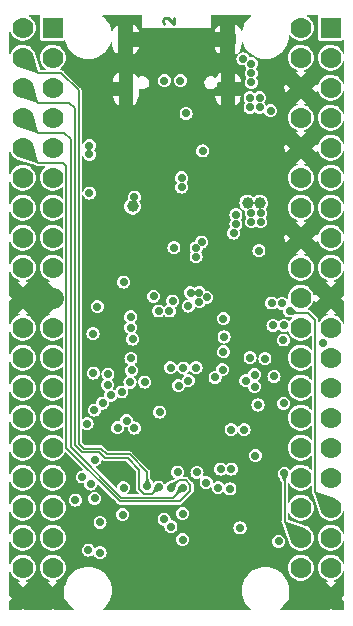
<source format=gbr>
%TF.GenerationSoftware,KiCad,Pcbnew,7.0.9-7.0.9~ubuntu22.04.1*%
%TF.CreationDate,2025-02-11T13:08:51+02:00*%
%TF.ProjectId,RP2350-PICO2-XXL_Rev_B,52503233-3530-42d5-9049-434f322d5858,B*%
%TF.SameCoordinates,PX81b3200PY6e263e0*%
%TF.FileFunction,Copper,L2,Inr*%
%TF.FilePolarity,Positive*%
%FSLAX46Y46*%
G04 Gerber Fmt 4.6, Leading zero omitted, Abs format (unit mm)*
G04 Created by KiCad (PCBNEW 7.0.9-7.0.9~ubuntu22.04.1) date 2025-02-11 13:08:51*
%MOMM*%
%LPD*%
G01*
G04 APERTURE LIST*
%ADD10C,0.222250*%
%TA.AperFunction,NonConductor*%
%ADD11C,0.222250*%
%TD*%
%TA.AperFunction,ComponentPad*%
%ADD12O,1.200000X2.200000*%
%TD*%
%TA.AperFunction,ComponentPad*%
%ADD13O,1.300000X2.000000*%
%TD*%
%TA.AperFunction,HeatsinkPad*%
%ADD14C,1.000000*%
%TD*%
%TA.AperFunction,HeatsinkPad*%
%ADD15C,1.800000*%
%TD*%
%TA.AperFunction,ComponentPad*%
%ADD16R,1.778000X1.778000*%
%TD*%
%TA.AperFunction,ComponentPad*%
%ADD17C,1.778000*%
%TD*%
%TA.AperFunction,ViaPad*%
%ADD18C,0.700000*%
%TD*%
%TA.AperFunction,ViaPad*%
%ADD19C,1.000000*%
%TD*%
%TA.AperFunction,Conductor*%
%ADD20C,1.270000*%
%TD*%
%TA.AperFunction,Conductor*%
%ADD21C,0.355600*%
%TD*%
%TA.AperFunction,Conductor*%
%ADD22C,1.016000*%
%TD*%
%TA.AperFunction,Conductor*%
%ADD23C,1.778000*%
%TD*%
%TA.AperFunction,Conductor*%
%ADD24C,0.127000*%
%TD*%
G04 APERTURE END LIST*
D10*
D11*
X13455379Y49968001D02*
X13413045Y50010334D01*
X13413045Y50010334D02*
X13370712Y50095001D01*
X13370712Y50095001D02*
X13370712Y50306667D01*
X13370712Y50306667D02*
X13413045Y50391334D01*
X13413045Y50391334D02*
X13455379Y50433667D01*
X13455379Y50433667D02*
X13540045Y50476001D01*
X13540045Y50476001D02*
X13624712Y50476001D01*
X13624712Y50476001D02*
X13751712Y50433667D01*
X13751712Y50433667D02*
X14259712Y49925667D01*
X14259712Y49925667D02*
X14259712Y50476001D01*
D12*
%TO.N,GND*%
%TO.C,USB-C1*%
X10180000Y44470000D03*
X18820000Y44470000D03*
D13*
X10180000Y48650000D03*
X18820000Y48650000D03*
%TD*%
D14*
%TO.N,GND*%
%TO.C,U3*%
X15700000Y24450000D03*
X13300000Y24450000D03*
D15*
X14500000Y23250000D03*
D14*
X15700000Y22050000D03*
X13300000Y21980000D03*
%TD*%
D16*
%TO.N,+3.3V*%
%TO.C,EXT1*%
X4000000Y49630000D03*
D17*
X1460000Y49630000D03*
%TO.N,/GPIO16*%
X4000000Y47090000D03*
%TO.N,/GPIO0\u005CUART0_TX*%
X1460000Y47090000D03*
%TO.N,/GPIO17*%
X4000000Y44550000D03*
%TO.N,/GPIO1\u005CUART0_RX*%
X1460000Y44550000D03*
%TO.N,/GPIO18*%
X4000000Y42010000D03*
%TO.N,/GPIO2\u005CI2C1_SDA*%
X1460000Y42010000D03*
%TO.N,/GPIO19*%
X4000000Y39470000D03*
%TO.N,/GPIO3\u005CI2C1_SCL*%
X1460000Y39470000D03*
%TO.N,/GPIO20*%
X4000000Y36930000D03*
%TO.N,/GPIO4\u005CSPI0_RX(MISO)*%
X1460000Y36930000D03*
%TO.N,/GPIO21*%
X4000000Y34390000D03*
%TO.N,/GPIO5\u005CSPI0_CSn(CS#)*%
X1460000Y34390000D03*
%TO.N,/GPIO22*%
X4000000Y31850000D03*
%TO.N,/GPIO6\u005CSPI0_SCK(SCK)*%
X1460000Y31850000D03*
%TO.N,/GPIO23*%
X4000000Y29310000D03*
%TO.N,/GPIO7\u005CSPI0_TX(MOSI)*%
X1460000Y29310000D03*
%TO.N,GND*%
X4000000Y26770000D03*
X1460000Y26770000D03*
%TO.N,+3.3V*%
X4000000Y24230000D03*
X1460000Y24230000D03*
%TO.N,/GPIO24\u005CSPI1_RX\u005CSD_DAT0*%
X4000000Y21690000D03*
%TO.N,/GPIO8\u005CQMI_CS1n*%
X1460000Y21690000D03*
%TO.N,/GPIO25\u005CUser_Led*%
X4000000Y19150000D03*
%TO.N,/GPIO9\u005CSPI1_CSn*%
X1460000Y19150000D03*
%TO.N,/GPIO26*%
X4000000Y16610000D03*
%TO.N,/GPIO10\u005CSPI1_SCK\u005CSD_CLK*%
X1460000Y16610000D03*
%TO.N,/GPIO27*%
X4000000Y14070000D03*
%TO.N,/GPIO11\u005CSPI1_TX\u005CSD_CMD*%
X1460000Y14070000D03*
%TO.N,/GPIO28*%
X4000000Y11530000D03*
%TO.N,/GPIO12*%
X1460000Y11530000D03*
%TO.N,/GPIO29*%
X4000000Y8990000D03*
%TO.N,/GPIO13*%
X1460000Y8990000D03*
%TO.N,/GPIO30*%
X4000000Y6450000D03*
%TO.N,/GPIO14*%
X1460000Y6450000D03*
%TO.N,/GPIO31*%
X4000000Y3910000D03*
%TO.N,/GPIO15*%
X1460000Y3910000D03*
%TO.N,GND*%
X4000000Y1370000D03*
X1460000Y1370000D03*
%TD*%
D16*
%TO.N,+3.3V*%
%TO.C,EXT2*%
X27540000Y49630000D03*
D17*
%TO.N,VBUS*%
X25000000Y49630000D03*
%TO.N,/GPIO32*%
X27540000Y47090000D03*
%TO.N,VSYS*%
X25000000Y47090000D03*
%TO.N,/GPIO33*%
X27540000Y44550000D03*
%TO.N,GND*%
X25000000Y44550000D03*
%TO.N,/GPIO34*%
X27540000Y42010000D03*
%TO.N,+3.3V*%
X25000000Y42010000D03*
%TO.N,/GPIO35*%
X27540000Y39470000D03*
%TO.N,GND*%
X25000000Y39470000D03*
%TO.N,/GPIO36*%
X27540000Y36930000D03*
%TO.N,/3V3_EN*%
X25000000Y36930000D03*
%TO.N,/GPIO37*%
X27540000Y34390000D03*
%TO.N,/ADC_VREF*%
X25000000Y34390000D03*
%TO.N,/GPIO38*%
X27540000Y31850000D03*
%TO.N,GND*%
X25000000Y31850000D03*
%TO.N,/GPIO39*%
X27540000Y29310000D03*
%TO.N,/RUN*%
X25000000Y29310000D03*
%TO.N,GND*%
X27540000Y26770000D03*
%TO.N,/BOOTSEL#*%
X25000000Y26770000D03*
%TO.N,+3.3V*%
X27540000Y24230000D03*
X25000000Y24230000D03*
%TO.N,/GPIO40*%
X27540000Y21690000D03*
%TO.N,/QSPI_SD0*%
X25000000Y21690000D03*
%TO.N,/GPIO41*%
X27540000Y19150000D03*
%TO.N,/QSPI_SD1*%
X25000000Y19150000D03*
%TO.N,/GPIO42*%
X27540000Y16610000D03*
%TO.N,/QSPI_SD2*%
X25000000Y16610000D03*
%TO.N,/GPIO43*%
X27540000Y14070000D03*
%TO.N,/QSPI_SD3*%
X25000000Y14070000D03*
%TO.N,/GPIO44*%
X27540000Y11530000D03*
%TO.N,/QSPI_CLK*%
X25000000Y11530000D03*
%TO.N,/GPIO45*%
X27540000Y8990000D03*
%TO.N,/QSPI_CSn*%
X25000000Y8990000D03*
%TO.N,/GPIO46*%
X27540000Y6450000D03*
%TO.N,/SWDIO*%
X25000000Y6450000D03*
%TO.N,/GPIO47*%
X27540000Y3910000D03*
%TO.N,/SWCLK*%
X25000000Y3910000D03*
%TO.N,GND*%
X27540000Y1370000D03*
X25000000Y1370000D03*
%TD*%
D18*
%TO.N,GND*%
X12600000Y12800000D03*
X8970000Y8600000D03*
X11900000Y36600000D03*
D19*
X13500000Y48750000D03*
X11500000Y48750000D03*
D18*
X7097500Y28891743D03*
X11900000Y35300000D03*
X18600000Y31250000D03*
X10125000Y14150000D03*
X19400000Y31250000D03*
D19*
X10177000Y50095000D03*
D18*
X13400000Y12800000D03*
X7159000Y36600000D03*
X19675000Y14000000D03*
X7320302Y18172075D03*
X6789425Y22650000D03*
X16400000Y35287997D03*
X12200000Y15800000D03*
X10000000Y11700000D03*
X20250000Y29500000D03*
X18600000Y30500000D03*
D19*
X17450000Y1000000D03*
X17500000Y48750000D03*
X8500000Y44500000D03*
X15500000Y48750000D03*
D18*
X11905000Y34500000D03*
X16400000Y36092000D03*
X18600000Y29750000D03*
X8970000Y9350000D03*
X5925000Y7700000D03*
X19650000Y37350000D03*
D19*
X9572398Y46522400D03*
D18*
X18900000Y37350000D03*
X10000000Y12500000D03*
X5925000Y5300000D03*
X23046304Y18642961D03*
X23570000Y21910000D03*
D19*
X16300000Y1000000D03*
D18*
X20200000Y13300000D03*
D19*
X10750000Y46522400D03*
D18*
X20488119Y7920497D03*
X9800000Y36600000D03*
X13912002Y33600000D03*
D19*
X18813000Y50095000D03*
D18*
X21600000Y4500000D03*
X13912002Y34349994D03*
X18200000Y37100000D03*
X17000000Y4050000D03*
%TO.N,/USB_D+*%
X13435390Y45142000D03*
X14803393Y45144771D03*
%TO.N,+3.3V*%
X7100000Y39650000D03*
X9488808Y15758000D03*
X21600000Y33950000D03*
X20800000Y33950000D03*
X21600000Y33200000D03*
X21450000Y30750000D03*
X14000000Y7400000D03*
X10915000Y35300000D03*
D19*
X21500000Y34800000D03*
D18*
X19500000Y33800000D03*
X20800000Y33200000D03*
X7782038Y26013000D03*
D19*
X10750000Y34500000D03*
D18*
X17026189Y26813811D03*
X15660000Y27200000D03*
X21090000Y19240000D03*
X10903817Y15742404D03*
X10000000Y10700000D03*
X14918034Y36150000D03*
X19500000Y33000000D03*
X13424639Y8025844D03*
D19*
X20500000Y34800000D03*
D18*
X21955678Y21611944D03*
X16400000Y26440000D03*
X7100000Y38900000D03*
X14250000Y31000000D03*
X9912800Y8405000D03*
X21145968Y13391936D03*
X16400000Y27206498D03*
X10000000Y28100000D03*
X14918034Y36923966D03*
X19300000Y32250000D03*
X7436498Y20400000D03*
X7089789Y35631777D03*
%TO.N,/+1V1*%
X16130000Y30250000D03*
X16130000Y30973803D03*
X7400877Y23728242D03*
X18500000Y23450000D03*
X19100000Y15600006D03*
X16600000Y31500000D03*
%TO.N,/SWDIO*%
X23600000Y11900000D03*
%TO.N,/RUN*%
X8000000Y7765500D03*
X8000000Y5200000D03*
X20200000Y15600000D03*
%TO.N,VBUS*%
X20800000Y45000000D03*
X20800000Y46600000D03*
X20097318Y46990715D03*
X20800000Y45800000D03*
%TO.N,/GPIO25\u005CUser_Led*%
X11780600Y19638360D03*
X6889850Y16109850D03*
X7216596Y11000000D03*
X7000000Y5400000D03*
%TO.N,/GPIO29*%
X5900000Y9650002D03*
%TO.N,/GPIO7\u005CSPI0_TX(MOSI)*%
X14656263Y19321525D03*
X16985184Y11127541D03*
%TO.N,/GPIO5\u005CSPI0_CSn(CS#)*%
X15053800Y20834200D03*
X18990761Y10590157D03*
%TO.N,/GPIO4\u005CSPI0_RX(MISO)*%
X16211794Y11988233D03*
X13987000Y20846498D03*
%TO.N,/GPIO0\u005CUART0_TX*%
X12000000Y10800000D03*
%TO.N,/GPIO1\u005CUART0_RX*%
X12966095Y10740595D03*
%TO.N,/GPIO18*%
X10538813Y19621658D03*
%TO.N,/GPIO24\u005CSPI1_RX\u005CSD_DAT0*%
X9820000Y18799998D03*
%TO.N,/GPIO20*%
X8650000Y19400000D03*
%TO.N,/GPIO19*%
X8663498Y20300000D03*
%TO.N,/GPIO21*%
X8900000Y18500000D03*
%TO.N,/GPIO23*%
X7517592Y17268482D03*
%TO.N,/GPIO22*%
X8218084Y17849416D03*
%TO.N,/GPIO26*%
X10248685Y16359500D03*
%TO.N,/GPIO27*%
X13046085Y17099596D03*
%TO.N,/GPIO28*%
X6500000Y11600000D03*
%TO.N,/3V3_EN*%
X16699996Y39200000D03*
X22432500Y42600000D03*
%TO.N,/BOOTSEL#*%
X19851721Y7284100D03*
X23127467Y6147533D03*
%TO.N,VSYS*%
X15281782Y42381788D03*
X20700000Y43700000D03*
X21500000Y43700000D03*
X20700000Y42900000D03*
X21500000Y42900000D03*
%TO.N,/GPIO9\u005CSPI1_CSn*%
X10605500Y25155500D03*
%TO.N,/GPIO10\u005CSPI1_SCK\u005CSD_CLK*%
X10600444Y24236500D03*
%TO.N,/GPIO11\u005CSPI1_TX\u005CSD_CMD*%
X10749492Y23279335D03*
%TO.N,/GPIO3\u005CI2C1_SCL*%
X13993264Y10701256D03*
%TO.N,/GPIO2\u005CI2C1_SDA*%
X14999995Y6299995D03*
X14999996Y8500002D03*
X15000000Y10700000D03*
%TO.N,/GPIO17*%
X10685000Y20631000D03*
%TO.N,/GPIO16*%
X10610000Y21647000D03*
%TO.N,/GPIO6\u005CSPI0_SCK(SCK)*%
X18000000Y10700000D03*
X15463312Y19755226D03*
%TO.N,/GPIO47*%
X22515809Y26331194D03*
%TO.N,/GPIO46*%
X23414302Y26285698D03*
%TO.N,/GPIO45*%
X24053960Y25652577D03*
%TO.N,/QSPI_CSn*%
X12531613Y26900000D03*
X14568988Y12025000D03*
%TO.N,/GPIO44*%
X23559283Y24438500D03*
X23538814Y17825921D03*
%TO.N,/QSPI_CLK*%
X16120547Y20845998D03*
X18210000Y12260000D03*
%TO.N,/QSPI_SD0*%
X14152408Y26506374D03*
X7561065Y13050000D03*
X7550355Y9780209D03*
%TO.N,/QSPI_SD1*%
X12963500Y25654002D03*
%TO.N,/GPIO41*%
X23525000Y23200002D03*
%TO.N,/GPIO42*%
X26850000Y22960368D03*
%TO.N,/QSPI_SD2*%
X13863503Y25654002D03*
%TO.N,/QSPI_SD3*%
X15461683Y26061683D03*
X19112196Y12272115D03*
%TO.N,/GPIO43*%
X22725000Y20125000D03*
X22632546Y24423825D03*
%TO.N,/GPIO35*%
X20340000Y19740000D03*
%TO.N,/GPIO34*%
X18376267Y20676267D03*
%TO.N,/GPIO33*%
X17739869Y20039869D03*
%TO.N,/GPIO32*%
X21370000Y17686500D03*
%TO.N,/GPIO36*%
X18440000Y25010000D03*
%TO.N,/GPIO37*%
X18439608Y22193758D03*
%TO.N,/GPIO38*%
X21086500Y20252141D03*
%TO.N,/GPIO39*%
X20700000Y21700000D03*
%TD*%
D20*
%TO.N,GND*%
X27540000Y1370000D02*
X27380000Y1370000D01*
D21*
X4000000Y1370000D02*
X4000000Y2118474D01*
X5925000Y4043474D02*
X5925000Y5300000D01*
X2726800Y25503200D02*
X2726800Y2636800D01*
X25000000Y1370000D02*
X25000000Y1727800D01*
X4000000Y1370000D02*
X4000000Y1709237D01*
X4000000Y1709237D02*
X4790763Y2500000D01*
X24177800Y2550000D02*
X24177800Y2902074D01*
X4790763Y2909237D02*
X5925000Y4043474D01*
X22579874Y4500000D02*
X21600000Y4500000D01*
D20*
X27380000Y1370000D02*
X26250000Y2500000D01*
D21*
X25000000Y1727800D02*
X24177800Y2550000D01*
D20*
X1460000Y26770000D02*
X2726800Y25503200D01*
D21*
X25000000Y2079874D02*
X24064937Y3014937D01*
X2726800Y25503200D02*
X2733200Y25503200D01*
D20*
X2733200Y25503200D02*
X4000000Y26770000D01*
D21*
X4790763Y1370000D02*
X4790763Y2160763D01*
X4000000Y1370000D02*
X4790763Y2160763D01*
X26652600Y482600D02*
X27540000Y1370000D01*
X4790763Y2160763D02*
X4790763Y2500000D01*
X4000000Y2118474D02*
X4790763Y2909237D01*
X25000000Y1370000D02*
X25000000Y1304800D01*
D20*
X26250000Y2500000D02*
X25120000Y1370000D01*
D21*
X4790763Y2500000D02*
X4790763Y2909237D01*
X24177800Y2902074D02*
X24064937Y3014937D01*
X24930000Y1370000D02*
X24177800Y2122200D01*
X24177800Y482600D02*
X26652600Y482600D01*
D20*
X2733200Y2636800D02*
X4000000Y1370000D01*
D21*
X24064937Y3014937D02*
X22579874Y4500000D01*
X4000000Y1370000D02*
X4790763Y1370000D01*
X2726800Y2636800D02*
X2733200Y2636800D01*
D22*
X26250000Y2500000D02*
X26000000Y2250000D01*
D21*
X24177800Y2122200D02*
X24177800Y2550000D01*
X25000000Y1370000D02*
X24930000Y1370000D01*
X25000000Y1370000D02*
X25000000Y2079874D01*
D20*
X25120000Y1370000D02*
X25000000Y1370000D01*
D21*
X24177800Y2122200D02*
X24177800Y482600D01*
D22*
X26000000Y2250000D02*
X24508000Y2250000D01*
D20*
X2726800Y2636800D02*
X1460000Y1370000D01*
D23*
X1460000Y26770000D02*
X4000000Y26770000D01*
X25000000Y1370000D02*
X27540000Y1370000D01*
D21*
X25000000Y1304800D02*
X24177800Y482600D01*
D23*
X4000000Y1370000D02*
X1460000Y1370000D01*
D24*
%TO.N,/SWDIO*%
X23627000Y11873000D02*
X23627000Y7823000D01*
X23600000Y11900000D02*
X23627000Y11873000D01*
X23627000Y7823000D02*
X25000000Y6450000D01*
%TO.N,/GPIO0\u005CUART0_TX*%
X6600000Y14000000D02*
X6175925Y14424075D01*
X8100000Y14000000D02*
X6600000Y14000000D01*
X8600000Y13500000D02*
X8100000Y14000000D01*
X6175925Y14424075D02*
X6175925Y44324075D01*
X2750000Y45800000D02*
X1460000Y47090000D01*
X12000000Y12000000D02*
X10500000Y13500000D01*
X12000000Y10800000D02*
X12000000Y12000000D01*
X10500000Y13500000D02*
X8600000Y13500000D01*
X4700000Y45800000D02*
X2750000Y45800000D01*
X6175925Y44324075D02*
X4700000Y45800000D01*
%TO.N,/GPIO1\u005CUART0_RX*%
X11325000Y10550000D02*
X11325000Y12212552D01*
X5848925Y42851075D02*
X5400000Y43300000D01*
X11696000Y10179000D02*
X11325000Y10550000D01*
X5400000Y43300000D02*
X2710000Y43300000D01*
X5848925Y14288627D02*
X5848925Y42851075D01*
X12966095Y10740595D02*
X12404500Y10179000D01*
X2710000Y43300000D02*
X1460000Y44550000D01*
X6467552Y13670000D02*
X5848925Y14288627D01*
X11325000Y12212552D02*
X10364552Y13173000D01*
X7930000Y13670000D02*
X6467552Y13670000D01*
X8427000Y13173000D02*
X7930000Y13670000D01*
X10364552Y13173000D02*
X8427000Y13173000D01*
X12404500Y10179000D02*
X11696000Y10179000D01*
%TO.N,/GPIO3\u005CI2C1_SCL*%
X14768988Y9525000D02*
X15650000Y10406012D01*
X9662552Y9525000D02*
X14768988Y9525000D01*
X15650000Y10950000D02*
X15250000Y11350000D01*
X4900000Y38200000D02*
X5152500Y37947500D01*
X15650000Y10406012D02*
X15650000Y10950000D01*
X5152500Y14035052D02*
X9662552Y9525000D01*
X1460000Y39470000D02*
X2730000Y38200000D01*
X15250000Y11350000D02*
X14642008Y11350000D01*
X14642008Y11350000D02*
X13993264Y10701256D01*
X2730000Y38200000D02*
X4900000Y38200000D01*
X5152500Y37947500D02*
X5152500Y14035052D01*
%TO.N,/GPIO2\u005CI2C1_SDA*%
X14152000Y9852000D02*
X15000000Y10700000D01*
X5500000Y40200000D02*
X5500000Y14150000D01*
X5500000Y14150000D02*
X9798000Y9852000D01*
X4975000Y40725000D02*
X5500000Y40200000D01*
X9798000Y9852000D02*
X14152000Y9852000D01*
X1460000Y42010000D02*
X2745000Y40725000D01*
X2745000Y40725000D02*
X4975000Y40725000D01*
%TO.N,/GPIO45*%
X25620000Y25480000D02*
X26210000Y24890000D01*
X26210000Y24890000D02*
X26210000Y10320000D01*
X26210000Y10320000D02*
X27540000Y8990000D01*
X24053960Y25652577D02*
X24226537Y25480000D01*
X24226537Y25480000D02*
X25620000Y25480000D01*
%TD*%
%TA.AperFunction,Conductor*%
%TO.N,GND*%
G36*
X2914524Y50676394D02*
G01*
X2932830Y50632200D01*
X2924007Y50603119D01*
X2924489Y50602919D01*
X2922465Y50598034D01*
X2922297Y50597478D01*
X2922134Y50597236D01*
X2922132Y50597231D01*
X2910500Y50538749D01*
X2910500Y48721252D01*
X2922132Y48662770D01*
X2922133Y48662768D01*
X2966447Y48596448D01*
X3032767Y48552134D01*
X3032769Y48552133D01*
X3091252Y48540500D01*
X4908748Y48540500D01*
X4967231Y48552133D01*
X4967232Y48552135D01*
X4972919Y48554489D01*
X4974090Y48551660D01*
X5010214Y48558863D01*
X5050000Y48532306D01*
X5059122Y48510844D01*
X5075631Y48434953D01*
X5175633Y48166839D01*
X5175634Y48166836D01*
X5312773Y47915686D01*
X5312778Y47915680D01*
X5484265Y47686600D01*
X5686599Y47484266D01*
X5686602Y47484264D01*
X5686605Y47484261D01*
X5915685Y47312774D01*
X6163029Y47177713D01*
X6166839Y47175633D01*
X6434954Y47075631D01*
X6714572Y47014804D01*
X6928552Y46999500D01*
X6928557Y46999500D01*
X7071443Y46999500D01*
X7071448Y46999500D01*
X7285428Y47014804D01*
X7565046Y47075631D01*
X7833161Y47175633D01*
X8084315Y47312774D01*
X8313395Y47484261D01*
X8515739Y47686605D01*
X8687226Y47915685D01*
X8824367Y48166839D01*
X8900941Y48372143D01*
X8933537Y48407152D01*
X8981342Y48408859D01*
X9016352Y48376263D01*
X9022000Y48350300D01*
X9022000Y48246445D01*
X9036839Y48086314D01*
X9036841Y48086302D01*
X9095571Y47879890D01*
X9191231Y47687781D01*
X9191234Y47687775D01*
X9320552Y47516529D01*
X9320564Y47516516D01*
X9479158Y47371938D01*
X9545000Y47331172D01*
X9545000Y48318519D01*
X9780000Y48318519D01*
X9794835Y48224852D01*
X9852359Y48111955D01*
X9941955Y48022359D01*
X10054852Y47964835D01*
X10180000Y47945014D01*
X10305148Y47964835D01*
X10403602Y48015000D01*
X10815000Y48015000D01*
X10815000Y47331172D01*
X10880841Y47371938D01*
X11039435Y47516516D01*
X11039447Y47516529D01*
X11168765Y47687775D01*
X11168768Y47687781D01*
X11264428Y47879890D01*
X11302871Y48015000D01*
X17697129Y48015000D01*
X17735571Y47879890D01*
X17831231Y47687781D01*
X17831234Y47687775D01*
X17960552Y47516529D01*
X17960564Y47516516D01*
X18119158Y47371938D01*
X18185000Y47331172D01*
X18185000Y48015000D01*
X17697129Y48015000D01*
X11302871Y48015000D01*
X10815000Y48015000D01*
X10403602Y48015000D01*
X10418045Y48022359D01*
X10507641Y48111955D01*
X10565165Y48224852D01*
X10580000Y48318519D01*
X18420000Y48318519D01*
X18434835Y48224852D01*
X18492359Y48111955D01*
X18581955Y48022359D01*
X18694852Y47964835D01*
X18820000Y47945014D01*
X18945148Y47964835D01*
X19058045Y48022359D01*
X19147641Y48111955D01*
X19205165Y48224852D01*
X19220000Y48318519D01*
X19220000Y48981481D01*
X19205165Y49075148D01*
X19147641Y49188045D01*
X19058045Y49277641D01*
X18945148Y49335165D01*
X18820000Y49354986D01*
X18694852Y49335165D01*
X18581955Y49277641D01*
X18492359Y49188045D01*
X18434835Y49075148D01*
X18420000Y48981481D01*
X18420000Y48318519D01*
X10580000Y48318519D01*
X10580000Y48981481D01*
X10565165Y49075148D01*
X10507641Y49188045D01*
X10418045Y49277641D01*
X10305148Y49335165D01*
X10180000Y49354986D01*
X10054852Y49335165D01*
X9941955Y49277641D01*
X9852359Y49188045D01*
X9794835Y49075148D01*
X9780000Y48981481D01*
X9780000Y48318519D01*
X9545000Y48318519D01*
X9545000Y49968830D01*
X10815000Y49968830D01*
X10815000Y49285000D01*
X11302871Y49285000D01*
X11302871Y49285001D01*
X17697128Y49285001D01*
X17697129Y49285000D01*
X18185000Y49285000D01*
X18185000Y49968830D01*
X18119154Y49928060D01*
X17960564Y49783485D01*
X17960552Y49783472D01*
X17831234Y49612226D01*
X17831231Y49612220D01*
X17735571Y49420111D01*
X17697128Y49285001D01*
X11302871Y49285001D01*
X11264428Y49420111D01*
X11168768Y49612220D01*
X11168765Y49612226D01*
X11039447Y49783472D01*
X11039435Y49783485D01*
X10880845Y49928060D01*
X10815000Y49968830D01*
X9545000Y49968830D01*
X9479154Y49928060D01*
X9320564Y49783485D01*
X9320552Y49783472D01*
X9191234Y49612226D01*
X9191231Y49612220D01*
X9095571Y49420111D01*
X9084623Y49381632D01*
X9054921Y49344134D01*
X9007405Y49338622D01*
X8969907Y49368324D01*
X8963437Y49385449D01*
X8924369Y49565046D01*
X8824367Y49833161D01*
X8817636Y49845487D01*
X8687226Y50084315D01*
X8515739Y50313395D01*
X8515736Y50313398D01*
X8515734Y50313401D01*
X8313400Y50515735D01*
X8282658Y50538748D01*
X8224659Y50582166D01*
X8200250Y50623305D01*
X8212080Y50669655D01*
X8253219Y50694064D01*
X8262114Y50694700D01*
X11511500Y50694700D01*
X11555694Y50676394D01*
X11574000Y50632200D01*
X11574000Y49587000D01*
X17416000Y49587000D01*
X17416000Y50632200D01*
X17434306Y50676394D01*
X17478500Y50694700D01*
X20737886Y50694700D01*
X20782080Y50676394D01*
X20800386Y50632200D01*
X20782080Y50588006D01*
X20775341Y50582166D01*
X20686599Y50515735D01*
X20484265Y50313401D01*
X20312778Y50084321D01*
X20312773Y50084315D01*
X20175634Y49833165D01*
X20175633Y49833162D01*
X20075632Y49565050D01*
X20075632Y49565049D01*
X20036562Y49385450D01*
X20009280Y49346157D01*
X19962204Y49337664D01*
X19922911Y49364946D01*
X19915376Y49381633D01*
X19904429Y49420110D01*
X19808768Y49612220D01*
X19808765Y49612226D01*
X19679447Y49783472D01*
X19679435Y49783485D01*
X19520845Y49928060D01*
X19455000Y49968830D01*
X19455000Y47331172D01*
X19520841Y47371938D01*
X19583346Y47428919D01*
X19628338Y47445164D01*
X19671640Y47424837D01*
X19687885Y47379845D01*
X19675037Y47344684D01*
X19616457Y47268341D01*
X19560988Y47134424D01*
X19560986Y47134418D01*
X19542068Y46990718D01*
X19542068Y46990713D01*
X19560986Y46847013D01*
X19560987Y46847008D01*
X19560988Y46847006D01*
X19616457Y46713090D01*
X19704697Y46598094D01*
X19819693Y46509854D01*
X19953609Y46454385D01*
X19953613Y46454385D01*
X19953615Y46454384D01*
X20097315Y46435465D01*
X20097318Y46435465D01*
X20097321Y46435465D01*
X20215699Y46451050D01*
X20261905Y46438670D01*
X20281599Y46413003D01*
X20319137Y46322379D01*
X20319139Y46322375D01*
X20383846Y46238048D01*
X20396226Y46191842D01*
X20383846Y46161952D01*
X20319138Y46077624D01*
X20263670Y45943709D01*
X20263668Y45943703D01*
X20244750Y45800003D01*
X20244750Y45799998D01*
X20263668Y45656298D01*
X20263669Y45656293D01*
X20263670Y45656291D01*
X20286648Y45600816D01*
X20314066Y45534621D01*
X20319139Y45522375D01*
X20378685Y45444774D01*
X20383846Y45438048D01*
X20396226Y45391842D01*
X20383846Y45361953D01*
X20355481Y45324986D01*
X20319138Y45277624D01*
X20263670Y45143709D01*
X20263668Y45143703D01*
X20244750Y45000003D01*
X20244750Y44999998D01*
X20263668Y44856298D01*
X20263669Y44856293D01*
X20263670Y44856291D01*
X20271847Y44836550D01*
X20307259Y44751055D01*
X20319139Y44722375D01*
X20407379Y44607379D01*
X20522375Y44519139D01*
X20656291Y44463670D01*
X20656295Y44463670D01*
X20656297Y44463669D01*
X20799997Y44444750D01*
X20800000Y44444750D01*
X20800003Y44444750D01*
X20943702Y44463669D01*
X20943702Y44463670D01*
X20943709Y44463670D01*
X21077625Y44519139D01*
X21117844Y44550000D01*
X23598212Y44550000D01*
X23617331Y44319274D01*
X23668638Y44116665D01*
X24030085Y44478111D01*
X24500000Y44478111D01*
X24540507Y44340156D01*
X24618239Y44219202D01*
X24726900Y44125048D01*
X24857685Y44065320D01*
X24964237Y44050000D01*
X25035763Y44050000D01*
X25142315Y44065320D01*
X25273100Y44125048D01*
X25381761Y44219202D01*
X25459493Y44340156D01*
X25500000Y44478111D01*
X25500000Y44621889D01*
X25459493Y44759844D01*
X25381761Y44880798D01*
X25273100Y44974952D01*
X25142315Y45034680D01*
X25035763Y45050000D01*
X24964237Y45050000D01*
X24857685Y45034680D01*
X24726900Y44974952D01*
X24618239Y44880798D01*
X24540507Y44759844D01*
X24500000Y44621889D01*
X24500000Y44478111D01*
X24030085Y44478111D01*
X24101974Y44550000D01*
X24101974Y44550001D01*
X23668638Y44983337D01*
X23617331Y44780727D01*
X23598212Y44550000D01*
X21117844Y44550000D01*
X21192621Y44607379D01*
X21280861Y44722375D01*
X21336330Y44856291D01*
X21339014Y44876679D01*
X21355250Y44999998D01*
X21355250Y45000003D01*
X21336331Y45143703D01*
X21336330Y45143705D01*
X21336330Y45143709D01*
X21280861Y45277625D01*
X21280860Y45277627D01*
X21238162Y45333271D01*
X21216153Y45361953D01*
X21203773Y45408158D01*
X21216154Y45438048D01*
X21223811Y45448026D01*
X21280861Y45522375D01*
X21336330Y45656291D01*
X21339597Y45681103D01*
X21355250Y45799998D01*
X21355250Y45800003D01*
X21336331Y45943703D01*
X21336330Y45943705D01*
X21336330Y45943709D01*
X21280861Y46077625D01*
X21280860Y46077627D01*
X21216154Y46161952D01*
X21203773Y46208158D01*
X21216154Y46238048D01*
X21280860Y46322374D01*
X21280861Y46322375D01*
X21336330Y46456291D01*
X21355250Y46600000D01*
X21337314Y46736232D01*
X21336331Y46743703D01*
X21336330Y46743705D01*
X21336330Y46743709D01*
X21280861Y46877625D01*
X21192621Y46992621D01*
X21077625Y47080861D01*
X20943709Y47136330D01*
X20943707Y47136331D01*
X20943702Y47136332D01*
X20800003Y47155250D01*
X20799996Y47155250D01*
X20681617Y47139666D01*
X20635412Y47152047D01*
X20615717Y47177713D01*
X20578179Y47268340D01*
X20489939Y47383336D01*
X20374943Y47471576D01*
X20241027Y47527045D01*
X20241025Y47527046D01*
X20241020Y47527047D01*
X20097321Y47545965D01*
X20097315Y47545965D01*
X19953615Y47527047D01*
X19953609Y47527045D01*
X19819692Y47471576D01*
X19771227Y47434387D01*
X19725022Y47422007D01*
X19683595Y47445925D01*
X19671215Y47492130D01*
X19683304Y47521637D01*
X19808768Y47687781D01*
X19904428Y47879890D01*
X19963158Y48086302D01*
X19963160Y48086314D01*
X19977999Y48246445D01*
X19978000Y48246466D01*
X19978000Y48350300D01*
X19996306Y48394494D01*
X20040500Y48412800D01*
X20084694Y48394494D01*
X20099058Y48372144D01*
X20153995Y48224852D01*
X20175633Y48166839D01*
X20175634Y48166836D01*
X20312773Y47915686D01*
X20312778Y47915680D01*
X20484265Y47686600D01*
X20686599Y47484266D01*
X20686602Y47484264D01*
X20686605Y47484261D01*
X20915685Y47312774D01*
X21163029Y47177713D01*
X21166839Y47175633D01*
X21434954Y47075631D01*
X21714572Y47014804D01*
X21928552Y46999500D01*
X21928557Y46999500D01*
X22071443Y46999500D01*
X22071448Y46999500D01*
X22285428Y47014804D01*
X22565046Y47075631D01*
X22603560Y47089996D01*
X23905832Y47089996D01*
X23924460Y46888955D01*
X23924462Y46888944D01*
X23972780Y46719128D01*
X23979719Y46694741D01*
X24069720Y46513995D01*
X24191400Y46352864D01*
X24224845Y46322375D01*
X24340611Y46216839D01*
X24340612Y46216838D01*
X24340616Y46216835D01*
X24512287Y46110541D01*
X24700567Y46037601D01*
X24700572Y46037600D01*
X24701950Y46037208D01*
X24702301Y46036930D01*
X24703261Y46036558D01*
X24703145Y46036261D01*
X24739449Y46007510D01*
X24744965Y45959993D01*
X24715267Y45922494D01*
X24695138Y45915446D01*
X24655883Y45908895D01*
X24568967Y45879058D01*
X24568967Y45879057D01*
X24999999Y45448026D01*
X25000000Y45448026D01*
X25431031Y45879057D01*
X25431030Y45879058D01*
X25344122Y45908894D01*
X25344117Y45908895D01*
X25304861Y45915446D01*
X25264283Y45940776D01*
X25253502Y45987381D01*
X25278832Y46027959D01*
X25298053Y46037209D01*
X25299424Y46037600D01*
X25299433Y46037601D01*
X25487713Y46110541D01*
X25659384Y46216835D01*
X25808600Y46352864D01*
X25930280Y46513995D01*
X26020281Y46694741D01*
X26075538Y46888947D01*
X26084968Y46990715D01*
X26094168Y47089996D01*
X26094168Y47090005D01*
X26075539Y47291046D01*
X26075537Y47291057D01*
X26045002Y47398373D01*
X26020281Y47485259D01*
X25930280Y47666005D01*
X25808600Y47827136D01*
X25733992Y47895151D01*
X25659388Y47963162D01*
X25659385Y47963164D01*
X25659384Y47963165D01*
X25487713Y48069459D01*
X25487711Y48069460D01*
X25378018Y48111955D01*
X25299433Y48142399D01*
X25299430Y48142400D01*
X25299429Y48142400D01*
X25100961Y48179500D01*
X25100957Y48179500D01*
X24899043Y48179500D01*
X24899038Y48179500D01*
X24700570Y48142400D01*
X24512288Y48069460D01*
X24340611Y47963162D01*
X24191403Y47827139D01*
X24191396Y47827131D01*
X24069720Y47666005D01*
X23979719Y47485260D01*
X23924462Y47291057D01*
X23924460Y47291046D01*
X23905832Y47090005D01*
X23905832Y47089996D01*
X22603560Y47089996D01*
X22833161Y47175633D01*
X23084315Y47312774D01*
X23313395Y47484261D01*
X23515739Y47686605D01*
X23687226Y47915685D01*
X23824367Y48166839D01*
X23924369Y48434954D01*
X23985196Y48714572D01*
X24002806Y48960800D01*
X24024218Y49003574D01*
X24069606Y49018681D01*
X24112381Y48997269D01*
X24115023Y48994004D01*
X24191391Y48892875D01*
X24191394Y48892871D01*
X24191400Y48892864D01*
X24276205Y48815554D01*
X24340611Y48756839D01*
X24340612Y48756838D01*
X24340616Y48756835D01*
X24512287Y48650541D01*
X24700567Y48577601D01*
X24899043Y48540500D01*
X24899046Y48540500D01*
X25100954Y48540500D01*
X25100957Y48540500D01*
X25299433Y48577601D01*
X25487713Y48650541D01*
X25659384Y48756835D01*
X25808600Y48892864D01*
X25930280Y49053995D01*
X26020281Y49234741D01*
X26075538Y49428947D01*
X26075539Y49428955D01*
X26094168Y49629996D01*
X26094168Y49630005D01*
X26075539Y49831046D01*
X26075537Y49831057D01*
X26066596Y49862480D01*
X26020281Y50025259D01*
X25930280Y50206005D01*
X25808600Y50367136D01*
X25733992Y50435151D01*
X25659388Y50503162D01*
X25659385Y50503164D01*
X25659384Y50503165D01*
X25536806Y50579062D01*
X25508869Y50617891D01*
X25516570Y50665102D01*
X25555400Y50693040D01*
X25569709Y50694700D01*
X26410330Y50694700D01*
X26454524Y50676394D01*
X26472830Y50632200D01*
X26464007Y50603119D01*
X26464489Y50602919D01*
X26462465Y50598034D01*
X26462297Y50597478D01*
X26462134Y50597236D01*
X26462132Y50597231D01*
X26450500Y50538749D01*
X26450500Y48721252D01*
X26462132Y48662770D01*
X26462133Y48662768D01*
X26506447Y48596448D01*
X26572767Y48552134D01*
X26572769Y48552133D01*
X26631252Y48540500D01*
X28448748Y48540500D01*
X28507231Y48552133D01*
X28573552Y48596448D01*
X28580233Y48606447D01*
X28620005Y48633023D01*
X28666922Y48623692D01*
X28693499Y48583919D01*
X28694700Y48571724D01*
X28694700Y47460873D01*
X28676394Y47416679D01*
X28632200Y47398373D01*
X28588006Y47416679D01*
X28572086Y47443769D01*
X28564174Y47471576D01*
X28560281Y47485259D01*
X28470280Y47666005D01*
X28348600Y47827136D01*
X28273992Y47895151D01*
X28199388Y47963162D01*
X28199385Y47963164D01*
X28199384Y47963165D01*
X28027713Y48069459D01*
X28027711Y48069460D01*
X27918018Y48111955D01*
X27839433Y48142399D01*
X27839430Y48142400D01*
X27839429Y48142400D01*
X27640961Y48179500D01*
X27640957Y48179500D01*
X27439043Y48179500D01*
X27439038Y48179500D01*
X27240570Y48142400D01*
X27052288Y48069460D01*
X26880611Y47963162D01*
X26731403Y47827139D01*
X26731396Y47827131D01*
X26609720Y47666005D01*
X26519719Y47485260D01*
X26464462Y47291057D01*
X26464460Y47291046D01*
X26445832Y47090005D01*
X26445832Y47089996D01*
X26464460Y46888955D01*
X26464462Y46888944D01*
X26512780Y46719128D01*
X26519719Y46694741D01*
X26609720Y46513995D01*
X26731400Y46352864D01*
X26764845Y46322375D01*
X26880611Y46216839D01*
X26880612Y46216838D01*
X26880616Y46216835D01*
X27052287Y46110541D01*
X27240567Y46037601D01*
X27439043Y46000500D01*
X27439046Y46000500D01*
X27640954Y46000500D01*
X27640957Y46000500D01*
X27839433Y46037601D01*
X28027713Y46110541D01*
X28199384Y46216835D01*
X28348600Y46352864D01*
X28470280Y46513995D01*
X28560281Y46694741D01*
X28572086Y46736233D01*
X28601787Y46773729D01*
X28649304Y46779242D01*
X28686801Y46749541D01*
X28694700Y46719128D01*
X28694700Y44920873D01*
X28676394Y44876679D01*
X28632200Y44858373D01*
X28588006Y44876679D01*
X28572086Y44903769D01*
X28564109Y44931804D01*
X28560281Y44945259D01*
X28470280Y45126005D01*
X28348600Y45287136D01*
X28266531Y45361952D01*
X28199388Y45423162D01*
X28199385Y45423164D01*
X28199384Y45423165D01*
X28027713Y45529459D01*
X28027711Y45529460D01*
X27918542Y45571752D01*
X27839433Y45602399D01*
X27839430Y45602400D01*
X27839429Y45602400D01*
X27640961Y45639500D01*
X27640957Y45639500D01*
X27439043Y45639500D01*
X27439038Y45639500D01*
X27240570Y45602400D01*
X27052288Y45529460D01*
X26880611Y45423162D01*
X26731403Y45287139D01*
X26731396Y45287131D01*
X26609720Y45126005D01*
X26519719Y44945260D01*
X26488788Y44836550D01*
X26459086Y44799052D01*
X26411570Y44793540D01*
X26374072Y44823242D01*
X26368086Y44838311D01*
X26331360Y44983337D01*
X25916330Y44568306D01*
X25903386Y44562945D01*
X25902782Y44561486D01*
X25896275Y44551749D01*
X26331360Y44116665D01*
X26368086Y44261690D01*
X26396681Y44300038D01*
X26444017Y44306935D01*
X26482365Y44278340D01*
X26488787Y44263452D01*
X26519719Y44154741D01*
X26609720Y43973995D01*
X26731400Y43812864D01*
X26816205Y43735554D01*
X26880611Y43676839D01*
X26880612Y43676838D01*
X26880616Y43676835D01*
X27052287Y43570541D01*
X27240567Y43497601D01*
X27439043Y43460500D01*
X27439046Y43460500D01*
X27640954Y43460500D01*
X27640957Y43460500D01*
X27839433Y43497601D01*
X28027713Y43570541D01*
X28199384Y43676835D01*
X28348600Y43812864D01*
X28470280Y43973995D01*
X28560281Y44154741D01*
X28572086Y44196233D01*
X28601787Y44233729D01*
X28649304Y44239242D01*
X28686801Y44209541D01*
X28694700Y44179128D01*
X28694700Y42380873D01*
X28676394Y42336679D01*
X28632200Y42318373D01*
X28588006Y42336679D01*
X28572086Y42363769D01*
X28567219Y42380873D01*
X28560281Y42405259D01*
X28470280Y42586005D01*
X28348600Y42747136D01*
X28221888Y42862650D01*
X28199388Y42883162D01*
X28199385Y42883164D01*
X28199384Y42883165D01*
X28027713Y42989459D01*
X28027711Y42989460D01*
X27920927Y43030828D01*
X27839433Y43062399D01*
X27839430Y43062400D01*
X27839429Y43062400D01*
X27640961Y43099500D01*
X27640957Y43099500D01*
X27439043Y43099500D01*
X27439038Y43099500D01*
X27240570Y43062400D01*
X27240567Y43062400D01*
X27240567Y43062399D01*
X27222805Y43055518D01*
X27052288Y42989460D01*
X26880611Y42883162D01*
X26731403Y42747139D01*
X26731396Y42747131D01*
X26609720Y42586005D01*
X26519719Y42405260D01*
X26464462Y42211057D01*
X26464460Y42211046D01*
X26445832Y42010005D01*
X26445832Y42009996D01*
X26464460Y41808955D01*
X26464462Y41808944D01*
X26512780Y41639128D01*
X26519719Y41614741D01*
X26609720Y41433995D01*
X26731400Y41272864D01*
X26816205Y41195554D01*
X26880611Y41136839D01*
X26880612Y41136838D01*
X26880616Y41136835D01*
X27052287Y41030541D01*
X27240567Y40957601D01*
X27439043Y40920500D01*
X27439046Y40920500D01*
X27640954Y40920500D01*
X27640957Y40920500D01*
X27839433Y40957601D01*
X28027713Y41030541D01*
X28199384Y41136835D01*
X28348600Y41272864D01*
X28470280Y41433995D01*
X28560281Y41614741D01*
X28572086Y41656233D01*
X28601787Y41693729D01*
X28649304Y41699242D01*
X28686801Y41669541D01*
X28694700Y41639128D01*
X28694700Y39840873D01*
X28676394Y39796679D01*
X28632200Y39778373D01*
X28588006Y39796679D01*
X28572086Y39823769D01*
X28567219Y39840873D01*
X28560281Y39865259D01*
X28470280Y40046005D01*
X28348600Y40207136D01*
X28273992Y40275151D01*
X28199388Y40343162D01*
X28199385Y40343164D01*
X28199384Y40343165D01*
X28027713Y40449459D01*
X28027711Y40449460D01*
X27958382Y40476318D01*
X27839433Y40522399D01*
X27839430Y40522400D01*
X27839429Y40522400D01*
X27640961Y40559500D01*
X27640957Y40559500D01*
X27439043Y40559500D01*
X27439038Y40559500D01*
X27240570Y40522400D01*
X27052288Y40449460D01*
X26880611Y40343162D01*
X26731403Y40207139D01*
X26731396Y40207131D01*
X26609720Y40046005D01*
X26519719Y39865260D01*
X26488788Y39756550D01*
X26459086Y39719052D01*
X26411570Y39713540D01*
X26374072Y39743242D01*
X26368086Y39758311D01*
X26331360Y39903337D01*
X25916330Y39488306D01*
X25903386Y39482945D01*
X25902782Y39481486D01*
X25896275Y39471749D01*
X26331360Y39036665D01*
X26368086Y39181690D01*
X26396681Y39220038D01*
X26444017Y39226935D01*
X26482365Y39198340D01*
X26488787Y39183452D01*
X26519719Y39074741D01*
X26609720Y38893995D01*
X26731400Y38732864D01*
X26746456Y38719139D01*
X26880611Y38596839D01*
X26880612Y38596838D01*
X26880616Y38596835D01*
X27052287Y38490541D01*
X27240567Y38417601D01*
X27439043Y38380500D01*
X27439046Y38380500D01*
X27640954Y38380500D01*
X27640957Y38380500D01*
X27839433Y38417601D01*
X28027713Y38490541D01*
X28199384Y38596835D01*
X28348600Y38732864D01*
X28470280Y38893995D01*
X28560281Y39074741D01*
X28572086Y39116233D01*
X28601787Y39153729D01*
X28649304Y39159242D01*
X28686801Y39129541D01*
X28694700Y39099128D01*
X28694700Y37300873D01*
X28676394Y37256679D01*
X28632200Y37238373D01*
X28588006Y37256679D01*
X28572086Y37283769D01*
X28562748Y37316587D01*
X28560281Y37325259D01*
X28470280Y37506005D01*
X28348600Y37667136D01*
X28273228Y37735847D01*
X28199388Y37803162D01*
X28199385Y37803164D01*
X28199384Y37803165D01*
X28027713Y37909459D01*
X28027711Y37909460D01*
X27959203Y37936000D01*
X27839433Y37982399D01*
X27839430Y37982400D01*
X27839429Y37982400D01*
X27640961Y38019500D01*
X27640957Y38019500D01*
X27439043Y38019500D01*
X27439038Y38019500D01*
X27240570Y37982400D01*
X27240567Y37982400D01*
X27240567Y37982399D01*
X27201153Y37967130D01*
X27052288Y37909460D01*
X26880611Y37803162D01*
X26731403Y37667139D01*
X26731396Y37667131D01*
X26609720Y37506005D01*
X26519719Y37325260D01*
X26464462Y37131057D01*
X26464460Y37131046D01*
X26445832Y36930005D01*
X26445832Y36929996D01*
X26464460Y36728955D01*
X26464462Y36728944D01*
X26512780Y36559128D01*
X26519719Y36534741D01*
X26609720Y36353995D01*
X26731400Y36192864D01*
X26778422Y36149998D01*
X26880611Y36056839D01*
X26880612Y36056838D01*
X26880616Y36056835D01*
X27052287Y35950541D01*
X27240567Y35877601D01*
X27439043Y35840500D01*
X27439046Y35840500D01*
X27640954Y35840500D01*
X27640957Y35840500D01*
X27839433Y35877601D01*
X28027713Y35950541D01*
X28199384Y36056835D01*
X28348600Y36192864D01*
X28470280Y36353995D01*
X28560281Y36534741D01*
X28572086Y36576233D01*
X28601787Y36613729D01*
X28649304Y36619242D01*
X28686801Y36589541D01*
X28694700Y36559128D01*
X28694700Y34760873D01*
X28676394Y34716679D01*
X28632200Y34698373D01*
X28588006Y34716679D01*
X28572086Y34743769D01*
X28567219Y34760873D01*
X28560281Y34785259D01*
X28470280Y34966005D01*
X28348600Y35127136D01*
X28273228Y35195847D01*
X28199388Y35263162D01*
X28199385Y35263164D01*
X28199384Y35263165D01*
X28027713Y35369459D01*
X28027711Y35369460D01*
X27972986Y35390660D01*
X27839433Y35442399D01*
X27839430Y35442400D01*
X27839429Y35442400D01*
X27640961Y35479500D01*
X27640957Y35479500D01*
X27439043Y35479500D01*
X27439038Y35479500D01*
X27240570Y35442400D01*
X27052288Y35369460D01*
X26880611Y35263162D01*
X26731403Y35127139D01*
X26731396Y35127131D01*
X26609720Y34966005D01*
X26519719Y34785260D01*
X26464462Y34591057D01*
X26464460Y34591046D01*
X26445832Y34390005D01*
X26445832Y34389996D01*
X26464460Y34188955D01*
X26464462Y34188944D01*
X26509098Y34032070D01*
X26519719Y33994741D01*
X26609720Y33813995D01*
X26731400Y33652864D01*
X26775076Y33613048D01*
X26880611Y33516839D01*
X26880612Y33516838D01*
X26880616Y33516835D01*
X27052287Y33410541D01*
X27240567Y33337601D01*
X27439043Y33300500D01*
X27439046Y33300500D01*
X27640954Y33300500D01*
X27640957Y33300500D01*
X27839433Y33337601D01*
X28027713Y33410541D01*
X28199384Y33516835D01*
X28348600Y33652864D01*
X28470280Y33813995D01*
X28560281Y33994741D01*
X28572086Y34036233D01*
X28601787Y34073729D01*
X28649304Y34079242D01*
X28686801Y34049541D01*
X28694700Y34019128D01*
X28694700Y32220873D01*
X28676394Y32176679D01*
X28632200Y32158373D01*
X28588006Y32176679D01*
X28572086Y32203769D01*
X28567219Y32220873D01*
X28560281Y32245259D01*
X28470280Y32426005D01*
X28348600Y32587136D01*
X28227277Y32697737D01*
X28199388Y32723162D01*
X28199385Y32723164D01*
X28199384Y32723165D01*
X28027713Y32829459D01*
X28027711Y32829460D01*
X27972986Y32850660D01*
X27839433Y32902399D01*
X27839430Y32902400D01*
X27839429Y32902400D01*
X27640961Y32939500D01*
X27640957Y32939500D01*
X27439043Y32939500D01*
X27439038Y32939500D01*
X27240570Y32902400D01*
X27052288Y32829460D01*
X26880611Y32723162D01*
X26731403Y32587139D01*
X26731396Y32587131D01*
X26609720Y32426005D01*
X26519719Y32245260D01*
X26488788Y32136550D01*
X26459086Y32099052D01*
X26411570Y32093540D01*
X26374072Y32123242D01*
X26368086Y32138311D01*
X26331360Y32283337D01*
X25916330Y31868306D01*
X25903386Y31862945D01*
X25902782Y31861486D01*
X25896275Y31851749D01*
X26331360Y31416665D01*
X26368086Y31561690D01*
X26396681Y31600038D01*
X26444017Y31606935D01*
X26482365Y31578340D01*
X26488787Y31563452D01*
X26519719Y31454741D01*
X26609720Y31273995D01*
X26731400Y31112864D01*
X26806771Y31044154D01*
X26880611Y30976839D01*
X26880612Y30976838D01*
X26880616Y30976835D01*
X27052287Y30870541D01*
X27240567Y30797601D01*
X27439043Y30760500D01*
X27439046Y30760500D01*
X27640954Y30760500D01*
X27640957Y30760500D01*
X27839433Y30797601D01*
X28027713Y30870541D01*
X28199384Y30976835D01*
X28348600Y31112864D01*
X28470280Y31273995D01*
X28560281Y31454741D01*
X28572086Y31496233D01*
X28601787Y31533729D01*
X28649304Y31539242D01*
X28686801Y31509541D01*
X28694700Y31479128D01*
X28694700Y29680873D01*
X28676394Y29636679D01*
X28632200Y29618373D01*
X28588006Y29636679D01*
X28572086Y29663769D01*
X28563271Y29694750D01*
X28560281Y29705259D01*
X28470280Y29886005D01*
X28348600Y30047136D01*
X28273228Y30115847D01*
X28199388Y30183162D01*
X28199385Y30183164D01*
X28199384Y30183165D01*
X28027713Y30289459D01*
X28027711Y30289460D01*
X27972986Y30310660D01*
X27839433Y30362399D01*
X27839430Y30362400D01*
X27839429Y30362400D01*
X27640961Y30399500D01*
X27640957Y30399500D01*
X27439043Y30399500D01*
X27439038Y30399500D01*
X27240570Y30362400D01*
X27240567Y30362400D01*
X27240567Y30362399D01*
X27227609Y30357379D01*
X27052288Y30289460D01*
X26880611Y30183162D01*
X26731403Y30047139D01*
X26731396Y30047131D01*
X26609720Y29886005D01*
X26519719Y29705260D01*
X26464462Y29511057D01*
X26464460Y29511046D01*
X26445832Y29310005D01*
X26445832Y29309996D01*
X26464460Y29108955D01*
X26464462Y29108944D01*
X26512780Y28939128D01*
X26519719Y28914741D01*
X26609720Y28733995D01*
X26731400Y28572864D01*
X26806771Y28504154D01*
X26880611Y28436839D01*
X26880612Y28436838D01*
X26880616Y28436835D01*
X27052287Y28330541D01*
X27240567Y28257601D01*
X27240572Y28257600D01*
X27241950Y28257208D01*
X27242301Y28256930D01*
X27243261Y28256558D01*
X27243145Y28256261D01*
X27279449Y28227510D01*
X27284965Y28179993D01*
X27255267Y28142494D01*
X27235138Y28135446D01*
X27195883Y28128895D01*
X27108967Y28099058D01*
X27108967Y28099057D01*
X27539999Y27668026D01*
X27540000Y27668026D01*
X27971031Y28099057D01*
X27971030Y28099058D01*
X27884122Y28128894D01*
X27884117Y28128895D01*
X27844861Y28135446D01*
X27804283Y28160776D01*
X27793502Y28207381D01*
X27818832Y28247959D01*
X27838053Y28257209D01*
X27839424Y28257600D01*
X27839433Y28257601D01*
X28027713Y28330541D01*
X28199384Y28436835D01*
X28348600Y28572864D01*
X28470280Y28733995D01*
X28560281Y28914741D01*
X28572086Y28956233D01*
X28601787Y28993729D01*
X28649304Y28999242D01*
X28686801Y28969541D01*
X28694700Y28939128D01*
X28694700Y27052564D01*
X28676394Y27008370D01*
X28456330Y26788306D01*
X28443386Y26782945D01*
X28442782Y26781486D01*
X28436275Y26771749D01*
X28676394Y26531632D01*
X28694700Y26487438D01*
X28694700Y24600873D01*
X28676394Y24556679D01*
X28632200Y24538373D01*
X28588006Y24556679D01*
X28572086Y24583769D01*
X28567219Y24600873D01*
X28560281Y24625259D01*
X28470280Y24806005D01*
X28348600Y24967136D01*
X28273228Y25035847D01*
X28199388Y25103162D01*
X28199385Y25103164D01*
X28199384Y25103165D01*
X28027713Y25209459D01*
X28027711Y25209460D01*
X27839431Y25282400D01*
X27838040Y25282795D01*
X27837686Y25283075D01*
X27836739Y25283442D01*
X27836852Y25283736D01*
X27800545Y25312500D01*
X27795036Y25360017D01*
X27824741Y25397512D01*
X27844862Y25404556D01*
X27884125Y25411108D01*
X27971030Y25440944D01*
X27971031Y25440945D01*
X27538251Y25873725D01*
X27528514Y25867218D01*
X27527055Y25866614D01*
X27521694Y25853671D01*
X27108967Y25440945D01*
X27108968Y25440944D01*
X27195874Y25411108D01*
X27235137Y25404556D01*
X27275715Y25379226D01*
X27286498Y25332621D01*
X27261168Y25292043D01*
X27241963Y25282796D01*
X27240569Y25282400D01*
X27052288Y25209460D01*
X26880611Y25103162D01*
X26731403Y24967139D01*
X26731396Y24967131D01*
X26673150Y24890000D01*
X26609720Y24806005D01*
X26592931Y24772287D01*
X26592448Y24771318D01*
X26556362Y24739917D01*
X26508641Y24743229D01*
X26477240Y24779315D01*
X26474000Y24799177D01*
X26474000Y24857843D01*
X26475201Y24870036D01*
X26479172Y24890000D01*
X26479172Y24890001D01*
X26463829Y24967136D01*
X26458683Y24993008D01*
X26415062Y25058290D01*
X26413359Y25060839D01*
X26413354Y25060845D01*
X26400333Y25080333D01*
X26400330Y25080336D01*
X26383407Y25091643D01*
X26373936Y25099416D01*
X25829414Y25643938D01*
X25821641Y25653409D01*
X25810333Y25670333D01*
X25810332Y25670334D01*
X25735823Y25720120D01*
X25723008Y25728683D01*
X25723007Y25728684D01*
X25624868Y25748204D01*
X25585094Y25774780D01*
X25575762Y25821696D01*
X25602338Y25861470D01*
X25604125Y25862621D01*
X25659384Y25896835D01*
X25808600Y26032864D01*
X25930280Y26193995D01*
X26020281Y26374741D01*
X26051212Y26483452D01*
X26080912Y26520947D01*
X26128429Y26526460D01*
X26165926Y26496759D01*
X26171913Y26481689D01*
X26208638Y26336665D01*
X26570085Y26698111D01*
X27040000Y26698111D01*
X27080507Y26560156D01*
X27158239Y26439202D01*
X27266900Y26345048D01*
X27397685Y26285320D01*
X27504237Y26270000D01*
X27575763Y26270000D01*
X27682315Y26285320D01*
X27813100Y26345048D01*
X27921761Y26439202D01*
X27999493Y26560156D01*
X28040000Y26698111D01*
X28040000Y26841889D01*
X27999493Y26979844D01*
X27921761Y27100798D01*
X27813100Y27194952D01*
X27682315Y27254680D01*
X27575763Y27270000D01*
X27504237Y27270000D01*
X27397685Y27254680D01*
X27266900Y27194952D01*
X27158239Y27100798D01*
X27080507Y26979844D01*
X27040000Y26841889D01*
X27040000Y26698111D01*
X26570085Y26698111D01*
X26641974Y26770000D01*
X26641974Y26770001D01*
X26208638Y27203337D01*
X26171913Y27058312D01*
X26143318Y27019964D01*
X26095982Y27013067D01*
X26057634Y27041662D01*
X26051211Y27056551D01*
X26049768Y27061624D01*
X26020281Y27165259D01*
X25930280Y27346005D01*
X25808600Y27507136D01*
X25707700Y27599119D01*
X25659388Y27643162D01*
X25659385Y27643164D01*
X25659384Y27643165D01*
X25487713Y27749459D01*
X25487711Y27749460D01*
X25432986Y27770660D01*
X25299433Y27822399D01*
X25299430Y27822400D01*
X25299429Y27822400D01*
X25100961Y27859500D01*
X25100957Y27859500D01*
X24899043Y27859500D01*
X24899038Y27859500D01*
X24700570Y27822400D01*
X24700567Y27822400D01*
X24700567Y27822399D01*
X24700505Y27822375D01*
X24512288Y27749460D01*
X24340611Y27643162D01*
X24191403Y27507139D01*
X24191396Y27507131D01*
X24069720Y27346005D01*
X23979719Y27165260D01*
X23924462Y26971057D01*
X23924460Y26971046D01*
X23905832Y26770005D01*
X23905832Y26769995D01*
X23909350Y26732023D01*
X23895200Y26686328D01*
X23852883Y26664024D01*
X23809069Y26676672D01*
X23806923Y26678319D01*
X23691927Y26766559D01*
X23683607Y26770005D01*
X23593377Y26807379D01*
X23558011Y26822028D01*
X23558009Y26822029D01*
X23558004Y26822030D01*
X23414305Y26840948D01*
X23414299Y26840948D01*
X23270599Y26822030D01*
X23270593Y26822028D01*
X23136676Y26766559D01*
X23021956Y26678531D01*
X22975751Y26666151D01*
X22934325Y26690067D01*
X22908430Y26723815D01*
X22908428Y26723816D01*
X22908428Y26723817D01*
X22848241Y26770000D01*
X22793434Y26812055D01*
X22789199Y26813809D01*
X22721407Y26841889D01*
X22659518Y26867524D01*
X22659516Y26867525D01*
X22659511Y26867526D01*
X22515812Y26886444D01*
X22515806Y26886444D01*
X22372106Y26867526D01*
X22372100Y26867524D01*
X22238185Y26812056D01*
X22123188Y26723815D01*
X22034947Y26608818D01*
X21979479Y26474903D01*
X21979477Y26474897D01*
X21960559Y26331197D01*
X21960559Y26331192D01*
X21979477Y26187492D01*
X21979478Y26187487D01*
X21979479Y26187485D01*
X22034948Y26053569D01*
X22123188Y25938573D01*
X22238184Y25850333D01*
X22372100Y25794864D01*
X22372104Y25794864D01*
X22372106Y25794863D01*
X22515806Y25775944D01*
X22515809Y25775944D01*
X22515812Y25775944D01*
X22659511Y25794863D01*
X22659511Y25794864D01*
X22659518Y25794864D01*
X22793434Y25850333D01*
X22908154Y25938362D01*
X22954359Y25950741D01*
X22995785Y25926824D01*
X23021678Y25893080D01*
X23021679Y25893079D01*
X23021681Y25893077D01*
X23136677Y25804837D01*
X23270593Y25749368D01*
X23270597Y25749368D01*
X23270599Y25749367D01*
X23302483Y25745170D01*
X23414302Y25730448D01*
X23429875Y25732499D01*
X23476079Y25720120D01*
X23499999Y25678695D01*
X23500000Y25662380D01*
X23498710Y25652577D01*
X23498710Y25652575D01*
X23517628Y25508875D01*
X23517629Y25508870D01*
X23517630Y25508868D01*
X23573099Y25374952D01*
X23661339Y25259956D01*
X23776335Y25171716D01*
X23910251Y25116247D01*
X23910255Y25116247D01*
X23910257Y25116246D01*
X24053958Y25097327D01*
X24053959Y25097327D01*
X24053959Y25097328D01*
X24053960Y25097327D01*
X24090554Y25102146D01*
X24100098Y25102664D01*
X24103250Y25102594D01*
X24103250Y25102595D01*
X24103254Y25102594D01*
X24130871Y25107453D01*
X24147467Y25109638D01*
X24184105Y25114461D01*
X24230311Y25102081D01*
X24254228Y25060654D01*
X24241848Y25014448D01*
X24234370Y25006309D01*
X24191404Y24967140D01*
X24191396Y24967131D01*
X24070320Y24806801D01*
X24029079Y24782565D01*
X23982779Y24794590D01*
X23970859Y24806419D01*
X23951905Y24831120D01*
X23917079Y24857843D01*
X23836908Y24919361D01*
X23702992Y24974830D01*
X23702990Y24974831D01*
X23702985Y24974832D01*
X23559286Y24993750D01*
X23559280Y24993750D01*
X23415580Y24974832D01*
X23415574Y24974830D01*
X23281659Y24919362D01*
X23166659Y24831119D01*
X23139868Y24796204D01*
X23098441Y24772287D01*
X23052236Y24784668D01*
X23040699Y24796204D01*
X23038418Y24799177D01*
X23025167Y24816446D01*
X22910171Y24904686D01*
X22874739Y24919362D01*
X22870943Y24920935D01*
X22776255Y24960155D01*
X22776253Y24960156D01*
X22776248Y24960157D01*
X22632549Y24979075D01*
X22632543Y24979075D01*
X22488843Y24960157D01*
X22488837Y24960155D01*
X22354922Y24904687D01*
X22239925Y24816446D01*
X22151684Y24701449D01*
X22096216Y24567534D01*
X22096214Y24567528D01*
X22077296Y24423828D01*
X22077296Y24423823D01*
X22096214Y24280123D01*
X22096215Y24280118D01*
X22096216Y24280116D01*
X22151685Y24146200D01*
X22239925Y24031204D01*
X22354921Y23942964D01*
X22488837Y23887495D01*
X22488841Y23887495D01*
X22488843Y23887494D01*
X22632543Y23868575D01*
X22632546Y23868575D01*
X22632549Y23868575D01*
X22776248Y23887494D01*
X22776248Y23887495D01*
X22776255Y23887495D01*
X22910171Y23942964D01*
X23025167Y24031204D01*
X23051960Y24066122D01*
X23093386Y24090039D01*
X23139591Y24077659D01*
X23151128Y24066122D01*
X23166659Y24045882D01*
X23166660Y24045881D01*
X23166662Y24045879D01*
X23281658Y23957639D01*
X23415574Y23902170D01*
X23415578Y23902170D01*
X23415580Y23902169D01*
X23559280Y23883250D01*
X23559283Y23883250D01*
X23559286Y23883250D01*
X23702985Y23902169D01*
X23702985Y23902170D01*
X23702992Y23902170D01*
X23836908Y23957639D01*
X23852439Y23969557D01*
X23898641Y23981940D01*
X23940069Y23958025D01*
X23950601Y23937078D01*
X23960534Y23902169D01*
X23979719Y23834741D01*
X24069720Y23653995D01*
X24191400Y23492864D01*
X24250287Y23439181D01*
X24340611Y23356839D01*
X24340612Y23356838D01*
X24340616Y23356835D01*
X24512287Y23250541D01*
X24700567Y23177601D01*
X24899043Y23140500D01*
X24899046Y23140500D01*
X25100954Y23140500D01*
X25100957Y23140500D01*
X25299433Y23177601D01*
X25487713Y23250541D01*
X25659384Y23356835D01*
X25808600Y23492864D01*
X25833624Y23526001D01*
X25874865Y23550238D01*
X25921164Y23538213D01*
X25945401Y23496972D01*
X25946000Y23488337D01*
X25946000Y22431664D01*
X25927694Y22387470D01*
X25883500Y22369164D01*
X25839306Y22387470D01*
X25833624Y22393999D01*
X25818555Y22413953D01*
X25808600Y22427136D01*
X25733228Y22495847D01*
X25659388Y22563162D01*
X25659385Y22563164D01*
X25659384Y22563165D01*
X25487713Y22669459D01*
X25487711Y22669460D01*
X25432986Y22690660D01*
X25299433Y22742399D01*
X25299430Y22742400D01*
X25299429Y22742400D01*
X25100961Y22779500D01*
X25100957Y22779500D01*
X24899043Y22779500D01*
X24899038Y22779500D01*
X24700570Y22742400D01*
X24512288Y22669460D01*
X24340611Y22563162D01*
X24191403Y22427139D01*
X24191396Y22427131D01*
X24069720Y22266005D01*
X23979719Y22085260D01*
X23924462Y21891057D01*
X23924460Y21891046D01*
X23905832Y21690005D01*
X23905832Y21689996D01*
X23924460Y21488955D01*
X23924462Y21488944D01*
X23972780Y21319128D01*
X23979719Y21294741D01*
X24069720Y21113995D01*
X24191400Y20952864D01*
X24239928Y20908625D01*
X24340611Y20816839D01*
X24340612Y20816838D01*
X24340616Y20816835D01*
X24512287Y20710541D01*
X24700567Y20637601D01*
X24899043Y20600500D01*
X24899046Y20600500D01*
X25100954Y20600500D01*
X25100957Y20600500D01*
X25299433Y20637601D01*
X25487713Y20710541D01*
X25659384Y20816835D01*
X25808600Y20952864D01*
X25833624Y20986001D01*
X25874865Y21010238D01*
X25921164Y20998213D01*
X25945401Y20956972D01*
X25946000Y20948337D01*
X25946000Y19891664D01*
X25927694Y19847470D01*
X25883500Y19829164D01*
X25839306Y19847470D01*
X25833624Y19853999D01*
X25816424Y19876775D01*
X25808600Y19887136D01*
X25712747Y19974518D01*
X25659388Y20023162D01*
X25659385Y20023164D01*
X25659384Y20023165D01*
X25487713Y20129459D01*
X25487711Y20129460D01*
X25432986Y20150660D01*
X25299433Y20202399D01*
X25299430Y20202400D01*
X25299429Y20202400D01*
X25100961Y20239500D01*
X25100957Y20239500D01*
X24899043Y20239500D01*
X24899038Y20239500D01*
X24700570Y20202400D01*
X24512288Y20129460D01*
X24340611Y20023162D01*
X24191403Y19887139D01*
X24191396Y19887131D01*
X24069720Y19726005D01*
X23979719Y19545260D01*
X23924462Y19351057D01*
X23924460Y19351046D01*
X23905832Y19150005D01*
X23905832Y19149996D01*
X23924460Y18948955D01*
X23924462Y18948944D01*
X23971054Y18785196D01*
X23979719Y18754741D01*
X24069720Y18573995D01*
X24191400Y18412864D01*
X24262094Y18348418D01*
X24340611Y18276839D01*
X24340612Y18276838D01*
X24340616Y18276835D01*
X24512287Y18170541D01*
X24700567Y18097601D01*
X24899043Y18060500D01*
X24899046Y18060500D01*
X25100954Y18060500D01*
X25100957Y18060500D01*
X25299433Y18097601D01*
X25487713Y18170541D01*
X25659384Y18276835D01*
X25808600Y18412864D01*
X25833624Y18446001D01*
X25874865Y18470238D01*
X25921164Y18458213D01*
X25945401Y18416972D01*
X25946000Y18408337D01*
X25946000Y17351664D01*
X25927694Y17307470D01*
X25883500Y17289164D01*
X25839306Y17307470D01*
X25833624Y17313999D01*
X25828526Y17320750D01*
X25808600Y17347136D01*
X25714082Y17433301D01*
X25659388Y17483162D01*
X25659385Y17483164D01*
X25659384Y17483165D01*
X25487713Y17589459D01*
X25487711Y17589460D01*
X25432986Y17610660D01*
X25299433Y17662399D01*
X25299430Y17662400D01*
X25299429Y17662400D01*
X25100961Y17699500D01*
X25100957Y17699500D01*
X24899043Y17699500D01*
X24899038Y17699500D01*
X24700570Y17662400D01*
X24700567Y17662400D01*
X24700567Y17662399D01*
X24661153Y17647130D01*
X24512288Y17589460D01*
X24340611Y17483162D01*
X24191403Y17347139D01*
X24191396Y17347131D01*
X24069720Y17186005D01*
X23979719Y17005260D01*
X23924462Y16811057D01*
X23924460Y16811046D01*
X23905832Y16610005D01*
X23905832Y16609996D01*
X23924460Y16408955D01*
X23924462Y16408944D01*
X23968674Y16253559D01*
X23979719Y16214741D01*
X24069720Y16033995D01*
X24191400Y15872864D01*
X24253460Y15816289D01*
X24340611Y15736839D01*
X24340612Y15736838D01*
X24340616Y15736835D01*
X24512287Y15630541D01*
X24700567Y15557601D01*
X24899043Y15520500D01*
X24899046Y15520500D01*
X25100954Y15520500D01*
X25100957Y15520500D01*
X25299433Y15557601D01*
X25487713Y15630541D01*
X25659384Y15736835D01*
X25808600Y15872864D01*
X25833624Y15906001D01*
X25874865Y15930238D01*
X25921164Y15918213D01*
X25945401Y15876972D01*
X25946000Y15868337D01*
X25946000Y14811664D01*
X25927694Y14767470D01*
X25883500Y14749164D01*
X25839306Y14767470D01*
X25833624Y14773999D01*
X25828526Y14780750D01*
X25808600Y14807136D01*
X25733228Y14875847D01*
X25659388Y14943162D01*
X25659385Y14943164D01*
X25659384Y14943165D01*
X25487713Y15049459D01*
X25487711Y15049460D01*
X25432986Y15070660D01*
X25299433Y15122399D01*
X25299430Y15122400D01*
X25299429Y15122400D01*
X25100961Y15159500D01*
X25100957Y15159500D01*
X24899043Y15159500D01*
X24899038Y15159500D01*
X24700570Y15122400D01*
X24700567Y15122400D01*
X24700567Y15122399D01*
X24692152Y15119139D01*
X24512288Y15049460D01*
X24340611Y14943162D01*
X24191403Y14807139D01*
X24191396Y14807131D01*
X24069720Y14646005D01*
X23979719Y14465260D01*
X23924462Y14271057D01*
X23924460Y14271046D01*
X23905832Y14070005D01*
X23905832Y14069996D01*
X23924460Y13868955D01*
X23924462Y13868944D01*
X23972780Y13699128D01*
X23979719Y13674741D01*
X24069720Y13493995D01*
X24191400Y13332864D01*
X24276205Y13255554D01*
X24340611Y13196839D01*
X24340612Y13196838D01*
X24340616Y13196835D01*
X24512287Y13090541D01*
X24700567Y13017601D01*
X24899043Y12980500D01*
X24899046Y12980500D01*
X25100954Y12980500D01*
X25100957Y12980500D01*
X25299433Y13017601D01*
X25487713Y13090541D01*
X25659384Y13196835D01*
X25808600Y13332864D01*
X25833624Y13366001D01*
X25874865Y13390238D01*
X25921164Y13378213D01*
X25945401Y13336972D01*
X25946000Y13328337D01*
X25946000Y12271664D01*
X25927694Y12227470D01*
X25883500Y12209164D01*
X25839306Y12227470D01*
X25833624Y12233999D01*
X25813990Y12259998D01*
X25808600Y12267136D01*
X25683858Y12380854D01*
X25659388Y12403162D01*
X25659385Y12403164D01*
X25659384Y12403165D01*
X25487713Y12509459D01*
X25487711Y12509460D01*
X25383738Y12549739D01*
X25299433Y12582399D01*
X25299430Y12582400D01*
X25299429Y12582400D01*
X25100961Y12619500D01*
X25100957Y12619500D01*
X24899043Y12619500D01*
X24899038Y12619500D01*
X24700570Y12582400D01*
X24512288Y12509460D01*
X24340611Y12403162D01*
X24219354Y12292620D01*
X24196860Y12272113D01*
X24191398Y12267134D01*
X24191395Y12267132D01*
X24151982Y12214940D01*
X24110740Y12190704D01*
X24064441Y12202729D01*
X24052521Y12214558D01*
X23992622Y12292620D01*
X23979585Y12302624D01*
X23877625Y12380861D01*
X23743709Y12436330D01*
X23743707Y12436331D01*
X23743702Y12436332D01*
X23600003Y12455250D01*
X23599997Y12455250D01*
X23456297Y12436332D01*
X23456291Y12436330D01*
X23322376Y12380862D01*
X23207379Y12292621D01*
X23119138Y12177624D01*
X23063670Y12043709D01*
X23063668Y12043703D01*
X23044750Y11900003D01*
X23044750Y11899998D01*
X23063668Y11756298D01*
X23063670Y11756291D01*
X23090924Y11690491D01*
X23092117Y11687060D01*
X23099450Y11661214D01*
X23099455Y11661201D01*
X23117801Y11625342D01*
X23118851Y11623070D01*
X23119139Y11622375D01*
X23120333Y11620305D01*
X23121083Y11618926D01*
X23345205Y11180861D01*
X23356141Y11159487D01*
X23363000Y11131020D01*
X23363000Y7855158D01*
X23361799Y7842966D01*
X23357828Y7823002D01*
X23357828Y7823000D01*
X23363000Y7796998D01*
X23378316Y7719994D01*
X23378317Y7719992D01*
X23417305Y7661643D01*
X23436666Y7632668D01*
X23436667Y7632667D01*
X23453591Y7621359D01*
X23463062Y7613586D01*
X23502494Y7574154D01*
X23518003Y7548449D01*
X23830263Y6540154D01*
X23969857Y6089402D01*
X23979719Y6054741D01*
X24069720Y5873995D01*
X24191400Y5712864D01*
X24242070Y5666672D01*
X24340611Y5576839D01*
X24340612Y5576838D01*
X24340616Y5576835D01*
X24512287Y5470541D01*
X24700567Y5397601D01*
X24899043Y5360500D01*
X24899046Y5360500D01*
X25100954Y5360500D01*
X25100957Y5360500D01*
X25299433Y5397601D01*
X25487713Y5470541D01*
X25659384Y5576835D01*
X25808600Y5712864D01*
X25930280Y5873995D01*
X26020281Y6054741D01*
X26075538Y6248947D01*
X26080268Y6299993D01*
X26094168Y6449996D01*
X26094168Y6450005D01*
X26075539Y6651046D01*
X26075537Y6651057D01*
X26060819Y6702783D01*
X26020281Y6845259D01*
X25930280Y7026005D01*
X25808600Y7187136D01*
X25732733Y7256298D01*
X25659388Y7323162D01*
X25659385Y7323164D01*
X25659384Y7323165D01*
X25487713Y7429459D01*
X25487712Y7429460D01*
X25487708Y7429462D01*
X25487709Y7429462D01*
X25414068Y7457990D01*
X25410464Y7459657D01*
X25388754Y7471423D01*
X25388747Y7471426D01*
X25343115Y7485558D01*
X25341072Y7486269D01*
X25299432Y7502400D01*
X25274217Y7507113D01*
X25270712Y7507980D01*
X23935011Y7921636D01*
X23898210Y7952197D01*
X23891000Y7981339D01*
X23891000Y8507179D01*
X23909306Y8551373D01*
X23953500Y8569679D01*
X23997694Y8551373D01*
X24009446Y8535040D01*
X24069720Y8413995D01*
X24191400Y8252864D01*
X24276205Y8175554D01*
X24340611Y8116839D01*
X24340612Y8116838D01*
X24340616Y8116835D01*
X24512287Y8010541D01*
X24700567Y7937601D01*
X24899043Y7900500D01*
X24899046Y7900500D01*
X25100954Y7900500D01*
X25100957Y7900500D01*
X25299433Y7937601D01*
X25487713Y8010541D01*
X25659384Y8116835D01*
X25808600Y8252864D01*
X25930280Y8413995D01*
X26020281Y8594741D01*
X26075538Y8788947D01*
X26076342Y8797621D01*
X26094168Y8989996D01*
X26094168Y8990005D01*
X26075539Y9191046D01*
X26075537Y9191057D01*
X26060508Y9243878D01*
X26020281Y9385259D01*
X25930280Y9566005D01*
X25808600Y9727136D01*
X25672180Y9851500D01*
X25659388Y9863162D01*
X25659385Y9863164D01*
X25659384Y9863165D01*
X25487713Y9969459D01*
X25487711Y9969460D01*
X25414066Y9997990D01*
X25299433Y10042399D01*
X25299430Y10042400D01*
X25299429Y10042400D01*
X25100961Y10079500D01*
X25100957Y10079500D01*
X24899043Y10079500D01*
X24899038Y10079500D01*
X24700570Y10042400D01*
X24512288Y9969460D01*
X24340611Y9863162D01*
X24191403Y9727139D01*
X24191396Y9727131D01*
X24069720Y9566005D01*
X24009448Y9444963D01*
X23973362Y9413562D01*
X23925641Y9416874D01*
X23894240Y9452960D01*
X23891000Y9472822D01*
X23891000Y11047179D01*
X23909306Y11091373D01*
X23953500Y11109679D01*
X23997694Y11091373D01*
X24009446Y11075040D01*
X24069720Y10953995D01*
X24191400Y10792864D01*
X24256124Y10733860D01*
X24340611Y10656839D01*
X24340612Y10656838D01*
X24340616Y10656835D01*
X24512287Y10550541D01*
X24700567Y10477601D01*
X24899043Y10440500D01*
X24899046Y10440500D01*
X25100954Y10440500D01*
X25100957Y10440500D01*
X25299433Y10477601D01*
X25487713Y10550541D01*
X25659384Y10656835D01*
X25808600Y10792864D01*
X25833624Y10826001D01*
X25874865Y10850238D01*
X25921164Y10838213D01*
X25945401Y10796972D01*
X25946000Y10788337D01*
X25946000Y10352158D01*
X25944799Y10339966D01*
X25940828Y10320002D01*
X25940828Y10320000D01*
X25946000Y10293998D01*
X25961316Y10216994D01*
X25961317Y10216992D01*
X25981804Y10186332D01*
X26012460Y10140452D01*
X26019667Y10129667D01*
X26025691Y10125642D01*
X26033486Y10120433D01*
X26058465Y10086956D01*
X26359883Y9113672D01*
X26509857Y8629402D01*
X26519719Y8594741D01*
X26609720Y8413995D01*
X26731400Y8252864D01*
X26816205Y8175554D01*
X26880611Y8116839D01*
X26880612Y8116838D01*
X26880616Y8116835D01*
X27052287Y8010541D01*
X27240567Y7937601D01*
X27439043Y7900500D01*
X27439046Y7900500D01*
X27640954Y7900500D01*
X27640957Y7900500D01*
X27839433Y7937601D01*
X28027713Y8010541D01*
X28199384Y8116835D01*
X28348600Y8252864D01*
X28470280Y8413995D01*
X28560281Y8594741D01*
X28572086Y8636233D01*
X28601787Y8673729D01*
X28649304Y8679242D01*
X28686801Y8649541D01*
X28694700Y8619128D01*
X28694700Y6820873D01*
X28676394Y6776679D01*
X28632200Y6758373D01*
X28588006Y6776679D01*
X28572086Y6803769D01*
X28567219Y6820873D01*
X28560281Y6845259D01*
X28470280Y7026005D01*
X28348600Y7187136D01*
X28272733Y7256298D01*
X28199388Y7323162D01*
X28199385Y7323164D01*
X28199384Y7323165D01*
X28027713Y7429459D01*
X28027711Y7429460D01*
X27954066Y7457990D01*
X27839433Y7502399D01*
X27839430Y7502400D01*
X27839429Y7502400D01*
X27640961Y7539500D01*
X27640957Y7539500D01*
X27439043Y7539500D01*
X27439038Y7539500D01*
X27240570Y7502400D01*
X27052288Y7429460D01*
X26880611Y7323162D01*
X26731403Y7187139D01*
X26731396Y7187131D01*
X26609720Y7026005D01*
X26519719Y6845260D01*
X26464462Y6651057D01*
X26464460Y6651046D01*
X26445832Y6450005D01*
X26445832Y6449996D01*
X26464460Y6248955D01*
X26464462Y6248944D01*
X26509857Y6089402D01*
X26519719Y6054741D01*
X26609720Y5873995D01*
X26731400Y5712864D01*
X26782070Y5666672D01*
X26880611Y5576839D01*
X26880612Y5576838D01*
X26880616Y5576835D01*
X27052287Y5470541D01*
X27240567Y5397601D01*
X27439043Y5360500D01*
X27439046Y5360500D01*
X27640954Y5360500D01*
X27640957Y5360500D01*
X27839433Y5397601D01*
X28027713Y5470541D01*
X28199384Y5576835D01*
X28348600Y5712864D01*
X28470280Y5873995D01*
X28560281Y6054741D01*
X28572086Y6096233D01*
X28601787Y6133729D01*
X28649304Y6139242D01*
X28686801Y6109541D01*
X28694700Y6079128D01*
X28694700Y4280873D01*
X28676394Y4236679D01*
X28632200Y4218373D01*
X28588006Y4236679D01*
X28572086Y4263769D01*
X28567219Y4280873D01*
X28560281Y4305259D01*
X28470280Y4486005D01*
X28348600Y4647136D01*
X28269617Y4719139D01*
X28199388Y4783162D01*
X28199385Y4783164D01*
X28199384Y4783165D01*
X28027713Y4889459D01*
X28027711Y4889460D01*
X27942747Y4922375D01*
X27839433Y4962399D01*
X27839430Y4962400D01*
X27839429Y4962400D01*
X27640961Y4999500D01*
X27640957Y4999500D01*
X27439043Y4999500D01*
X27439038Y4999500D01*
X27240570Y4962400D01*
X27052288Y4889460D01*
X26880611Y4783162D01*
X26731403Y4647139D01*
X26731396Y4647131D01*
X26609720Y4486005D01*
X26519719Y4305260D01*
X26464462Y4111057D01*
X26464460Y4111046D01*
X26445832Y3910005D01*
X26445832Y3909996D01*
X26464460Y3708955D01*
X26464462Y3708944D01*
X26512780Y3539128D01*
X26519719Y3514741D01*
X26609720Y3333995D01*
X26731400Y3172864D01*
X26816205Y3095554D01*
X26880611Y3036839D01*
X26880612Y3036838D01*
X26880616Y3036835D01*
X27052287Y2930541D01*
X27240567Y2857601D01*
X27240572Y2857600D01*
X27241950Y2857208D01*
X27242301Y2856930D01*
X27243261Y2856558D01*
X27243145Y2856261D01*
X27279449Y2827510D01*
X27284965Y2779993D01*
X27255267Y2742494D01*
X27235138Y2735446D01*
X27195883Y2728895D01*
X27108967Y2699058D01*
X27108967Y2699057D01*
X27539999Y2268026D01*
X27540000Y2268026D01*
X27971031Y2699057D01*
X27971030Y2699058D01*
X27884122Y2728894D01*
X27884117Y2728895D01*
X27844861Y2735446D01*
X27804283Y2760776D01*
X27793502Y2807381D01*
X27818832Y2847959D01*
X27838053Y2857209D01*
X27839424Y2857600D01*
X27839433Y2857601D01*
X28027713Y2930541D01*
X28199384Y3036835D01*
X28348600Y3172864D01*
X28470280Y3333995D01*
X28560281Y3514741D01*
X28572086Y3556233D01*
X28601787Y3593729D01*
X28649304Y3599242D01*
X28686801Y3569541D01*
X28694700Y3539128D01*
X28694700Y1652564D01*
X28676394Y1608370D01*
X28456330Y1388306D01*
X28443386Y1382945D01*
X28442782Y1381486D01*
X28436275Y1371749D01*
X28676394Y1131632D01*
X28694700Y1087438D01*
X28694700Y367800D01*
X28676394Y323606D01*
X28632200Y305300D01*
X27732563Y305300D01*
X27688369Y323606D01*
X27538251Y473725D01*
X27528514Y467218D01*
X27527055Y466614D01*
X27521694Y453670D01*
X27391631Y323606D01*
X27347437Y305300D01*
X25192563Y305300D01*
X25148369Y323606D01*
X24998251Y473725D01*
X24988514Y467218D01*
X24987055Y466614D01*
X24981694Y453670D01*
X24851631Y323606D01*
X24807437Y305300D01*
X23262114Y305300D01*
X23217920Y323606D01*
X23199614Y367800D01*
X23217920Y411994D01*
X23224659Y417834D01*
X23232196Y423477D01*
X23313395Y484261D01*
X23515739Y686605D01*
X23687226Y915685D01*
X23730516Y994966D01*
X23741172Y1009199D01*
X24030085Y1298111D01*
X24500000Y1298111D01*
X24540507Y1160156D01*
X24618239Y1039202D01*
X24726900Y945048D01*
X24857685Y885320D01*
X24964237Y870000D01*
X25035763Y870000D01*
X25142315Y885320D01*
X25273100Y945048D01*
X25381761Y1039202D01*
X25459493Y1160156D01*
X25500000Y1298111D01*
X25500000Y1371749D01*
X25896275Y1371749D01*
X26269999Y998026D01*
X26570085Y1298111D01*
X27040000Y1298111D01*
X27080507Y1160156D01*
X27158239Y1039202D01*
X27266900Y945048D01*
X27397685Y885320D01*
X27504237Y870000D01*
X27575763Y870000D01*
X27682315Y885320D01*
X27813100Y945048D01*
X27921761Y1039202D01*
X27999493Y1160156D01*
X28040000Y1298111D01*
X28040000Y1441889D01*
X27999493Y1579844D01*
X27921761Y1700798D01*
X27813100Y1794952D01*
X27682315Y1854680D01*
X27575763Y1870000D01*
X27504237Y1870000D01*
X27397685Y1854680D01*
X27266900Y1794952D01*
X27158239Y1700798D01*
X27080507Y1579844D01*
X27040000Y1441889D01*
X27040000Y1298111D01*
X26570085Y1298111D01*
X26641974Y1370000D01*
X26641974Y1370001D01*
X26270000Y1741975D01*
X25916330Y1388306D01*
X25903386Y1382945D01*
X25902782Y1381486D01*
X25896275Y1371749D01*
X25500000Y1371749D01*
X25500000Y1441889D01*
X25459493Y1579844D01*
X25381761Y1700798D01*
X25273100Y1794952D01*
X25142315Y1854680D01*
X25035763Y1870000D01*
X24964237Y1870000D01*
X24857685Y1854680D01*
X24726900Y1794952D01*
X24618239Y1700798D01*
X24540507Y1579844D01*
X24500000Y1441889D01*
X24500000Y1298111D01*
X24030085Y1298111D01*
X24101974Y1370000D01*
X25431031Y2699057D01*
X25431030Y2699058D01*
X25344122Y2728894D01*
X25344117Y2728895D01*
X25304861Y2735446D01*
X25264283Y2760776D01*
X25253502Y2807381D01*
X25278832Y2847959D01*
X25298053Y2857209D01*
X25299424Y2857600D01*
X25299433Y2857601D01*
X25487713Y2930541D01*
X25659384Y3036835D01*
X25808600Y3172864D01*
X25930280Y3333995D01*
X26020281Y3514741D01*
X26075538Y3708947D01*
X26094168Y3910000D01*
X26087200Y3985196D01*
X26075539Y4111046D01*
X26075537Y4111057D01*
X26045002Y4218373D01*
X26020281Y4305259D01*
X25930280Y4486005D01*
X25808600Y4647136D01*
X25729617Y4719139D01*
X25659388Y4783162D01*
X25659385Y4783164D01*
X25659384Y4783165D01*
X25487713Y4889459D01*
X25487711Y4889460D01*
X25402747Y4922375D01*
X25299433Y4962399D01*
X25299430Y4962400D01*
X25299429Y4962400D01*
X25100961Y4999500D01*
X25100957Y4999500D01*
X24899043Y4999500D01*
X24899038Y4999500D01*
X24700570Y4962400D01*
X24512288Y4889460D01*
X24340611Y4783162D01*
X24191403Y4647139D01*
X24191396Y4647131D01*
X24069720Y4486005D01*
X23979719Y4305260D01*
X23924462Y4111057D01*
X23924460Y4111046D01*
X23905832Y3910005D01*
X23905832Y3909996D01*
X23924460Y3708955D01*
X23924462Y3708944D01*
X23972780Y3539128D01*
X23979719Y3514741D01*
X24069720Y3333995D01*
X24191400Y3172864D01*
X24276205Y3095554D01*
X24340611Y3036839D01*
X24340612Y3036838D01*
X24340616Y3036835D01*
X24512287Y2930541D01*
X24700567Y2857601D01*
X24700572Y2857600D01*
X24701950Y2857208D01*
X24702301Y2856930D01*
X24703261Y2856558D01*
X24703145Y2856261D01*
X24739449Y2827510D01*
X24744965Y2779993D01*
X24715267Y2742494D01*
X24695138Y2735446D01*
X24655885Y2728896D01*
X24436908Y2653720D01*
X24436907Y2653719D01*
X24233298Y2543533D01*
X24051457Y2402001D01*
X24005338Y2389303D01*
X23963747Y2412935D01*
X23951998Y2438035D01*
X23924369Y2565046D01*
X23824367Y2833161D01*
X23811753Y2856261D01*
X23687226Y3084315D01*
X23515739Y3313395D01*
X23515736Y3313398D01*
X23515734Y3313401D01*
X23313400Y3515735D01*
X23259303Y3556232D01*
X23084315Y3687226D01*
X23084314Y3687227D01*
X22833164Y3824366D01*
X22833161Y3824367D01*
X22565049Y3924368D01*
X22565048Y3924369D01*
X22565046Y3924369D01*
X22285428Y3985196D01*
X22285423Y3985197D01*
X22285419Y3985197D01*
X22178624Y3992835D01*
X22071448Y4000500D01*
X21928552Y4000500D01*
X21831135Y3993533D01*
X21714580Y3985197D01*
X21714574Y3985197D01*
X21714572Y3985196D01*
X21434954Y3924369D01*
X21434950Y3924368D01*
X21166838Y3824367D01*
X21166835Y3824366D01*
X20915685Y3687227D01*
X20915679Y3687222D01*
X20686599Y3515735D01*
X20484265Y3313401D01*
X20312778Y3084321D01*
X20312773Y3084315D01*
X20175634Y2833165D01*
X20175633Y2833162D01*
X20075632Y2565050D01*
X20075631Y2565046D01*
X20070951Y2543530D01*
X20014804Y2285427D01*
X20014803Y2285421D01*
X19994390Y2000000D01*
X20003687Y1870000D01*
X20014804Y1714572D01*
X20075631Y1434955D01*
X20075632Y1434951D01*
X20175633Y1166839D01*
X20175634Y1166836D01*
X20312773Y915686D01*
X20312774Y915685D01*
X20346974Y870000D01*
X20484265Y686600D01*
X20686599Y484266D01*
X20686602Y484264D01*
X20686605Y484261D01*
X20709372Y467218D01*
X20775341Y417834D01*
X20799750Y376695D01*
X20787920Y330345D01*
X20746781Y305936D01*
X20737886Y305300D01*
X8262114Y305300D01*
X8217920Y323606D01*
X8199614Y367800D01*
X8217920Y411994D01*
X8224659Y417834D01*
X8232196Y423477D01*
X8313395Y484261D01*
X8515739Y686605D01*
X8687226Y915685D01*
X8824367Y1166839D01*
X8924369Y1434954D01*
X8985196Y1714572D01*
X9005610Y2000000D01*
X8985196Y2285428D01*
X8924369Y2565046D01*
X8824367Y2833161D01*
X8811753Y2856261D01*
X8687226Y3084315D01*
X8515739Y3313395D01*
X8515736Y3313398D01*
X8515734Y3313401D01*
X8313400Y3515735D01*
X8259303Y3556232D01*
X8084315Y3687226D01*
X8084314Y3687227D01*
X7833164Y3824366D01*
X7833161Y3824367D01*
X7565049Y3924368D01*
X7565048Y3924369D01*
X7565046Y3924369D01*
X7285428Y3985196D01*
X7285423Y3985197D01*
X7285419Y3985197D01*
X7178624Y3992835D01*
X7071448Y4000500D01*
X6928552Y4000500D01*
X6831135Y3993533D01*
X6714580Y3985197D01*
X6714574Y3985197D01*
X6714572Y3985196D01*
X6434954Y3924369D01*
X6434950Y3924368D01*
X6166838Y3824367D01*
X6166835Y3824366D01*
X5915685Y3687227D01*
X5915679Y3687222D01*
X5686599Y3515735D01*
X5484265Y3313401D01*
X5312778Y3084321D01*
X5312773Y3084315D01*
X5175634Y2833165D01*
X5175633Y2833162D01*
X5075631Y2565048D01*
X5048002Y2438037D01*
X5020720Y2398745D01*
X4973644Y2390251D01*
X4948542Y2402002D01*
X4766706Y2543530D01*
X4766704Y2543531D01*
X4563092Y2653719D01*
X4563091Y2653720D01*
X4344114Y2728896D01*
X4304861Y2735446D01*
X4264283Y2760776D01*
X4253502Y2807381D01*
X4278832Y2847959D01*
X4298053Y2857209D01*
X4299424Y2857600D01*
X4299433Y2857601D01*
X4487713Y2930541D01*
X4659384Y3036835D01*
X4808600Y3172864D01*
X4930280Y3333995D01*
X5020281Y3514741D01*
X5075538Y3708947D01*
X5094168Y3910000D01*
X5087200Y3985196D01*
X5075539Y4111046D01*
X5075537Y4111057D01*
X5045002Y4218373D01*
X5020281Y4305259D01*
X4930280Y4486005D01*
X4808600Y4647136D01*
X4729617Y4719139D01*
X4659388Y4783162D01*
X4659385Y4783164D01*
X4659384Y4783165D01*
X4487713Y4889459D01*
X4487711Y4889460D01*
X4402747Y4922375D01*
X4299433Y4962399D01*
X4299430Y4962400D01*
X4299429Y4962400D01*
X4100961Y4999500D01*
X4100957Y4999500D01*
X3899043Y4999500D01*
X3899038Y4999500D01*
X3700570Y4962400D01*
X3512288Y4889460D01*
X3340611Y4783162D01*
X3191403Y4647139D01*
X3191396Y4647131D01*
X3069720Y4486005D01*
X2979719Y4305260D01*
X2924462Y4111057D01*
X2924460Y4111046D01*
X2905832Y3910005D01*
X2905832Y3909996D01*
X2924460Y3708955D01*
X2924462Y3708944D01*
X2972780Y3539128D01*
X2979719Y3514741D01*
X3069720Y3333995D01*
X3191400Y3172864D01*
X3276205Y3095554D01*
X3340611Y3036839D01*
X3340612Y3036838D01*
X3340616Y3036835D01*
X3512287Y2930541D01*
X3700567Y2857601D01*
X3700572Y2857600D01*
X3701950Y2857208D01*
X3702301Y2856930D01*
X3703261Y2856558D01*
X3703145Y2856261D01*
X3739449Y2827510D01*
X3744965Y2779993D01*
X3715267Y2742494D01*
X3695138Y2735446D01*
X3655883Y2728895D01*
X3568967Y2699058D01*
X3568967Y2699057D01*
X4008789Y2259236D01*
X4008791Y2259235D01*
X4868495Y1399531D01*
X4868496Y1399528D01*
X5258826Y1009199D01*
X5269486Y994960D01*
X5312774Y915685D01*
X5484261Y686605D01*
X5484265Y686600D01*
X5686599Y484266D01*
X5686602Y484264D01*
X5686605Y484261D01*
X5709372Y467218D01*
X5775341Y417834D01*
X5799750Y376695D01*
X5787920Y330345D01*
X5746781Y305936D01*
X5737886Y305300D01*
X4192563Y305300D01*
X4148369Y323606D01*
X3998251Y473725D01*
X3988514Y467218D01*
X3987055Y466614D01*
X3981694Y453670D01*
X3851631Y323606D01*
X3807437Y305300D01*
X1652563Y305300D01*
X1608369Y323606D01*
X1458251Y473725D01*
X1448514Y467218D01*
X1447055Y466614D01*
X1441694Y453670D01*
X1311631Y323606D01*
X1267437Y305300D01*
X367800Y305300D01*
X323606Y323606D01*
X305300Y367800D01*
X305300Y1087438D01*
X323606Y1131632D01*
X490085Y1298111D01*
X960000Y1298111D01*
X1000507Y1160156D01*
X1078239Y1039202D01*
X1186900Y945048D01*
X1317685Y885320D01*
X1424237Y870000D01*
X1495763Y870000D01*
X1602315Y885320D01*
X1733100Y945048D01*
X1841761Y1039202D01*
X1919493Y1160156D01*
X1960000Y1298111D01*
X1960000Y1371749D01*
X2356275Y1371749D01*
X2729999Y998026D01*
X3030085Y1298111D01*
X3500000Y1298111D01*
X3540507Y1160156D01*
X3618239Y1039202D01*
X3726900Y945048D01*
X3857685Y885320D01*
X3964237Y870000D01*
X4035763Y870000D01*
X4142315Y885320D01*
X4273100Y945048D01*
X4381761Y1039202D01*
X4459493Y1160156D01*
X4500000Y1298111D01*
X4500000Y1441889D01*
X4459493Y1579844D01*
X4381761Y1700798D01*
X4273100Y1794952D01*
X4142315Y1854680D01*
X4035763Y1870000D01*
X3964237Y1870000D01*
X3857685Y1854680D01*
X3726900Y1794952D01*
X3618239Y1700798D01*
X3540507Y1579844D01*
X3500000Y1441889D01*
X3500000Y1298111D01*
X3030085Y1298111D01*
X3101974Y1370000D01*
X3101974Y1370001D01*
X2730000Y1741975D01*
X2376330Y1388306D01*
X2363386Y1382945D01*
X2362782Y1381486D01*
X2356275Y1371749D01*
X1960000Y1371749D01*
X1960000Y1441889D01*
X1919493Y1579844D01*
X1841761Y1700798D01*
X1733100Y1794952D01*
X1602315Y1854680D01*
X1495763Y1870000D01*
X1424237Y1870000D01*
X1317685Y1854680D01*
X1186900Y1794952D01*
X1078239Y1700798D01*
X1000507Y1579844D01*
X960000Y1441889D01*
X960000Y1298111D01*
X490085Y1298111D01*
X561974Y1370000D01*
X561974Y1370001D01*
X323606Y1608369D01*
X305300Y1652563D01*
X305300Y3539128D01*
X323606Y3583322D01*
X367800Y3601628D01*
X411994Y3583322D01*
X427913Y3556234D01*
X439719Y3514741D01*
X529720Y3333995D01*
X651400Y3172864D01*
X736205Y3095554D01*
X800611Y3036839D01*
X800612Y3036838D01*
X800616Y3036835D01*
X972287Y2930541D01*
X1160567Y2857601D01*
X1160572Y2857600D01*
X1161950Y2857208D01*
X1162301Y2856930D01*
X1163261Y2856558D01*
X1163145Y2856261D01*
X1199449Y2827510D01*
X1204965Y2779993D01*
X1175267Y2742494D01*
X1155138Y2735446D01*
X1115883Y2728895D01*
X1028967Y2699058D01*
X1028967Y2699057D01*
X1459999Y2268026D01*
X1460000Y2268026D01*
X1891031Y2699057D01*
X1891030Y2699058D01*
X1804122Y2728894D01*
X1804117Y2728895D01*
X1764861Y2735446D01*
X1724283Y2760776D01*
X1713502Y2807381D01*
X1738832Y2847959D01*
X1758053Y2857209D01*
X1759424Y2857600D01*
X1759433Y2857601D01*
X1947713Y2930541D01*
X2119384Y3036835D01*
X2268600Y3172864D01*
X2390280Y3333995D01*
X2480281Y3514741D01*
X2535538Y3708947D01*
X2554168Y3910000D01*
X2547200Y3985196D01*
X2535539Y4111046D01*
X2535537Y4111057D01*
X2505002Y4218373D01*
X2480281Y4305259D01*
X2390280Y4486005D01*
X2268600Y4647136D01*
X2189617Y4719139D01*
X2119388Y4783162D01*
X2119385Y4783164D01*
X2119384Y4783165D01*
X1947713Y4889459D01*
X1947711Y4889460D01*
X1862747Y4922375D01*
X1759433Y4962399D01*
X1759430Y4962400D01*
X1759429Y4962400D01*
X1560961Y4999500D01*
X1560957Y4999500D01*
X1359043Y4999500D01*
X1359038Y4999500D01*
X1160570Y4962400D01*
X972288Y4889460D01*
X800611Y4783162D01*
X651403Y4647139D01*
X651396Y4647131D01*
X529720Y4486005D01*
X439719Y4305260D01*
X427914Y4263769D01*
X398212Y4226271D01*
X350696Y4220759D01*
X313198Y4250461D01*
X305300Y4280873D01*
X305300Y6079128D01*
X323606Y6123322D01*
X367800Y6141628D01*
X411994Y6123322D01*
X427913Y6096234D01*
X439719Y6054741D01*
X529720Y5873995D01*
X651400Y5712864D01*
X702070Y5666672D01*
X800611Y5576839D01*
X800612Y5576838D01*
X800616Y5576835D01*
X972287Y5470541D01*
X1160567Y5397601D01*
X1359043Y5360500D01*
X1359046Y5360500D01*
X1560954Y5360500D01*
X1560957Y5360500D01*
X1759433Y5397601D01*
X1947713Y5470541D01*
X2119384Y5576835D01*
X2268600Y5712864D01*
X2390280Y5873995D01*
X2480281Y6054741D01*
X2535538Y6248947D01*
X2540268Y6299993D01*
X2554168Y6449996D01*
X2905832Y6449996D01*
X2924460Y6248955D01*
X2924462Y6248944D01*
X2969857Y6089402D01*
X2979719Y6054741D01*
X3069720Y5873995D01*
X3191400Y5712864D01*
X3242070Y5666672D01*
X3340611Y5576839D01*
X3340612Y5576838D01*
X3340616Y5576835D01*
X3512287Y5470541D01*
X3700567Y5397601D01*
X3899043Y5360500D01*
X3899046Y5360500D01*
X4100954Y5360500D01*
X4100957Y5360500D01*
X4299433Y5397601D01*
X4305620Y5399998D01*
X6444750Y5399998D01*
X6463668Y5256298D01*
X6463669Y5256293D01*
X6463670Y5256291D01*
X6519139Y5122375D01*
X6607379Y5007379D01*
X6722375Y4919139D01*
X6856291Y4863670D01*
X6856295Y4863670D01*
X6856297Y4863669D01*
X6999997Y4844750D01*
X7000000Y4844750D01*
X7000003Y4844750D01*
X7143702Y4863669D01*
X7143702Y4863670D01*
X7143709Y4863670D01*
X7277625Y4919139D01*
X7392621Y5007379D01*
X7392621Y5007380D01*
X7395871Y5009873D01*
X7397084Y5008292D01*
X7435191Y5024109D01*
X7479399Y5005837D01*
X7492980Y4985527D01*
X7519137Y4922379D01*
X7519139Y4922375D01*
X7607379Y4807379D01*
X7722375Y4719139D01*
X7856291Y4663670D01*
X7856295Y4663670D01*
X7856297Y4663669D01*
X7999997Y4644750D01*
X8000000Y4644750D01*
X8000003Y4644750D01*
X8143702Y4663669D01*
X8143702Y4663670D01*
X8143709Y4663670D01*
X8277625Y4719139D01*
X8392621Y4807379D01*
X8480861Y4922375D01*
X8536330Y5056291D01*
X8555250Y5200000D01*
X8536330Y5343709D01*
X8480861Y5477625D01*
X8392621Y5592621D01*
X8277625Y5680861D01*
X8143709Y5736330D01*
X8143707Y5736331D01*
X8143702Y5736332D01*
X8000003Y5755250D01*
X7999997Y5755250D01*
X7856297Y5736332D01*
X7856291Y5736330D01*
X7722376Y5680862D01*
X7654744Y5628966D01*
X7609457Y5594215D01*
X7604129Y5590127D01*
X7602926Y5591695D01*
X7564736Y5575892D01*
X7520549Y5594215D01*
X7507020Y5614471D01*
X7480861Y5677625D01*
X7392621Y5792621D01*
X7277625Y5880861D01*
X7143709Y5936330D01*
X7143707Y5936331D01*
X7143702Y5936332D01*
X7000003Y5955250D01*
X6999997Y5955250D01*
X6856297Y5936332D01*
X6856291Y5936330D01*
X6722376Y5880862D01*
X6607379Y5792621D01*
X6519138Y5677624D01*
X6463670Y5543709D01*
X6463668Y5543703D01*
X6444750Y5400003D01*
X6444750Y5399998D01*
X4305620Y5399998D01*
X4487713Y5470541D01*
X4659384Y5576835D01*
X4808600Y5712864D01*
X4930280Y5873995D01*
X5020281Y6054741D01*
X5075538Y6248947D01*
X5080268Y6299993D01*
X14444745Y6299993D01*
X14463663Y6156293D01*
X14463664Y6156288D01*
X14463665Y6156286D01*
X14519134Y6022370D01*
X14607374Y5907374D01*
X14722370Y5819134D01*
X14856286Y5763665D01*
X14856290Y5763665D01*
X14856292Y5763664D01*
X14999992Y5744745D01*
X14999995Y5744745D01*
X14999998Y5744745D01*
X15143697Y5763664D01*
X15143697Y5763665D01*
X15143704Y5763665D01*
X15277620Y5819134D01*
X15392616Y5907374D01*
X15480856Y6022370D01*
X15532699Y6147531D01*
X22572217Y6147531D01*
X22591135Y6003831D01*
X22591136Y6003826D01*
X22591137Y6003824D01*
X22646606Y5869908D01*
X22734846Y5754912D01*
X22849842Y5666672D01*
X22983758Y5611203D01*
X22983762Y5611203D01*
X22983764Y5611202D01*
X23127464Y5592283D01*
X23127467Y5592283D01*
X23127470Y5592283D01*
X23271169Y5611202D01*
X23271169Y5611203D01*
X23271176Y5611203D01*
X23405092Y5666672D01*
X23520088Y5754912D01*
X23608328Y5869908D01*
X23663797Y6003824D01*
X23666239Y6022372D01*
X23682717Y6147531D01*
X23682717Y6147536D01*
X23663798Y6291236D01*
X23663797Y6291238D01*
X23663797Y6291242D01*
X23608328Y6425158D01*
X23520088Y6540154D01*
X23405092Y6628394D01*
X23271176Y6683863D01*
X23271174Y6683864D01*
X23271169Y6683865D01*
X23127470Y6702783D01*
X23127464Y6702783D01*
X22983764Y6683865D01*
X22983758Y6683863D01*
X22849843Y6628395D01*
X22734846Y6540154D01*
X22646605Y6425157D01*
X22591137Y6291242D01*
X22591135Y6291236D01*
X22572217Y6147536D01*
X22572217Y6147531D01*
X15532699Y6147531D01*
X15536325Y6156286D01*
X15548524Y6248947D01*
X15555245Y6299993D01*
X15555245Y6299998D01*
X15536326Y6443698D01*
X15536325Y6443700D01*
X15536325Y6443704D01*
X15480856Y6577620D01*
X15392616Y6692616D01*
X15277620Y6780856D01*
X15143704Y6836325D01*
X15143702Y6836326D01*
X15143697Y6836327D01*
X14999998Y6855245D01*
X14999992Y6855245D01*
X14856292Y6836327D01*
X14856286Y6836325D01*
X14722371Y6780857D01*
X14607374Y6692616D01*
X14519133Y6577619D01*
X14463665Y6443704D01*
X14463663Y6443698D01*
X14444745Y6299998D01*
X14444745Y6299993D01*
X5080268Y6299993D01*
X5094168Y6449996D01*
X5094168Y6450005D01*
X5075539Y6651046D01*
X5075537Y6651057D01*
X5060819Y6702783D01*
X5020281Y6845259D01*
X4930280Y7026005D01*
X4808600Y7187136D01*
X4732733Y7256298D01*
X4659388Y7323162D01*
X4659385Y7323164D01*
X4659384Y7323165D01*
X4487713Y7429459D01*
X4487711Y7429460D01*
X4414066Y7457990D01*
X4299433Y7502399D01*
X4299430Y7502400D01*
X4299429Y7502400D01*
X4100961Y7539500D01*
X4100957Y7539500D01*
X3899043Y7539500D01*
X3899038Y7539500D01*
X3700570Y7502400D01*
X3512288Y7429460D01*
X3340611Y7323162D01*
X3191403Y7187139D01*
X3191396Y7187131D01*
X3069720Y7026005D01*
X2979719Y6845260D01*
X2924462Y6651057D01*
X2924460Y6651046D01*
X2905832Y6450005D01*
X2905832Y6449996D01*
X2554168Y6449996D01*
X2554168Y6450005D01*
X2535539Y6651046D01*
X2535537Y6651057D01*
X2520819Y6702783D01*
X2480281Y6845259D01*
X2390280Y7026005D01*
X2268600Y7187136D01*
X2192733Y7256298D01*
X2119388Y7323162D01*
X2119385Y7323164D01*
X2119384Y7323165D01*
X1947713Y7429459D01*
X1947711Y7429460D01*
X1874066Y7457990D01*
X1759433Y7502399D01*
X1759430Y7502400D01*
X1759429Y7502400D01*
X1560961Y7539500D01*
X1560957Y7539500D01*
X1359043Y7539500D01*
X1359038Y7539500D01*
X1160570Y7502400D01*
X972288Y7429460D01*
X800611Y7323162D01*
X651403Y7187139D01*
X651396Y7187131D01*
X529720Y7026005D01*
X439719Y6845260D01*
X427914Y6803769D01*
X398212Y6766271D01*
X350696Y6760759D01*
X313198Y6790461D01*
X305300Y6820873D01*
X305300Y7765498D01*
X7444750Y7765498D01*
X7463668Y7621798D01*
X7463669Y7621793D01*
X7463670Y7621791D01*
X7496012Y7543709D01*
X7518460Y7489513D01*
X7519139Y7487875D01*
X7607379Y7372879D01*
X7722375Y7284639D01*
X7856291Y7229170D01*
X7856295Y7229170D01*
X7856297Y7229169D01*
X7999997Y7210250D01*
X8000000Y7210250D01*
X8000003Y7210250D01*
X8143702Y7229169D01*
X8143702Y7229170D01*
X8143709Y7229170D01*
X8277625Y7284639D01*
X8392621Y7372879D01*
X8480861Y7487875D01*
X8536330Y7621791D01*
X8555250Y7765500D01*
X8551679Y7792621D01*
X8536331Y7909203D01*
X8536330Y7909205D01*
X8536330Y7909209D01*
X8480861Y8043125D01*
X8392621Y8158121D01*
X8277625Y8246361D01*
X8143709Y8301830D01*
X8143707Y8301831D01*
X8143702Y8301832D01*
X8000003Y8320750D01*
X7999997Y8320750D01*
X7856297Y8301832D01*
X7856291Y8301830D01*
X7722376Y8246362D01*
X7607379Y8158121D01*
X7519138Y8043124D01*
X7463670Y7909209D01*
X7463668Y7909203D01*
X7444750Y7765503D01*
X7444750Y7765498D01*
X305300Y7765498D01*
X305300Y8619128D01*
X323606Y8663322D01*
X367800Y8681628D01*
X411994Y8663322D01*
X427913Y8636234D01*
X439719Y8594741D01*
X529720Y8413995D01*
X651400Y8252864D01*
X736205Y8175554D01*
X800611Y8116839D01*
X800612Y8116838D01*
X800616Y8116835D01*
X972287Y8010541D01*
X1160567Y7937601D01*
X1359043Y7900500D01*
X1359046Y7900500D01*
X1560954Y7900500D01*
X1560957Y7900500D01*
X1759433Y7937601D01*
X1947713Y8010541D01*
X2119384Y8116835D01*
X2268600Y8252864D01*
X2390280Y8413995D01*
X2480281Y8594741D01*
X2535538Y8788947D01*
X2536342Y8797621D01*
X2554168Y8989996D01*
X2905832Y8989996D01*
X2924460Y8788955D01*
X2924462Y8788944D01*
X2969857Y8629402D01*
X2979719Y8594741D01*
X3069720Y8413995D01*
X3191400Y8252864D01*
X3276205Y8175554D01*
X3340611Y8116839D01*
X3340612Y8116838D01*
X3340616Y8116835D01*
X3512287Y8010541D01*
X3700567Y7937601D01*
X3899043Y7900500D01*
X3899046Y7900500D01*
X4100954Y7900500D01*
X4100957Y7900500D01*
X4299433Y7937601D01*
X4487713Y8010541D01*
X4659384Y8116835D01*
X4808600Y8252864D01*
X4923486Y8404998D01*
X9357550Y8404998D01*
X9376468Y8261298D01*
X9376469Y8261293D01*
X9376470Y8261291D01*
X9431939Y8127375D01*
X9520179Y8012379D01*
X9635175Y7924139D01*
X9769091Y7868670D01*
X9769095Y7868670D01*
X9769097Y7868669D01*
X9912797Y7849750D01*
X9912800Y7849750D01*
X9912803Y7849750D01*
X10056502Y7868669D01*
X10056502Y7868670D01*
X10056509Y7868670D01*
X10190425Y7924139D01*
X10305421Y8012379D01*
X10315752Y8025842D01*
X12869389Y8025842D01*
X12888307Y7882142D01*
X12888308Y7882137D01*
X12888309Y7882135D01*
X12943778Y7748219D01*
X13032018Y7633223D01*
X13147014Y7544983D01*
X13280930Y7489514D01*
X13280934Y7489514D01*
X13280936Y7489513D01*
X13308532Y7485880D01*
X13391577Y7474947D01*
X13433003Y7451030D01*
X13445385Y7404830D01*
X13444750Y7400004D01*
X13444750Y7399998D01*
X13463668Y7256298D01*
X13463669Y7256293D01*
X13463670Y7256291D01*
X13519139Y7122375D01*
X13607379Y7007379D01*
X13722375Y6919139D01*
X13856291Y6863670D01*
X13856295Y6863670D01*
X13856297Y6863669D01*
X13999997Y6844750D01*
X14000000Y6844750D01*
X14000003Y6844750D01*
X14143702Y6863669D01*
X14143702Y6863670D01*
X14143709Y6863670D01*
X14277625Y6919139D01*
X14392621Y7007379D01*
X14480861Y7122375D01*
X14536330Y7256291D01*
X14539991Y7284098D01*
X19296471Y7284098D01*
X19315389Y7140398D01*
X19315390Y7140393D01*
X19315391Y7140391D01*
X19354611Y7045703D01*
X19370485Y7007379D01*
X19370860Y7006475D01*
X19459100Y6891479D01*
X19574096Y6803239D01*
X19708012Y6747770D01*
X19708016Y6747770D01*
X19708018Y6747769D01*
X19851718Y6728850D01*
X19851721Y6728850D01*
X19851724Y6728850D01*
X19995423Y6747769D01*
X19995423Y6747770D01*
X19995430Y6747770D01*
X20129346Y6803239D01*
X20244342Y6891479D01*
X20332582Y7006475D01*
X20388051Y7140391D01*
X20399739Y7229170D01*
X20406971Y7284098D01*
X20406971Y7284103D01*
X20388052Y7427803D01*
X20388051Y7427805D01*
X20388051Y7427809D01*
X20332582Y7561725D01*
X20244342Y7676721D01*
X20129346Y7764961D01*
X20128037Y7765503D01*
X20062568Y7792621D01*
X19995430Y7820430D01*
X19995428Y7820431D01*
X19995423Y7820432D01*
X19851724Y7839350D01*
X19851718Y7839350D01*
X19708018Y7820432D01*
X19708012Y7820430D01*
X19574097Y7764962D01*
X19459100Y7676721D01*
X19370859Y7561724D01*
X19315391Y7427809D01*
X19315389Y7427803D01*
X19296471Y7284103D01*
X19296471Y7284098D01*
X14539991Y7284098D01*
X14545134Y7323165D01*
X14555250Y7399998D01*
X14555250Y7400003D01*
X14536331Y7543703D01*
X14536330Y7543705D01*
X14536330Y7543709D01*
X14480861Y7677625D01*
X14392621Y7792621D01*
X14277625Y7880861D01*
X14274549Y7882135D01*
X14238397Y7897110D01*
X14143709Y7936330D01*
X14143707Y7936331D01*
X14143701Y7936332D01*
X14033061Y7950898D01*
X13991634Y7974816D01*
X13979254Y8021021D01*
X13979254Y8021024D01*
X13979889Y8025842D01*
X13979889Y8025844D01*
X13960969Y8169553D01*
X13905500Y8303469D01*
X13817260Y8418465D01*
X13711002Y8500000D01*
X14444746Y8500000D01*
X14463664Y8356300D01*
X14463665Y8356295D01*
X14463666Y8356293D01*
X14519135Y8222377D01*
X14607375Y8107381D01*
X14722371Y8019141D01*
X14856287Y7963672D01*
X14856291Y7963672D01*
X14856293Y7963671D01*
X14999993Y7944752D01*
X14999996Y7944752D01*
X14999999Y7944752D01*
X15143698Y7963671D01*
X15143698Y7963672D01*
X15143705Y7963672D01*
X15277621Y8019141D01*
X15392617Y8107381D01*
X15480857Y8222377D01*
X15536326Y8356293D01*
X15555246Y8500002D01*
X15554363Y8506706D01*
X15536327Y8643705D01*
X15536326Y8643707D01*
X15536326Y8643711D01*
X15480857Y8777627D01*
X15392617Y8892623D01*
X15277621Y8980863D01*
X15143705Y9036332D01*
X15143703Y9036333D01*
X15143698Y9036334D01*
X14999999Y9055252D01*
X14999993Y9055252D01*
X14856293Y9036334D01*
X14856287Y9036332D01*
X14722372Y8980864D01*
X14607375Y8892623D01*
X14519134Y8777626D01*
X14463666Y8643711D01*
X14463664Y8643705D01*
X14444746Y8500005D01*
X14444746Y8500000D01*
X13711002Y8500000D01*
X13702264Y8506705D01*
X13568348Y8562174D01*
X13568346Y8562175D01*
X13568341Y8562176D01*
X13424642Y8581094D01*
X13424636Y8581094D01*
X13280936Y8562176D01*
X13280930Y8562174D01*
X13147015Y8506706D01*
X13032018Y8418465D01*
X12943777Y8303468D01*
X12888309Y8169553D01*
X12888307Y8169547D01*
X12869389Y8025847D01*
X12869389Y8025842D01*
X10315752Y8025842D01*
X10393661Y8127375D01*
X10449130Y8261291D01*
X10454467Y8301830D01*
X10468050Y8404998D01*
X10468050Y8405003D01*
X10449131Y8548703D01*
X10449130Y8548705D01*
X10449130Y8548709D01*
X10393661Y8682625D01*
X10305421Y8797621D01*
X10190425Y8885861D01*
X10056509Y8941330D01*
X10056507Y8941331D01*
X10056502Y8941332D01*
X9912803Y8960250D01*
X9912797Y8960250D01*
X9769097Y8941332D01*
X9769091Y8941330D01*
X9635176Y8885862D01*
X9520179Y8797621D01*
X9431938Y8682624D01*
X9376470Y8548709D01*
X9376468Y8548703D01*
X9357550Y8405003D01*
X9357550Y8404998D01*
X4923486Y8404998D01*
X4930280Y8413995D01*
X5020281Y8594741D01*
X5075538Y8788947D01*
X5076342Y8797621D01*
X5094168Y8989996D01*
X5094168Y8990005D01*
X5075539Y9191046D01*
X5075537Y9191057D01*
X5060508Y9243878D01*
X5020281Y9385259D01*
X4930280Y9566005D01*
X4866850Y9650000D01*
X5344750Y9650000D01*
X5363668Y9506300D01*
X5363669Y9506295D01*
X5363670Y9506293D01*
X5419139Y9372377D01*
X5507379Y9257381D01*
X5622375Y9169141D01*
X5756291Y9113672D01*
X5756295Y9113672D01*
X5756297Y9113671D01*
X5899997Y9094752D01*
X5900000Y9094752D01*
X5900003Y9094752D01*
X6043702Y9113671D01*
X6043702Y9113672D01*
X6043709Y9113672D01*
X6177625Y9169141D01*
X6292621Y9257381D01*
X6380861Y9372377D01*
X6436330Y9506293D01*
X6436331Y9506300D01*
X6455250Y9650000D01*
X6455250Y9650005D01*
X6438108Y9780207D01*
X6995105Y9780207D01*
X7014023Y9636507D01*
X7014024Y9636502D01*
X7014025Y9636500D01*
X7069494Y9502584D01*
X7157734Y9387588D01*
X7272730Y9299348D01*
X7406646Y9243879D01*
X7406650Y9243879D01*
X7406652Y9243878D01*
X7550352Y9224959D01*
X7550355Y9224959D01*
X7550358Y9224959D01*
X7694057Y9243878D01*
X7694057Y9243879D01*
X7694064Y9243879D01*
X7827980Y9299348D01*
X7942976Y9387588D01*
X8031216Y9502584D01*
X8086685Y9636500D01*
X8105605Y9780209D01*
X8103828Y9793705D01*
X8086686Y9923912D01*
X8086685Y9923914D01*
X8086685Y9923918D01*
X8031216Y10057834D01*
X7942976Y10172830D01*
X7827980Y10261070D01*
X7694064Y10316539D01*
X7694062Y10316540D01*
X7694057Y10316541D01*
X7550358Y10335459D01*
X7550352Y10335459D01*
X7406652Y10316541D01*
X7406646Y10316539D01*
X7272731Y10261071D01*
X7157734Y10172830D01*
X7069493Y10057833D01*
X7014025Y9923918D01*
X7014023Y9923912D01*
X6995105Y9780212D01*
X6995105Y9780207D01*
X6438108Y9780207D01*
X6436331Y9793705D01*
X6436330Y9793707D01*
X6436330Y9793711D01*
X6380861Y9927627D01*
X6292621Y10042623D01*
X6177625Y10130863D01*
X6043709Y10186332D01*
X6043707Y10186333D01*
X6043702Y10186334D01*
X5900003Y10205252D01*
X5899997Y10205252D01*
X5756297Y10186334D01*
X5756291Y10186332D01*
X5622376Y10130864D01*
X5507379Y10042623D01*
X5419138Y9927626D01*
X5363670Y9793711D01*
X5363668Y9793705D01*
X5344750Y9650005D01*
X5344750Y9650000D01*
X4866850Y9650000D01*
X4808600Y9727136D01*
X4672180Y9851500D01*
X4659388Y9863162D01*
X4659385Y9863164D01*
X4659384Y9863165D01*
X4487713Y9969459D01*
X4487711Y9969460D01*
X4414066Y9997990D01*
X4299433Y10042399D01*
X4299430Y10042400D01*
X4299429Y10042400D01*
X4100961Y10079500D01*
X4100957Y10079500D01*
X3899043Y10079500D01*
X3899038Y10079500D01*
X3700570Y10042400D01*
X3512288Y9969460D01*
X3340611Y9863162D01*
X3191403Y9727139D01*
X3191396Y9727131D01*
X3069720Y9566005D01*
X2979719Y9385260D01*
X2924462Y9191057D01*
X2924460Y9191046D01*
X2905832Y8990005D01*
X2905832Y8989996D01*
X2554168Y8989996D01*
X2554168Y8990005D01*
X2535539Y9191046D01*
X2535537Y9191057D01*
X2520508Y9243878D01*
X2480281Y9385259D01*
X2390280Y9566005D01*
X2268600Y9727136D01*
X2132180Y9851500D01*
X2119388Y9863162D01*
X2119385Y9863164D01*
X2119384Y9863165D01*
X1947713Y9969459D01*
X1947711Y9969460D01*
X1874066Y9997990D01*
X1759433Y10042399D01*
X1759430Y10042400D01*
X1759429Y10042400D01*
X1560961Y10079500D01*
X1560957Y10079500D01*
X1359043Y10079500D01*
X1359038Y10079500D01*
X1160570Y10042400D01*
X972288Y9969460D01*
X800611Y9863162D01*
X651403Y9727139D01*
X651396Y9727131D01*
X529720Y9566005D01*
X439719Y9385260D01*
X427914Y9343769D01*
X398212Y9306271D01*
X350696Y9300759D01*
X313198Y9330461D01*
X305300Y9360873D01*
X305300Y11159128D01*
X323606Y11203322D01*
X367800Y11221628D01*
X411994Y11203322D01*
X427913Y11176234D01*
X439719Y11134741D01*
X529720Y10953995D01*
X651400Y10792864D01*
X716124Y10733860D01*
X800611Y10656839D01*
X800612Y10656838D01*
X800616Y10656835D01*
X972287Y10550541D01*
X1160567Y10477601D01*
X1359043Y10440500D01*
X1359046Y10440500D01*
X1560954Y10440500D01*
X1560957Y10440500D01*
X1759433Y10477601D01*
X1947713Y10550541D01*
X2119384Y10656835D01*
X2268600Y10792864D01*
X2390280Y10953995D01*
X2480281Y11134741D01*
X2535538Y11328947D01*
X2542601Y11405166D01*
X2554168Y11529996D01*
X2905832Y11529996D01*
X2924460Y11328955D01*
X2924462Y11328944D01*
X2972678Y11159487D01*
X2979719Y11134741D01*
X3069720Y10953995D01*
X3191400Y10792864D01*
X3256124Y10733860D01*
X3340611Y10656839D01*
X3340612Y10656838D01*
X3340616Y10656835D01*
X3512287Y10550541D01*
X3700567Y10477601D01*
X3899043Y10440500D01*
X3899046Y10440500D01*
X4100954Y10440500D01*
X4100957Y10440500D01*
X4299433Y10477601D01*
X4487713Y10550541D01*
X4659384Y10656835D01*
X4808600Y10792864D01*
X4930280Y10953995D01*
X5020281Y11134741D01*
X5075538Y11328947D01*
X5082601Y11405166D01*
X5094168Y11529996D01*
X5094168Y11530005D01*
X5075539Y11731046D01*
X5075537Y11731057D01*
X5045002Y11838373D01*
X5020281Y11925259D01*
X4930280Y12106005D01*
X4808600Y12267136D01*
X4683858Y12380854D01*
X4659388Y12403162D01*
X4659385Y12403164D01*
X4659384Y12403165D01*
X4487713Y12509459D01*
X4487711Y12509460D01*
X4383738Y12549739D01*
X4299433Y12582399D01*
X4299430Y12582400D01*
X4299429Y12582400D01*
X4100961Y12619500D01*
X4100957Y12619500D01*
X3899043Y12619500D01*
X3899038Y12619500D01*
X3700570Y12582400D01*
X3512288Y12509460D01*
X3340611Y12403162D01*
X3196859Y12272113D01*
X3191400Y12267136D01*
X3191397Y12267133D01*
X3191396Y12267131D01*
X3069720Y12106005D01*
X2979719Y11925260D01*
X2924462Y11731057D01*
X2924460Y11731046D01*
X2905832Y11530005D01*
X2905832Y11529996D01*
X2554168Y11529996D01*
X2554168Y11530005D01*
X2535539Y11731046D01*
X2535537Y11731057D01*
X2505002Y11838373D01*
X2480281Y11925259D01*
X2390280Y12106005D01*
X2268600Y12267136D01*
X2143858Y12380854D01*
X2119388Y12403162D01*
X2119385Y12403164D01*
X2119384Y12403165D01*
X1947713Y12509459D01*
X1947711Y12509460D01*
X1843738Y12549739D01*
X1759433Y12582399D01*
X1759430Y12582400D01*
X1759429Y12582400D01*
X1560961Y12619500D01*
X1560957Y12619500D01*
X1359043Y12619500D01*
X1359038Y12619500D01*
X1160570Y12582400D01*
X972288Y12509460D01*
X800611Y12403162D01*
X656859Y12272113D01*
X651400Y12267136D01*
X651397Y12267133D01*
X651396Y12267131D01*
X529720Y12106005D01*
X439719Y11925260D01*
X427914Y11883769D01*
X398212Y11846271D01*
X350696Y11840759D01*
X313198Y11870461D01*
X305300Y11900873D01*
X305300Y13699128D01*
X323606Y13743322D01*
X367800Y13761628D01*
X411994Y13743322D01*
X427913Y13716234D01*
X439719Y13674741D01*
X529720Y13493995D01*
X651400Y13332864D01*
X736205Y13255554D01*
X800611Y13196839D01*
X800612Y13196838D01*
X800616Y13196835D01*
X972287Y13090541D01*
X1160567Y13017601D01*
X1359043Y12980500D01*
X1359046Y12980500D01*
X1560954Y12980500D01*
X1560957Y12980500D01*
X1759433Y13017601D01*
X1947713Y13090541D01*
X2119384Y13196835D01*
X2268600Y13332864D01*
X2390280Y13493995D01*
X2480281Y13674741D01*
X2535538Y13868947D01*
X2554168Y14070000D01*
X2545060Y14168291D01*
X2535539Y14271046D01*
X2535537Y14271057D01*
X2505002Y14378373D01*
X2480281Y14465259D01*
X2390280Y14646005D01*
X2268600Y14807136D01*
X2193228Y14875847D01*
X2119388Y14943162D01*
X2119385Y14943164D01*
X2119384Y14943165D01*
X1947713Y15049459D01*
X1947711Y15049460D01*
X1892986Y15070660D01*
X1759433Y15122399D01*
X1759430Y15122400D01*
X1759429Y15122400D01*
X1560961Y15159500D01*
X1560957Y15159500D01*
X1359043Y15159500D01*
X1359038Y15159500D01*
X1160570Y15122400D01*
X1160567Y15122400D01*
X1160567Y15122399D01*
X1152152Y15119139D01*
X972288Y15049460D01*
X800611Y14943162D01*
X651403Y14807139D01*
X651396Y14807131D01*
X529720Y14646005D01*
X439719Y14465260D01*
X427914Y14423769D01*
X398212Y14386271D01*
X350696Y14380759D01*
X313198Y14410461D01*
X305300Y14440873D01*
X305300Y16239128D01*
X323606Y16283322D01*
X367800Y16301628D01*
X411994Y16283322D01*
X427913Y16256234D01*
X439719Y16214741D01*
X529720Y16033995D01*
X651400Y15872864D01*
X713460Y15816289D01*
X800611Y15736839D01*
X800612Y15736838D01*
X800616Y15736835D01*
X972287Y15630541D01*
X1160567Y15557601D01*
X1359043Y15520500D01*
X1359046Y15520500D01*
X1560954Y15520500D01*
X1560957Y15520500D01*
X1759433Y15557601D01*
X1947713Y15630541D01*
X2119384Y15736835D01*
X2268600Y15872864D01*
X2390280Y16033995D01*
X2480281Y16214741D01*
X2535538Y16408947D01*
X2547279Y16535654D01*
X2554168Y16609996D01*
X2554168Y16610005D01*
X2535539Y16811046D01*
X2535537Y16811057D01*
X2517098Y16875862D01*
X2480281Y17005259D01*
X2390280Y17186005D01*
X2268600Y17347136D01*
X2174082Y17433301D01*
X2119388Y17483162D01*
X2119385Y17483164D01*
X2119384Y17483165D01*
X1947713Y17589459D01*
X1947711Y17589460D01*
X1892986Y17610660D01*
X1759433Y17662399D01*
X1759430Y17662400D01*
X1759429Y17662400D01*
X1560961Y17699500D01*
X1560957Y17699500D01*
X1359043Y17699500D01*
X1359038Y17699500D01*
X1160570Y17662400D01*
X1160567Y17662400D01*
X1160567Y17662399D01*
X1121153Y17647130D01*
X972288Y17589460D01*
X800611Y17483162D01*
X651403Y17347139D01*
X651396Y17347131D01*
X529720Y17186005D01*
X439719Y17005260D01*
X427914Y16963769D01*
X398212Y16926271D01*
X350696Y16920759D01*
X313198Y16950461D01*
X305300Y16980873D01*
X305300Y18779128D01*
X323606Y18823322D01*
X367800Y18841628D01*
X411994Y18823322D01*
X427913Y18796234D01*
X439719Y18754741D01*
X529720Y18573995D01*
X651400Y18412864D01*
X722094Y18348418D01*
X800611Y18276839D01*
X800612Y18276838D01*
X800616Y18276835D01*
X972287Y18170541D01*
X1160567Y18097601D01*
X1359043Y18060500D01*
X1359046Y18060500D01*
X1560954Y18060500D01*
X1560957Y18060500D01*
X1759433Y18097601D01*
X1947713Y18170541D01*
X2119384Y18276835D01*
X2268600Y18412864D01*
X2390280Y18573995D01*
X2480281Y18754741D01*
X2535538Y18948947D01*
X2536538Y18959739D01*
X2554168Y19149996D01*
X2554168Y19150005D01*
X2535539Y19351046D01*
X2535537Y19351057D01*
X2505002Y19458373D01*
X2480281Y19545259D01*
X2390280Y19726005D01*
X2268600Y19887136D01*
X2172747Y19974518D01*
X2119388Y20023162D01*
X2119385Y20023164D01*
X2119384Y20023165D01*
X1947713Y20129459D01*
X1947711Y20129460D01*
X1892986Y20150660D01*
X1759433Y20202399D01*
X1759430Y20202400D01*
X1759429Y20202400D01*
X1560961Y20239500D01*
X1560957Y20239500D01*
X1359043Y20239500D01*
X1359038Y20239500D01*
X1160570Y20202400D01*
X972288Y20129460D01*
X800611Y20023162D01*
X651403Y19887139D01*
X651396Y19887131D01*
X529720Y19726005D01*
X439719Y19545260D01*
X427914Y19503769D01*
X398212Y19466271D01*
X350696Y19460759D01*
X313198Y19490461D01*
X305300Y19520873D01*
X305300Y21319128D01*
X323606Y21363322D01*
X367800Y21381628D01*
X411994Y21363322D01*
X427913Y21336234D01*
X439719Y21294741D01*
X529720Y21113995D01*
X651400Y20952864D01*
X699928Y20908625D01*
X800611Y20816839D01*
X800612Y20816838D01*
X800616Y20816835D01*
X972287Y20710541D01*
X1160567Y20637601D01*
X1359043Y20600500D01*
X1359046Y20600500D01*
X1560954Y20600500D01*
X1560957Y20600500D01*
X1759433Y20637601D01*
X1947713Y20710541D01*
X2119384Y20816835D01*
X2268600Y20952864D01*
X2390280Y21113995D01*
X2480281Y21294741D01*
X2535538Y21488947D01*
X2536867Y21503291D01*
X2554168Y21689996D01*
X2554168Y21690005D01*
X2535539Y21891046D01*
X2535537Y21891057D01*
X2505002Y21998373D01*
X2480281Y22085259D01*
X2390280Y22266005D01*
X2268600Y22427136D01*
X2193228Y22495847D01*
X2119388Y22563162D01*
X2119385Y22563164D01*
X2119384Y22563165D01*
X1947713Y22669459D01*
X1947711Y22669460D01*
X1892986Y22690660D01*
X1759433Y22742399D01*
X1759430Y22742400D01*
X1759429Y22742400D01*
X1560961Y22779500D01*
X1560957Y22779500D01*
X1359043Y22779500D01*
X1359038Y22779500D01*
X1160570Y22742400D01*
X972288Y22669460D01*
X800611Y22563162D01*
X651403Y22427139D01*
X651396Y22427131D01*
X529720Y22266005D01*
X439719Y22085260D01*
X427914Y22043769D01*
X398212Y22006271D01*
X350696Y22000759D01*
X313198Y22030461D01*
X305300Y22060873D01*
X305300Y23859128D01*
X323606Y23903322D01*
X367800Y23921628D01*
X411994Y23903322D01*
X427913Y23876234D01*
X439719Y23834741D01*
X529720Y23653995D01*
X651400Y23492864D01*
X710287Y23439181D01*
X800611Y23356839D01*
X800612Y23356838D01*
X800616Y23356835D01*
X972287Y23250541D01*
X1160567Y23177601D01*
X1359043Y23140500D01*
X1359046Y23140500D01*
X1560954Y23140500D01*
X1560957Y23140500D01*
X1759433Y23177601D01*
X1947713Y23250541D01*
X2119384Y23356835D01*
X2268600Y23492864D01*
X2390280Y23653995D01*
X2480281Y23834741D01*
X2535538Y24028947D01*
X2537107Y24045879D01*
X2554168Y24229996D01*
X2554168Y24230005D01*
X2535539Y24431046D01*
X2535537Y24431057D01*
X2511902Y24514124D01*
X2480281Y24625259D01*
X2390280Y24806005D01*
X2268600Y24967136D01*
X2193228Y25035847D01*
X2119388Y25103162D01*
X2119385Y25103164D01*
X2119384Y25103165D01*
X1947713Y25209459D01*
X1947711Y25209460D01*
X1759431Y25282400D01*
X1758040Y25282795D01*
X1757686Y25283075D01*
X1756739Y25283442D01*
X1756852Y25283736D01*
X1720545Y25312500D01*
X1715036Y25360017D01*
X1744741Y25397512D01*
X1764862Y25404556D01*
X1804125Y25411108D01*
X1891030Y25440944D01*
X1891031Y25440945D01*
X1458251Y25873725D01*
X1448514Y25867218D01*
X1447055Y25866614D01*
X1441694Y25853671D01*
X1028967Y25440945D01*
X1028968Y25440944D01*
X1115874Y25411108D01*
X1155137Y25404556D01*
X1195715Y25379226D01*
X1206498Y25332621D01*
X1181168Y25292043D01*
X1161963Y25282796D01*
X1160569Y25282400D01*
X972288Y25209460D01*
X800611Y25103162D01*
X651403Y24967139D01*
X651396Y24967131D01*
X529720Y24806005D01*
X439719Y24625260D01*
X427914Y24583769D01*
X398212Y24546271D01*
X350696Y24540759D01*
X313198Y24570461D01*
X305300Y24600873D01*
X305300Y26487438D01*
X323606Y26531632D01*
X490085Y26698111D01*
X960000Y26698111D01*
X1000507Y26560156D01*
X1078239Y26439202D01*
X1186900Y26345048D01*
X1317685Y26285320D01*
X1424237Y26270000D01*
X1495763Y26270000D01*
X1602315Y26285320D01*
X1733100Y26345048D01*
X1841761Y26439202D01*
X1919493Y26560156D01*
X1960000Y26698111D01*
X1960000Y26771749D01*
X2356275Y26771749D01*
X2729999Y26398026D01*
X3030085Y26698111D01*
X3500000Y26698111D01*
X3540507Y26560156D01*
X3618239Y26439202D01*
X3726900Y26345048D01*
X3857685Y26285320D01*
X3964237Y26270000D01*
X4035763Y26270000D01*
X4142315Y26285320D01*
X4273100Y26345048D01*
X4381761Y26439202D01*
X4459493Y26560156D01*
X4500000Y26698111D01*
X4500000Y26841889D01*
X4459493Y26979844D01*
X4381761Y27100798D01*
X4273100Y27194952D01*
X4142315Y27254680D01*
X4035763Y27270000D01*
X3964237Y27270000D01*
X3857685Y27254680D01*
X3726900Y27194952D01*
X3618239Y27100798D01*
X3540507Y26979844D01*
X3500000Y26841889D01*
X3500000Y26698111D01*
X3030085Y26698111D01*
X3101974Y26770000D01*
X3101974Y26770001D01*
X2730000Y27141975D01*
X2376330Y26788306D01*
X2363386Y26782945D01*
X2362782Y26781486D01*
X2356275Y26771749D01*
X1960000Y26771749D01*
X1960000Y26841889D01*
X1919493Y26979844D01*
X1841761Y27100798D01*
X1733100Y27194952D01*
X1602315Y27254680D01*
X1495763Y27270000D01*
X1424237Y27270000D01*
X1317685Y27254680D01*
X1186900Y27194952D01*
X1078239Y27100798D01*
X1000507Y26979844D01*
X960000Y26841889D01*
X960000Y26698111D01*
X490085Y26698111D01*
X561974Y26770000D01*
X561974Y26770001D01*
X323606Y27008369D01*
X305300Y27052563D01*
X305300Y28939128D01*
X323606Y28983322D01*
X367800Y29001628D01*
X411994Y28983322D01*
X427913Y28956234D01*
X439719Y28914741D01*
X529720Y28733995D01*
X651400Y28572864D01*
X726771Y28504154D01*
X800611Y28436839D01*
X800612Y28436838D01*
X800616Y28436835D01*
X972287Y28330541D01*
X1160567Y28257601D01*
X1160572Y28257600D01*
X1161950Y28257208D01*
X1162301Y28256930D01*
X1163261Y28256558D01*
X1163145Y28256261D01*
X1199449Y28227510D01*
X1204965Y28179993D01*
X1175267Y28142494D01*
X1155138Y28135446D01*
X1115883Y28128895D01*
X1028967Y28099058D01*
X1028967Y28099057D01*
X1459999Y27668026D01*
X1460000Y27668026D01*
X1891031Y28099057D01*
X1891030Y28099058D01*
X1804122Y28128894D01*
X1804117Y28128895D01*
X1764861Y28135446D01*
X1724283Y28160776D01*
X1713502Y28207381D01*
X1738832Y28247959D01*
X1758053Y28257209D01*
X1759424Y28257600D01*
X1759433Y28257601D01*
X1947713Y28330541D01*
X2119384Y28436835D01*
X2268600Y28572864D01*
X2390280Y28733995D01*
X2480281Y28914741D01*
X2535538Y29108947D01*
X2554168Y29310000D01*
X2535538Y29511053D01*
X2480281Y29705259D01*
X2390280Y29886005D01*
X2268600Y30047136D01*
X2193228Y30115847D01*
X2119388Y30183162D01*
X2119385Y30183164D01*
X2119384Y30183165D01*
X1947713Y30289459D01*
X1947711Y30289460D01*
X1892986Y30310660D01*
X1759433Y30362399D01*
X1759430Y30362400D01*
X1759429Y30362400D01*
X1560961Y30399500D01*
X1560957Y30399500D01*
X1359043Y30399500D01*
X1359038Y30399500D01*
X1160570Y30362400D01*
X1160567Y30362400D01*
X1160567Y30362399D01*
X1147609Y30357379D01*
X972288Y30289460D01*
X800611Y30183162D01*
X651403Y30047139D01*
X651396Y30047131D01*
X529720Y29886005D01*
X439719Y29705260D01*
X427914Y29663769D01*
X398212Y29626271D01*
X350696Y29620759D01*
X313198Y29650461D01*
X305300Y29680873D01*
X305300Y31479128D01*
X323606Y31523322D01*
X367800Y31541628D01*
X411994Y31523322D01*
X427913Y31496234D01*
X439719Y31454741D01*
X529720Y31273995D01*
X651400Y31112864D01*
X726771Y31044154D01*
X800611Y30976839D01*
X800612Y30976838D01*
X800616Y30976835D01*
X972287Y30870541D01*
X1160567Y30797601D01*
X1359043Y30760500D01*
X1359046Y30760500D01*
X1560954Y30760500D01*
X1560957Y30760500D01*
X1759433Y30797601D01*
X1947713Y30870541D01*
X2119384Y30976835D01*
X2268600Y31112864D01*
X2390280Y31273995D01*
X2480281Y31454741D01*
X2535538Y31648947D01*
X2541536Y31713670D01*
X2554168Y31850000D01*
X2554168Y31850005D01*
X2535539Y32051046D01*
X2535537Y32051057D01*
X2514998Y32123242D01*
X2480281Y32245259D01*
X2390280Y32426005D01*
X2268600Y32587136D01*
X2147277Y32697737D01*
X2119388Y32723162D01*
X2119385Y32723164D01*
X2119384Y32723165D01*
X1947713Y32829459D01*
X1947711Y32829460D01*
X1892986Y32850660D01*
X1759433Y32902399D01*
X1759430Y32902400D01*
X1759429Y32902400D01*
X1560961Y32939500D01*
X1560957Y32939500D01*
X1359043Y32939500D01*
X1359038Y32939500D01*
X1160570Y32902400D01*
X972288Y32829460D01*
X800611Y32723162D01*
X651403Y32587139D01*
X651396Y32587131D01*
X529720Y32426005D01*
X439719Y32245260D01*
X427914Y32203769D01*
X398212Y32166271D01*
X350696Y32160759D01*
X313198Y32190461D01*
X305300Y32220873D01*
X305300Y34019128D01*
X323606Y34063322D01*
X367800Y34081628D01*
X411994Y34063322D01*
X427913Y34036234D01*
X439719Y33994741D01*
X529720Y33813995D01*
X651400Y33652864D01*
X695076Y33613048D01*
X800611Y33516839D01*
X800612Y33516838D01*
X800616Y33516835D01*
X972287Y33410541D01*
X1160567Y33337601D01*
X1359043Y33300500D01*
X1359046Y33300500D01*
X1560954Y33300500D01*
X1560957Y33300500D01*
X1759433Y33337601D01*
X1947713Y33410541D01*
X2119384Y33516835D01*
X2268600Y33652864D01*
X2390280Y33813995D01*
X2480281Y33994741D01*
X2535538Y34188947D01*
X2535539Y34188955D01*
X2554168Y34389996D01*
X2554168Y34390005D01*
X2535539Y34591046D01*
X2535537Y34591057D01*
X2513398Y34668865D01*
X2480281Y34785259D01*
X2390280Y34966005D01*
X2268600Y35127136D01*
X2193228Y35195847D01*
X2119388Y35263162D01*
X2119385Y35263164D01*
X2119384Y35263165D01*
X1947713Y35369459D01*
X1947711Y35369460D01*
X1892986Y35390660D01*
X1759433Y35442399D01*
X1759430Y35442400D01*
X1759429Y35442400D01*
X1560961Y35479500D01*
X1560957Y35479500D01*
X1359043Y35479500D01*
X1359038Y35479500D01*
X1160570Y35442400D01*
X972288Y35369460D01*
X800611Y35263162D01*
X651403Y35127139D01*
X651396Y35127131D01*
X529720Y34966005D01*
X439719Y34785260D01*
X427914Y34743769D01*
X398212Y34706271D01*
X350696Y34700759D01*
X313198Y34730461D01*
X305300Y34760873D01*
X305300Y36559128D01*
X323606Y36603322D01*
X367800Y36621628D01*
X411994Y36603322D01*
X427913Y36576234D01*
X439719Y36534741D01*
X529720Y36353995D01*
X651400Y36192864D01*
X698422Y36149998D01*
X800611Y36056839D01*
X800612Y36056838D01*
X800616Y36056835D01*
X972287Y35950541D01*
X1160567Y35877601D01*
X1359043Y35840500D01*
X1359046Y35840500D01*
X1560954Y35840500D01*
X1560957Y35840500D01*
X1759433Y35877601D01*
X1947713Y35950541D01*
X2119384Y36056835D01*
X2268600Y36192864D01*
X2390280Y36353995D01*
X2480281Y36534741D01*
X2535538Y36728947D01*
X2535539Y36728955D01*
X2554168Y36929996D01*
X2554168Y36930005D01*
X2535539Y37131046D01*
X2535537Y37131057D01*
X2505002Y37238373D01*
X2480281Y37325259D01*
X2390280Y37506005D01*
X2268600Y37667136D01*
X2193228Y37735847D01*
X2119388Y37803162D01*
X2119385Y37803164D01*
X2119384Y37803165D01*
X1947713Y37909459D01*
X1947711Y37909460D01*
X1879203Y37936000D01*
X1759433Y37982399D01*
X1759430Y37982400D01*
X1759429Y37982400D01*
X1560961Y38019500D01*
X1560957Y38019500D01*
X1359043Y38019500D01*
X1359038Y38019500D01*
X1160570Y37982400D01*
X1160567Y37982400D01*
X1160567Y37982399D01*
X1121153Y37967130D01*
X972288Y37909460D01*
X800611Y37803162D01*
X651403Y37667139D01*
X651396Y37667131D01*
X529720Y37506005D01*
X439719Y37325260D01*
X427914Y37283769D01*
X398212Y37246271D01*
X350696Y37240759D01*
X313198Y37270461D01*
X305300Y37300873D01*
X305300Y39099128D01*
X323606Y39143322D01*
X367800Y39161628D01*
X411994Y39143322D01*
X427913Y39116234D01*
X439719Y39074741D01*
X529720Y38893995D01*
X651400Y38732864D01*
X666456Y38719139D01*
X800611Y38596839D01*
X800612Y38596838D01*
X800616Y38596835D01*
X972287Y38490541D01*
X1045937Y38462009D01*
X1049538Y38460344D01*
X1071247Y38448577D01*
X1113729Y38435421D01*
X1116876Y38434446D01*
X1118922Y38433734D01*
X1160558Y38417604D01*
X1160564Y38417602D01*
X1160567Y38417601D01*
X1182722Y38413461D01*
X1185783Y38412888D01*
X1189289Y38412021D01*
X1291068Y38380501D01*
X2575190Y37982820D01*
X2591419Y37975087D01*
X2626992Y37951317D01*
X2703998Y37936000D01*
X2704000Y37936000D01*
X2707001Y37935403D01*
X2707006Y37935403D01*
X2730000Y37930829D01*
X2749960Y37934800D01*
X2762152Y37936000D01*
X3335488Y37936000D01*
X3379682Y37917694D01*
X3397988Y37873500D01*
X3379682Y37829306D01*
X3368395Y37820366D01*
X3343276Y37804813D01*
X3340611Y37803162D01*
X3191403Y37667139D01*
X3191396Y37667131D01*
X3069720Y37506005D01*
X2979719Y37325260D01*
X2924462Y37131057D01*
X2924460Y37131046D01*
X2905832Y36930005D01*
X2905832Y36929996D01*
X2924460Y36728955D01*
X2924462Y36728944D01*
X2972780Y36559128D01*
X2979719Y36534741D01*
X3069720Y36353995D01*
X3191400Y36192864D01*
X3238422Y36149998D01*
X3340611Y36056839D01*
X3340612Y36056838D01*
X3340616Y36056835D01*
X3512287Y35950541D01*
X3700567Y35877601D01*
X3899043Y35840500D01*
X3899046Y35840500D01*
X4100954Y35840500D01*
X4100957Y35840500D01*
X4299433Y35877601D01*
X4487713Y35950541D01*
X4659384Y36056835D01*
X4783895Y36170343D01*
X4828886Y36186587D01*
X4872188Y36166260D01*
X4888500Y36124154D01*
X4888500Y35195847D01*
X4870194Y35151653D01*
X4826000Y35133347D01*
X4783894Y35149659D01*
X4659388Y35263162D01*
X4659385Y35263164D01*
X4659384Y35263165D01*
X4487713Y35369459D01*
X4487711Y35369460D01*
X4432986Y35390660D01*
X4299433Y35442399D01*
X4299430Y35442400D01*
X4299429Y35442400D01*
X4100961Y35479500D01*
X4100957Y35479500D01*
X3899043Y35479500D01*
X3899038Y35479500D01*
X3700570Y35442400D01*
X3512288Y35369460D01*
X3340611Y35263162D01*
X3191403Y35127139D01*
X3191396Y35127131D01*
X3069720Y34966005D01*
X2979719Y34785260D01*
X2924462Y34591057D01*
X2924460Y34591046D01*
X2905832Y34390005D01*
X2905832Y34389996D01*
X2924460Y34188955D01*
X2924462Y34188944D01*
X2969098Y34032070D01*
X2979719Y33994741D01*
X3069720Y33813995D01*
X3191400Y33652864D01*
X3235076Y33613048D01*
X3340611Y33516839D01*
X3340612Y33516838D01*
X3340616Y33516835D01*
X3512287Y33410541D01*
X3700567Y33337601D01*
X3899043Y33300500D01*
X3899046Y33300500D01*
X4100954Y33300500D01*
X4100957Y33300500D01*
X4299433Y33337601D01*
X4487713Y33410541D01*
X4659384Y33516835D01*
X4783895Y33630343D01*
X4828886Y33646587D01*
X4872188Y33626260D01*
X4888500Y33584154D01*
X4888500Y32655847D01*
X4870194Y32611653D01*
X4826000Y32593347D01*
X4783894Y32609659D01*
X4659388Y32723162D01*
X4659385Y32723164D01*
X4659384Y32723165D01*
X4487713Y32829459D01*
X4487711Y32829460D01*
X4432986Y32850660D01*
X4299433Y32902399D01*
X4299430Y32902400D01*
X4299429Y32902400D01*
X4100961Y32939500D01*
X4100957Y32939500D01*
X3899043Y32939500D01*
X3899038Y32939500D01*
X3700570Y32902400D01*
X3512288Y32829460D01*
X3340611Y32723162D01*
X3191403Y32587139D01*
X3191396Y32587131D01*
X3069720Y32426005D01*
X2979719Y32245260D01*
X2924462Y32051057D01*
X2924460Y32051046D01*
X2905832Y31850005D01*
X2905832Y31850000D01*
X2924460Y31648955D01*
X2924462Y31648944D01*
X2972287Y31480862D01*
X2979719Y31454741D01*
X3069720Y31273995D01*
X3191400Y31112864D01*
X3266771Y31044154D01*
X3340611Y30976839D01*
X3340612Y30976838D01*
X3340616Y30976835D01*
X3512287Y30870541D01*
X3700567Y30797601D01*
X3899043Y30760500D01*
X3899046Y30760500D01*
X4100954Y30760500D01*
X4100957Y30760500D01*
X4299433Y30797601D01*
X4487713Y30870541D01*
X4659384Y30976835D01*
X4783895Y31090343D01*
X4828886Y31106587D01*
X4872188Y31086260D01*
X4888500Y31044154D01*
X4888500Y30115847D01*
X4870194Y30071653D01*
X4826000Y30053347D01*
X4783894Y30069659D01*
X4659388Y30183162D01*
X4659385Y30183164D01*
X4659384Y30183165D01*
X4487713Y30289459D01*
X4487711Y30289460D01*
X4432986Y30310660D01*
X4299433Y30362399D01*
X4299430Y30362400D01*
X4299429Y30362400D01*
X4100961Y30399500D01*
X4100957Y30399500D01*
X3899043Y30399500D01*
X3899038Y30399500D01*
X3700570Y30362400D01*
X3700567Y30362400D01*
X3700567Y30362399D01*
X3687609Y30357379D01*
X3512288Y30289460D01*
X3340611Y30183162D01*
X3191403Y30047139D01*
X3191396Y30047131D01*
X3069720Y29886005D01*
X2979719Y29705260D01*
X2924462Y29511057D01*
X2924460Y29511046D01*
X2905832Y29310005D01*
X2905832Y29309996D01*
X2924460Y29108955D01*
X2924462Y29108944D01*
X2972780Y28939128D01*
X2979719Y28914741D01*
X3069720Y28733995D01*
X3191400Y28572864D01*
X3266771Y28504154D01*
X3340611Y28436839D01*
X3340612Y28436838D01*
X3340616Y28436835D01*
X3512287Y28330541D01*
X3700567Y28257601D01*
X3700572Y28257600D01*
X3701950Y28257208D01*
X3702301Y28256930D01*
X3703261Y28256558D01*
X3703145Y28256261D01*
X3739449Y28227510D01*
X3744965Y28179993D01*
X3715267Y28142494D01*
X3695138Y28135446D01*
X3655883Y28128895D01*
X3568967Y28099058D01*
X3568967Y28099057D01*
X4008789Y27659236D01*
X4008791Y27659235D01*
X4853832Y26814194D01*
X4872138Y26770000D01*
X4853832Y26725806D01*
X4018307Y25890281D01*
X4018303Y25890280D01*
X3568967Y25440945D01*
X3568968Y25440944D01*
X3655874Y25411108D01*
X3695137Y25404556D01*
X3735715Y25379226D01*
X3746498Y25332621D01*
X3721168Y25292043D01*
X3701963Y25282796D01*
X3700569Y25282400D01*
X3512288Y25209460D01*
X3340611Y25103162D01*
X3191403Y24967139D01*
X3191396Y24967131D01*
X3069720Y24806005D01*
X2979719Y24625260D01*
X2924462Y24431057D01*
X2924460Y24431046D01*
X2905832Y24230005D01*
X2905832Y24229996D01*
X2924460Y24028955D01*
X2924462Y24028944D01*
X2979719Y23834741D01*
X3069720Y23653995D01*
X3191400Y23492864D01*
X3250287Y23439181D01*
X3340611Y23356839D01*
X3340612Y23356838D01*
X3340616Y23356835D01*
X3512287Y23250541D01*
X3700567Y23177601D01*
X3899043Y23140500D01*
X3899046Y23140500D01*
X4100954Y23140500D01*
X4100957Y23140500D01*
X4299433Y23177601D01*
X4487713Y23250541D01*
X4659384Y23356835D01*
X4783895Y23470343D01*
X4828886Y23486587D01*
X4872188Y23466260D01*
X4888500Y23424154D01*
X4888500Y22495847D01*
X4870194Y22451653D01*
X4826000Y22433347D01*
X4783894Y22449659D01*
X4659388Y22563162D01*
X4659385Y22563164D01*
X4659384Y22563165D01*
X4487713Y22669459D01*
X4487711Y22669460D01*
X4432986Y22690660D01*
X4299433Y22742399D01*
X4299430Y22742400D01*
X4299429Y22742400D01*
X4100961Y22779500D01*
X4100957Y22779500D01*
X3899043Y22779500D01*
X3899038Y22779500D01*
X3700570Y22742400D01*
X3512288Y22669460D01*
X3340611Y22563162D01*
X3191403Y22427139D01*
X3191396Y22427131D01*
X3069720Y22266005D01*
X2979719Y22085260D01*
X2924462Y21891057D01*
X2924460Y21891046D01*
X2905832Y21690005D01*
X2905832Y21689996D01*
X2924460Y21488955D01*
X2924462Y21488944D01*
X2972780Y21319128D01*
X2979719Y21294741D01*
X3069720Y21113995D01*
X3191400Y20952864D01*
X3239928Y20908625D01*
X3340611Y20816839D01*
X3340612Y20816838D01*
X3340616Y20816835D01*
X3512287Y20710541D01*
X3700567Y20637601D01*
X3899043Y20600500D01*
X3899046Y20600500D01*
X4100954Y20600500D01*
X4100957Y20600500D01*
X4299433Y20637601D01*
X4487713Y20710541D01*
X4659384Y20816835D01*
X4783895Y20930343D01*
X4828886Y20946587D01*
X4872188Y20926260D01*
X4888500Y20884154D01*
X4888500Y19955847D01*
X4870194Y19911653D01*
X4826000Y19893347D01*
X4783894Y19909659D01*
X4659388Y20023162D01*
X4659385Y20023164D01*
X4659384Y20023165D01*
X4487713Y20129459D01*
X4487711Y20129460D01*
X4432986Y20150660D01*
X4299433Y20202399D01*
X4299430Y20202400D01*
X4299429Y20202400D01*
X4100961Y20239500D01*
X4100957Y20239500D01*
X3899043Y20239500D01*
X3899038Y20239500D01*
X3700570Y20202400D01*
X3512288Y20129460D01*
X3340611Y20023162D01*
X3191403Y19887139D01*
X3191396Y19887131D01*
X3069720Y19726005D01*
X2979719Y19545260D01*
X2924462Y19351057D01*
X2924460Y19351046D01*
X2905832Y19150005D01*
X2905832Y19149996D01*
X2924460Y18948955D01*
X2924462Y18948944D01*
X2971054Y18785196D01*
X2979719Y18754741D01*
X3069720Y18573995D01*
X3191400Y18412864D01*
X3262094Y18348418D01*
X3340611Y18276839D01*
X3340612Y18276838D01*
X3340616Y18276835D01*
X3512287Y18170541D01*
X3700567Y18097601D01*
X3899043Y18060500D01*
X3899046Y18060500D01*
X4100954Y18060500D01*
X4100957Y18060500D01*
X4299433Y18097601D01*
X4487713Y18170541D01*
X4659384Y18276835D01*
X4783895Y18390343D01*
X4828886Y18406587D01*
X4872188Y18386260D01*
X4888500Y18344154D01*
X4888500Y17415847D01*
X4870194Y17371653D01*
X4826000Y17353347D01*
X4783894Y17369659D01*
X4659388Y17483162D01*
X4659385Y17483164D01*
X4659384Y17483165D01*
X4487713Y17589459D01*
X4487711Y17589460D01*
X4432986Y17610660D01*
X4299433Y17662399D01*
X4299430Y17662400D01*
X4299429Y17662400D01*
X4100961Y17699500D01*
X4100957Y17699500D01*
X3899043Y17699500D01*
X3899038Y17699500D01*
X3700570Y17662400D01*
X3700567Y17662400D01*
X3700567Y17662399D01*
X3661153Y17647130D01*
X3512288Y17589460D01*
X3340611Y17483162D01*
X3191403Y17347139D01*
X3191396Y17347131D01*
X3069720Y17186005D01*
X2979719Y17005260D01*
X2924462Y16811057D01*
X2924460Y16811046D01*
X2905832Y16610005D01*
X2905832Y16609996D01*
X2924460Y16408955D01*
X2924462Y16408944D01*
X2968674Y16253559D01*
X2979719Y16214741D01*
X3069720Y16033995D01*
X3191400Y15872864D01*
X3253460Y15816289D01*
X3340611Y15736839D01*
X3340612Y15736838D01*
X3340616Y15736835D01*
X3512287Y15630541D01*
X3700567Y15557601D01*
X3899043Y15520500D01*
X3899046Y15520500D01*
X4100954Y15520500D01*
X4100957Y15520500D01*
X4299433Y15557601D01*
X4487713Y15630541D01*
X4659384Y15736835D01*
X4783895Y15850343D01*
X4828886Y15866587D01*
X4872188Y15846260D01*
X4888500Y15804154D01*
X4888500Y14875847D01*
X4870194Y14831653D01*
X4826000Y14813347D01*
X4783894Y14829659D01*
X4659388Y14943162D01*
X4659385Y14943164D01*
X4659384Y14943165D01*
X4487713Y15049459D01*
X4487711Y15049460D01*
X4432986Y15070660D01*
X4299433Y15122399D01*
X4299430Y15122400D01*
X4299429Y15122400D01*
X4100961Y15159500D01*
X4100957Y15159500D01*
X3899043Y15159500D01*
X3899038Y15159500D01*
X3700570Y15122400D01*
X3700567Y15122400D01*
X3700567Y15122399D01*
X3692152Y15119139D01*
X3512288Y15049460D01*
X3340611Y14943162D01*
X3191403Y14807139D01*
X3191396Y14807131D01*
X3069720Y14646005D01*
X2979719Y14465260D01*
X2924462Y14271057D01*
X2924460Y14271046D01*
X2905832Y14070005D01*
X2905832Y14069996D01*
X2924460Y13868955D01*
X2924462Y13868944D01*
X2972780Y13699128D01*
X2979719Y13674741D01*
X3069720Y13493995D01*
X3191400Y13332864D01*
X3276205Y13255554D01*
X3340611Y13196839D01*
X3340612Y13196838D01*
X3340616Y13196835D01*
X3512287Y13090541D01*
X3700567Y13017601D01*
X3899043Y12980500D01*
X3899046Y12980500D01*
X4100954Y12980500D01*
X4100957Y12980500D01*
X4299433Y13017601D01*
X4487713Y13090541D01*
X4659384Y13196835D01*
X4808600Y13332864D01*
X4930280Y13493995D01*
X5020281Y13674741D01*
X5020282Y13674745D01*
X5021178Y13676544D01*
X5057264Y13707946D01*
X5104984Y13704634D01*
X5121320Y13692880D01*
X6552857Y12261343D01*
X6571163Y12217149D01*
X6552857Y12172955D01*
X6508663Y12154649D01*
X6500510Y12155183D01*
X6500000Y12155250D01*
X6499999Y12155250D01*
X6499998Y12155250D01*
X6499997Y12155250D01*
X6356297Y12136332D01*
X6356291Y12136330D01*
X6222376Y12080862D01*
X6107379Y11992621D01*
X6019138Y11877624D01*
X5963670Y11743709D01*
X5963668Y11743703D01*
X5944750Y11600003D01*
X5944750Y11599998D01*
X5963668Y11456298D01*
X5963669Y11456293D01*
X5963670Y11456291D01*
X5984847Y11405165D01*
X6016413Y11328955D01*
X6019139Y11322375D01*
X6107379Y11207379D01*
X6222375Y11119139D01*
X6356291Y11063670D01*
X6356295Y11063670D01*
X6356297Y11063669D01*
X6499997Y11044750D01*
X6500000Y11044750D01*
X6500003Y11044750D01*
X6590840Y11056709D01*
X6637046Y11044329D01*
X6660963Y11002902D01*
X6680264Y10856299D01*
X6680265Y10856293D01*
X6680266Y10856291D01*
X6735735Y10722375D01*
X6823975Y10607379D01*
X6938971Y10519139D01*
X7072887Y10463670D01*
X7072891Y10463670D01*
X7072893Y10463669D01*
X7216593Y10444750D01*
X7216596Y10444750D01*
X7216599Y10444750D01*
X7360298Y10463669D01*
X7360298Y10463670D01*
X7360305Y10463670D01*
X7494221Y10519139D01*
X7609217Y10607379D01*
X7697457Y10722375D01*
X7752926Y10856291D01*
X7760230Y10911775D01*
X7784146Y10953200D01*
X7830352Y10965581D01*
X7866389Y10947810D01*
X9453138Y9361061D01*
X9460911Y9351590D01*
X9472216Y9334670D01*
X9472217Y9334669D01*
X9472219Y9334667D01*
X9493397Y9320516D01*
X9493407Y9320509D01*
X9494259Y9319940D01*
X9494262Y9319937D01*
X9559544Y9276317D01*
X9611048Y9266073D01*
X9662551Y9255828D01*
X9662552Y9255828D01*
X9662553Y9255828D01*
X9682516Y9259799D01*
X9694709Y9261000D01*
X14736831Y9261000D01*
X14749024Y9259799D01*
X14768987Y9255828D01*
X14768988Y9255828D01*
X14768989Y9255828D01*
X14803324Y9262658D01*
X14871996Y9276317D01*
X14937278Y9319938D01*
X14937278Y9319939D01*
X14950290Y9328633D01*
X14950288Y9328633D01*
X14959321Y9334667D01*
X14970634Y9351601D01*
X14978400Y9361061D01*
X15813939Y10196601D01*
X15823405Y10204369D01*
X15840333Y10215679D01*
X15898683Y10303004D01*
X15914000Y10380010D01*
X15914000Y10380014D01*
X15919171Y10406012D01*
X15915201Y10425973D01*
X15914000Y10438165D01*
X15914000Y10917848D01*
X15915201Y10930041D01*
X15919171Y10950000D01*
X15914000Y10975999D01*
X15914000Y10976002D01*
X15898683Y11053008D01*
X15840333Y11140333D01*
X15832739Y11145407D01*
X15823407Y11151643D01*
X15813936Y11159416D01*
X15459414Y11513938D01*
X15451641Y11523409D01*
X15446480Y11531133D01*
X15440333Y11540333D01*
X15435754Y11543393D01*
X15418287Y11555064D01*
X15353010Y11598682D01*
X15353007Y11598684D01*
X15250001Y11619172D01*
X15249999Y11619172D01*
X15230036Y11615201D01*
X15217843Y11614000D01*
X15074244Y11614000D01*
X15030050Y11632306D01*
X15011744Y11676500D01*
X15024660Y11714548D01*
X15049848Y11747374D01*
X15049849Y11747375D01*
X15105318Y11881291D01*
X15105644Y11883769D01*
X15119397Y11988231D01*
X15656544Y11988231D01*
X15675462Y11844531D01*
X15675463Y11844526D01*
X15675464Y11844524D01*
X15697529Y11791254D01*
X15722464Y11731053D01*
X15730933Y11710608D01*
X15819173Y11595612D01*
X15934169Y11507372D01*
X16068085Y11451903D01*
X16068089Y11451903D01*
X16068091Y11451902D01*
X16211791Y11432983D01*
X16211794Y11432983D01*
X16211797Y11432983D01*
X16355496Y11451902D01*
X16355496Y11451903D01*
X16355503Y11451903D01*
X16419111Y11478251D01*
X16466945Y11478251D01*
X16500770Y11444426D01*
X16500771Y11396591D01*
X16448854Y11271250D01*
X16448852Y11271244D01*
X16429934Y11127544D01*
X16429934Y11127539D01*
X16448852Y10983839D01*
X16448853Y10983834D01*
X16448854Y10983832D01*
X16463775Y10947810D01*
X16504189Y10850238D01*
X16504323Y10849916D01*
X16592563Y10734920D01*
X16707559Y10646680D01*
X16841475Y10591211D01*
X16841479Y10591211D01*
X16841481Y10591210D01*
X16985181Y10572291D01*
X16985184Y10572291D01*
X16985187Y10572291D01*
X17128886Y10591210D01*
X17128886Y10591211D01*
X17128893Y10591211D01*
X17262809Y10646680D01*
X17348549Y10712472D01*
X17394753Y10724852D01*
X17436180Y10700935D01*
X17448561Y10671045D01*
X17463668Y10556299D01*
X17463669Y10556293D01*
X17463670Y10556291D01*
X17519139Y10422375D01*
X17607379Y10307379D01*
X17722375Y10219139D01*
X17856291Y10163670D01*
X17856295Y10163670D01*
X17856297Y10163669D01*
X17999997Y10144750D01*
X18000000Y10144750D01*
X18000003Y10144750D01*
X18143702Y10163669D01*
X18143702Y10163670D01*
X18143709Y10163670D01*
X18277625Y10219139D01*
X18392621Y10307379D01*
X18404300Y10322601D01*
X18445726Y10346518D01*
X18491932Y10334138D01*
X18508011Y10315803D01*
X18509895Y10312539D01*
X18509899Y10312534D01*
X18509900Y10312532D01*
X18598140Y10197536D01*
X18713136Y10109296D01*
X18847052Y10053827D01*
X18847056Y10053827D01*
X18847058Y10053826D01*
X18990758Y10034907D01*
X18990761Y10034907D01*
X18990764Y10034907D01*
X19134463Y10053826D01*
X19134463Y10053827D01*
X19134470Y10053827D01*
X19268386Y10109296D01*
X19383382Y10197536D01*
X19471622Y10312532D01*
X19527091Y10446448D01*
X19529358Y10463670D01*
X19546011Y10590155D01*
X19546011Y10590160D01*
X19527092Y10733860D01*
X19527091Y10733862D01*
X19527091Y10733866D01*
X19471622Y10867782D01*
X19383382Y10982778D01*
X19268386Y11071018D01*
X19258603Y11075070D01*
X19216231Y11092621D01*
X19134470Y11126487D01*
X19134468Y11126488D01*
X19134463Y11126489D01*
X18990764Y11145407D01*
X18990758Y11145407D01*
X18847058Y11126489D01*
X18847052Y11126487D01*
X18713137Y11071019D01*
X18598139Y10982778D01*
X18586459Y10967556D01*
X18545031Y10943640D01*
X18498826Y10956021D01*
X18482747Y10974357D01*
X18480861Y10977624D01*
X18480861Y10977625D01*
X18392621Y11092621D01*
X18277625Y11180861D01*
X18256669Y11189541D01*
X18238397Y11197110D01*
X18143709Y11236330D01*
X18143707Y11236331D01*
X18143702Y11236332D01*
X18000003Y11255250D01*
X17999997Y11255250D01*
X17856297Y11236332D01*
X17856291Y11236330D01*
X17722374Y11180861D01*
X17636634Y11115070D01*
X17590429Y11102690D01*
X17549002Y11126608D01*
X17536622Y11156497D01*
X17521515Y11271244D01*
X17521514Y11271246D01*
X17521514Y11271250D01*
X17466045Y11405166D01*
X17377805Y11520162D01*
X17262809Y11608402D01*
X17128893Y11663871D01*
X17128891Y11663872D01*
X17128886Y11663873D01*
X16985187Y11682791D01*
X16985181Y11682791D01*
X16841481Y11663873D01*
X16841475Y11663871D01*
X16777866Y11637524D01*
X16730030Y11637525D01*
X16696206Y11671350D01*
X16696206Y11719184D01*
X16748124Y11844524D01*
X16752965Y11881292D01*
X16767044Y11988231D01*
X16767044Y11988236D01*
X16748125Y12131936D01*
X16748124Y12131938D01*
X16748124Y12131942D01*
X16695082Y12259998D01*
X17654750Y12259998D01*
X17673668Y12116298D01*
X17673669Y12116293D01*
X17673670Y12116291D01*
X17703933Y12043229D01*
X17726712Y11988233D01*
X17729139Y11982375D01*
X17817379Y11867379D01*
X17932375Y11779139D01*
X18066291Y11723670D01*
X18066295Y11723670D01*
X18066297Y11723669D01*
X18209997Y11704750D01*
X18210000Y11704750D01*
X18210003Y11704750D01*
X18353702Y11723669D01*
X18353702Y11723670D01*
X18353709Y11723670D01*
X18487625Y11779139D01*
X18602621Y11867379D01*
X18611918Y11879495D01*
X18616161Y11885024D01*
X18657588Y11908942D01*
X18703793Y11896562D01*
X18715330Y11885025D01*
X18719572Y11879497D01*
X18719573Y11879496D01*
X18719575Y11879494D01*
X18834571Y11791254D01*
X18968487Y11735785D01*
X18968491Y11735785D01*
X18968493Y11735784D01*
X19112193Y11716865D01*
X19112196Y11716865D01*
X19112199Y11716865D01*
X19255898Y11735784D01*
X19255898Y11735785D01*
X19255905Y11735785D01*
X19389821Y11791254D01*
X19504817Y11879494D01*
X19593057Y11994490D01*
X19648526Y12128406D01*
X19649569Y12136330D01*
X19667446Y12272113D01*
X19667446Y12272118D01*
X19648527Y12415818D01*
X19648526Y12415820D01*
X19648526Y12415824D01*
X19593057Y12549740D01*
X19504817Y12664736D01*
X19389821Y12752976D01*
X19255905Y12808445D01*
X19255903Y12808446D01*
X19255898Y12808447D01*
X19112199Y12827365D01*
X19112193Y12827365D01*
X18968493Y12808447D01*
X18968487Y12808445D01*
X18834570Y12752976D01*
X18834569Y12752976D01*
X18719577Y12664738D01*
X18719576Y12664737D01*
X18719575Y12664736D01*
X18706034Y12647089D01*
X18664606Y12623172D01*
X18618401Y12635554D01*
X18606866Y12647090D01*
X18602623Y12652619D01*
X18602621Y12652620D01*
X18602621Y12652621D01*
X18487625Y12740861D01*
X18353709Y12796330D01*
X18353707Y12796331D01*
X18353702Y12796332D01*
X18210003Y12815250D01*
X18209997Y12815250D01*
X18066297Y12796332D01*
X18066291Y12796330D01*
X17932376Y12740862D01*
X17817379Y12652621D01*
X17729138Y12537624D01*
X17673670Y12403709D01*
X17673668Y12403703D01*
X17654750Y12260003D01*
X17654750Y12259998D01*
X16695082Y12259998D01*
X16692655Y12265858D01*
X16604415Y12380854D01*
X16489419Y12469094D01*
X16355503Y12524563D01*
X16355501Y12524564D01*
X16355496Y12524565D01*
X16211797Y12543483D01*
X16211791Y12543483D01*
X16068091Y12524565D01*
X16068085Y12524563D01*
X15934170Y12469095D01*
X15819173Y12380854D01*
X15730932Y12265857D01*
X15675464Y12131942D01*
X15675462Y12131936D01*
X15656544Y11988236D01*
X15656544Y11988231D01*
X15119397Y11988231D01*
X15124238Y12024998D01*
X15124238Y12025003D01*
X15105319Y12168703D01*
X15105318Y12168705D01*
X15105318Y12168709D01*
X15049849Y12302625D01*
X14961609Y12417621D01*
X14846613Y12505861D01*
X14842617Y12507516D01*
X14769929Y12537624D01*
X14712697Y12561330D01*
X14712695Y12561331D01*
X14712690Y12561332D01*
X14568991Y12580250D01*
X14568985Y12580250D01*
X14425285Y12561332D01*
X14425279Y12561330D01*
X14291364Y12505862D01*
X14176367Y12417621D01*
X14088126Y12302624D01*
X14032658Y12168709D01*
X14032656Y12168703D01*
X14013738Y12025003D01*
X14013738Y12024998D01*
X14032656Y11881298D01*
X14032657Y11881293D01*
X14032658Y11881291D01*
X14088127Y11747375D01*
X14176367Y11632379D01*
X14291363Y11544139D01*
X14322764Y11531133D01*
X14356590Y11497309D01*
X14356591Y11449474D01*
X14322767Y11415648D01*
X14320574Y11414788D01*
X13797400Y11220825D01*
X13795292Y11220000D01*
X13779647Y11209790D01*
X13769409Y11204390D01*
X13715642Y11182119D01*
X13715639Y11182118D01*
X13715639Y11182117D01*
X13676853Y11152355D01*
X13600640Y11093875D01*
X13544356Y11020524D01*
X13502930Y10996607D01*
X13456724Y11008988D01*
X13445187Y11020525D01*
X13443039Y11023324D01*
X13367844Y11121320D01*
X13358717Y11133215D01*
X13358614Y11133294D01*
X13243720Y11221456D01*
X13109804Y11276925D01*
X13109802Y11276926D01*
X13109797Y11276927D01*
X12966098Y11295845D01*
X12966092Y11295845D01*
X12822392Y11276927D01*
X12822386Y11276925D01*
X12688469Y11221456D01*
X12688468Y11221456D01*
X12573472Y11133215D01*
X12573470Y11133213D01*
X12564344Y11121320D01*
X12522917Y11097403D01*
X12476712Y11109786D01*
X12457960Y11133294D01*
X12269699Y11543392D01*
X12264000Y11569467D01*
X12264000Y11967848D01*
X12265201Y11980041D01*
X12266830Y11988231D01*
X12269171Y12000000D01*
X12264000Y12025999D01*
X12264000Y12026002D01*
X12248683Y12103008D01*
X12190333Y12190333D01*
X12173407Y12201643D01*
X12163936Y12209416D01*
X10981418Y13391934D01*
X20590718Y13391934D01*
X20609636Y13248234D01*
X20609638Y13248228D01*
X20662965Y13119481D01*
X20665107Y13114311D01*
X20753347Y12999315D01*
X20868343Y12911075D01*
X21002259Y12855606D01*
X21002263Y12855606D01*
X21002265Y12855605D01*
X21145965Y12836686D01*
X21145968Y12836686D01*
X21145971Y12836686D01*
X21289670Y12855605D01*
X21289670Y12855606D01*
X21289677Y12855606D01*
X21423593Y12911075D01*
X21538589Y12999315D01*
X21626829Y13114311D01*
X21682298Y13248227D01*
X21689023Y13299306D01*
X21701218Y13391934D01*
X21701218Y13391939D01*
X21682299Y13535639D01*
X21682298Y13535641D01*
X21682298Y13535645D01*
X21626829Y13669561D01*
X21538589Y13784557D01*
X21423593Y13872797D01*
X21289677Y13928266D01*
X21289675Y13928267D01*
X21289670Y13928268D01*
X21145971Y13947186D01*
X21145965Y13947186D01*
X21002265Y13928268D01*
X21002259Y13928266D01*
X20868344Y13872798D01*
X20753347Y13784557D01*
X20665106Y13669560D01*
X20609638Y13535645D01*
X20609636Y13535639D01*
X20590718Y13391939D01*
X20590718Y13391934D01*
X10981418Y13391934D01*
X10709414Y13663938D01*
X10701641Y13673409D01*
X10699546Y13676544D01*
X10690333Y13690333D01*
X10686521Y13692880D01*
X10631655Y13729541D01*
X10603008Y13748683D01*
X10603006Y13748684D01*
X10526002Y13764000D01*
X10500001Y13769172D01*
X10499999Y13769172D01*
X10480036Y13765201D01*
X10467843Y13764000D01*
X8735241Y13764000D01*
X8691047Y13782306D01*
X8309414Y14163938D01*
X8301641Y14173409D01*
X8290333Y14190333D01*
X8290332Y14190334D01*
X8261357Y14209695D01*
X8203008Y14248683D01*
X8203006Y14248684D01*
X8126002Y14264000D01*
X8100001Y14269172D01*
X8099999Y14269172D01*
X8080036Y14265201D01*
X8067843Y14264000D01*
X6735241Y14264000D01*
X6691047Y14282306D01*
X6458231Y14515122D01*
X6439925Y14559316D01*
X6439925Y15634462D01*
X6458231Y15678656D01*
X6502425Y15696962D01*
X6540471Y15684048D01*
X6612225Y15628989D01*
X6746141Y15573520D01*
X6746145Y15573520D01*
X6746147Y15573519D01*
X6889847Y15554600D01*
X6889850Y15554600D01*
X6889853Y15554600D01*
X7033552Y15573519D01*
X7033552Y15573520D01*
X7033559Y15573520D01*
X7167475Y15628989D01*
X7282471Y15717229D01*
X7313754Y15757998D01*
X8933558Y15757998D01*
X8952476Y15614298D01*
X8952477Y15614293D01*
X8952478Y15614291D01*
X9007947Y15480375D01*
X9096187Y15365379D01*
X9211183Y15277139D01*
X9345099Y15221670D01*
X9345103Y15221670D01*
X9345105Y15221669D01*
X9488805Y15202750D01*
X9488808Y15202750D01*
X9488811Y15202750D01*
X9632510Y15221669D01*
X9632510Y15221670D01*
X9632517Y15221670D01*
X9766433Y15277139D01*
X9881429Y15365379D01*
X9969669Y15480375D01*
X10025138Y15614291D01*
X10038690Y15717229D01*
X10044058Y15757999D01*
X10044058Y15759923D01*
X10044429Y15760820D01*
X10044593Y15762062D01*
X10044925Y15762019D01*
X10062364Y15804117D01*
X10106558Y15822423D01*
X10114711Y15821889D01*
X10188119Y15812224D01*
X10248683Y15804250D01*
X10248685Y15804250D01*
X10277908Y15808098D01*
X10324113Y15795719D01*
X10348032Y15754293D01*
X10348567Y15746133D01*
X10348567Y15742402D01*
X10367485Y15598702D01*
X10367486Y15598697D01*
X10367487Y15598695D01*
X10422956Y15464779D01*
X10511196Y15349783D01*
X10626192Y15261543D01*
X10760108Y15206074D01*
X10760112Y15206074D01*
X10760114Y15206073D01*
X10903814Y15187154D01*
X10903817Y15187154D01*
X10903820Y15187154D01*
X11047519Y15206073D01*
X11047519Y15206074D01*
X11047526Y15206074D01*
X11181442Y15261543D01*
X11296438Y15349783D01*
X11384678Y15464779D01*
X11440147Y15598695D01*
X11440319Y15600004D01*
X18544750Y15600004D01*
X18563668Y15456304D01*
X18563669Y15456299D01*
X18563670Y15456297D01*
X18619139Y15322381D01*
X18707379Y15207385D01*
X18822375Y15119145D01*
X18956291Y15063676D01*
X18956295Y15063676D01*
X18956297Y15063675D01*
X19099997Y15044756D01*
X19100000Y15044756D01*
X19100003Y15044756D01*
X19243702Y15063675D01*
X19243702Y15063676D01*
X19243709Y15063676D01*
X19377625Y15119145D01*
X19492621Y15207385D01*
X19580861Y15322381D01*
X19592256Y15349893D01*
X19626078Y15383717D01*
X19673914Y15383718D01*
X19707740Y15349895D01*
X19707740Y15349893D01*
X19719137Y15322379D01*
X19719136Y15322379D01*
X19719138Y15322377D01*
X19719139Y15322375D01*
X19807379Y15207379D01*
X19922375Y15119139D01*
X20056291Y15063670D01*
X20056295Y15063670D01*
X20056297Y15063669D01*
X20199997Y15044750D01*
X20200000Y15044750D01*
X20200003Y15044750D01*
X20343702Y15063669D01*
X20343702Y15063670D01*
X20343709Y15063670D01*
X20477625Y15119139D01*
X20592621Y15207379D01*
X20680861Y15322375D01*
X20736330Y15456291D01*
X20736332Y15456304D01*
X20755250Y15599998D01*
X20755250Y15600003D01*
X20736331Y15743703D01*
X20736330Y15743705D01*
X20736330Y15743709D01*
X20680861Y15877625D01*
X20592621Y15992621D01*
X20477625Y16080861D01*
X20477608Y16080868D01*
X20407631Y16109853D01*
X20343709Y16136330D01*
X20343707Y16136331D01*
X20343702Y16136332D01*
X20200003Y16155250D01*
X20199997Y16155250D01*
X20056297Y16136332D01*
X20056291Y16136330D01*
X19922376Y16080862D01*
X19863421Y16035624D01*
X19807379Y15992621D01*
X19737620Y15901709D01*
X19719137Y15877622D01*
X19707743Y15850114D01*
X19673918Y15816289D01*
X19626083Y15816290D01*
X19592258Y15850115D01*
X19592164Y15850342D01*
X19580861Y15877631D01*
X19492621Y15992627D01*
X19377625Y16080867D01*
X19367603Y16085018D01*
X19323408Y16103324D01*
X19243709Y16136336D01*
X19243707Y16136337D01*
X19243702Y16136338D01*
X19100003Y16155256D01*
X19099997Y16155256D01*
X18956297Y16136338D01*
X18956291Y16136336D01*
X18822376Y16080868D01*
X18707379Y15992627D01*
X18619138Y15877630D01*
X18563670Y15743715D01*
X18563668Y15743709D01*
X18544750Y15600009D01*
X18544750Y15600004D01*
X11440319Y15600004D01*
X11442200Y15614291D01*
X11459067Y15742402D01*
X11459067Y15742407D01*
X11440148Y15886107D01*
X11440147Y15886109D01*
X11440147Y15886113D01*
X11384678Y16020029D01*
X11296438Y16135025D01*
X11181442Y16223265D01*
X11047526Y16278734D01*
X11047524Y16278735D01*
X11047519Y16278736D01*
X10903820Y16297654D01*
X10903815Y16297654D01*
X10874593Y16293807D01*
X10828387Y16306188D01*
X10804470Y16347614D01*
X10803935Y16355772D01*
X10803935Y16359502D01*
X10785016Y16503203D01*
X10785015Y16503205D01*
X10785015Y16503209D01*
X10729546Y16637125D01*
X10641306Y16752121D01*
X10526310Y16840361D01*
X10392394Y16895830D01*
X10392392Y16895831D01*
X10392387Y16895832D01*
X10248688Y16914750D01*
X10248682Y16914750D01*
X10104982Y16895832D01*
X10104976Y16895830D01*
X9971061Y16840362D01*
X9856064Y16752121D01*
X9767823Y16637124D01*
X9712355Y16503209D01*
X9712353Y16503203D01*
X9693435Y16359503D01*
X9693435Y16357578D01*
X9693063Y16356682D01*
X9692900Y16355439D01*
X9692567Y16355483D01*
X9675129Y16313384D01*
X9630935Y16295078D01*
X9622777Y16295613D01*
X9488811Y16313250D01*
X9488805Y16313250D01*
X9345105Y16294332D01*
X9345099Y16294330D01*
X9211184Y16238862D01*
X9096187Y16150621D01*
X9007946Y16035624D01*
X8952478Y15901709D01*
X8952476Y15901703D01*
X8933558Y15758003D01*
X8933558Y15757998D01*
X7313754Y15757998D01*
X7370711Y15832225D01*
X7426180Y15966141D01*
X7429667Y15992627D01*
X7445100Y16109848D01*
X7445100Y16109853D01*
X7426181Y16253553D01*
X7426180Y16253555D01*
X7426180Y16253559D01*
X7370711Y16387475D01*
X7282471Y16502471D01*
X7167475Y16590711D01*
X7033559Y16646180D01*
X7033557Y16646181D01*
X7033552Y16646182D01*
X6889853Y16665100D01*
X6889847Y16665100D01*
X6746147Y16646182D01*
X6746141Y16646180D01*
X6612224Y16590711D01*
X6540472Y16535654D01*
X6494267Y16523274D01*
X6452840Y16547192D01*
X6439925Y16585239D01*
X6439925Y17268480D01*
X6962342Y17268480D01*
X6981260Y17124780D01*
X6981261Y17124775D01*
X6981262Y17124773D01*
X7020482Y17030085D01*
X7030765Y17005259D01*
X7036731Y16990857D01*
X7124971Y16875861D01*
X7239967Y16787621D01*
X7373883Y16732152D01*
X7373887Y16732152D01*
X7373889Y16732151D01*
X7517589Y16713232D01*
X7517592Y16713232D01*
X7517595Y16713232D01*
X7661294Y16732151D01*
X7661294Y16732152D01*
X7661301Y16732152D01*
X7795217Y16787621D01*
X7910213Y16875861D01*
X7998453Y16990857D01*
X8043493Y17099594D01*
X12490835Y17099594D01*
X12509753Y16955894D01*
X12509754Y16955889D01*
X12509755Y16955887D01*
X12565224Y16821971D01*
X12653464Y16706975D01*
X12768460Y16618735D01*
X12902376Y16563266D01*
X12902380Y16563266D01*
X12902382Y16563265D01*
X13046082Y16544346D01*
X13046085Y16544346D01*
X13046088Y16544346D01*
X13189787Y16563265D01*
X13189787Y16563266D01*
X13189794Y16563266D01*
X13323710Y16618735D01*
X13438706Y16706975D01*
X13526946Y16821971D01*
X13582415Y16955887D01*
X13601335Y17099596D01*
X13598020Y17124773D01*
X13582416Y17243299D01*
X13582415Y17243301D01*
X13582415Y17243305D01*
X13526946Y17377221D01*
X13438706Y17492217D01*
X13323710Y17580457D01*
X13189794Y17635926D01*
X13189792Y17635927D01*
X13189787Y17635928D01*
X13046088Y17654846D01*
X13046082Y17654846D01*
X12902382Y17635928D01*
X12902376Y17635926D01*
X12768461Y17580458D01*
X12653464Y17492217D01*
X12565223Y17377220D01*
X12509755Y17243305D01*
X12509753Y17243299D01*
X12490835Y17099599D01*
X12490835Y17099594D01*
X8043493Y17099594D01*
X8053922Y17124773D01*
X8070482Y17250562D01*
X8094399Y17291986D01*
X8140603Y17304367D01*
X8204837Y17295910D01*
X8218083Y17294166D01*
X8218084Y17294166D01*
X8218087Y17294166D01*
X8361786Y17313085D01*
X8361786Y17313086D01*
X8361793Y17313086D01*
X8495709Y17368555D01*
X8610705Y17456795D01*
X8698945Y17571791D01*
X8746457Y17686498D01*
X20814750Y17686498D01*
X20833668Y17542798D01*
X20833669Y17542793D01*
X20833670Y17542791D01*
X20889139Y17408875D01*
X20977379Y17293879D01*
X21092375Y17205639D01*
X21226291Y17150170D01*
X21226295Y17150170D01*
X21226297Y17150169D01*
X21369997Y17131250D01*
X21370000Y17131250D01*
X21370003Y17131250D01*
X21513702Y17150169D01*
X21513702Y17150170D01*
X21513709Y17150170D01*
X21647625Y17205639D01*
X21762621Y17293879D01*
X21850861Y17408875D01*
X21906330Y17542791D01*
X21906331Y17542798D01*
X21925250Y17686498D01*
X21925250Y17686503D01*
X21906895Y17825919D01*
X22983564Y17825919D01*
X23002482Y17682219D01*
X23002483Y17682214D01*
X23002484Y17682212D01*
X23057953Y17548296D01*
X23146193Y17433300D01*
X23261189Y17345060D01*
X23395105Y17289591D01*
X23395109Y17289591D01*
X23395111Y17289590D01*
X23538811Y17270671D01*
X23538814Y17270671D01*
X23538817Y17270671D01*
X23682516Y17289590D01*
X23682516Y17289591D01*
X23682523Y17289591D01*
X23816439Y17345060D01*
X23931435Y17433300D01*
X24019675Y17548296D01*
X24075144Y17682212D01*
X24094064Y17825921D01*
X24093500Y17830203D01*
X24075145Y17969624D01*
X24075144Y17969626D01*
X24075144Y17969630D01*
X24019675Y18103546D01*
X23931435Y18218542D01*
X23816439Y18306782D01*
X23682523Y18362251D01*
X23682521Y18362252D01*
X23682516Y18362253D01*
X23538817Y18381171D01*
X23538811Y18381171D01*
X23395111Y18362253D01*
X23395105Y18362251D01*
X23261190Y18306783D01*
X23146193Y18218542D01*
X23057952Y18103545D01*
X23002484Y17969630D01*
X23002482Y17969624D01*
X22983564Y17825924D01*
X22983564Y17825919D01*
X21906895Y17825919D01*
X21906331Y17830203D01*
X21906330Y17830205D01*
X21906330Y17830209D01*
X21850861Y17964125D01*
X21762621Y18079121D01*
X21647625Y18167361D01*
X21513709Y18222830D01*
X21513707Y18222831D01*
X21513702Y18222832D01*
X21370003Y18241750D01*
X21369997Y18241750D01*
X21226297Y18222832D01*
X21226291Y18222830D01*
X21092376Y18167362D01*
X20977379Y18079121D01*
X20889138Y17964124D01*
X20833670Y17830209D01*
X20833668Y17830203D01*
X20814750Y17686503D01*
X20814750Y17686498D01*
X8746457Y17686498D01*
X8754414Y17705707D01*
X8770805Y17830203D01*
X8773334Y17849414D01*
X8773334Y17849418D01*
X8768959Y17882646D01*
X8781339Y17928852D01*
X8822765Y17952770D01*
X8839082Y17952770D01*
X8899997Y17944750D01*
X8900000Y17944750D01*
X8900003Y17944750D01*
X9043702Y17963669D01*
X9043702Y17963670D01*
X9043709Y17963670D01*
X9177625Y18019139D01*
X9292621Y18107379D01*
X9380861Y18222375D01*
X9419058Y18314594D01*
X9452882Y18348417D01*
X9500717Y18348418D01*
X9514844Y18340262D01*
X9542375Y18319137D01*
X9676291Y18263668D01*
X9676295Y18263668D01*
X9676297Y18263667D01*
X9819997Y18244748D01*
X9820000Y18244748D01*
X9820003Y18244748D01*
X9963702Y18263667D01*
X9963702Y18263668D01*
X9963709Y18263668D01*
X10097625Y18319137D01*
X10212621Y18407377D01*
X10300861Y18522373D01*
X10356330Y18656289D01*
X10370810Y18766275D01*
X10375250Y18799996D01*
X10375250Y18800001D01*
X10356331Y18943701D01*
X10356330Y18943703D01*
X10356330Y18943707D01*
X10333476Y18998883D01*
X10333476Y19046718D01*
X10367300Y19080542D01*
X10399376Y19084765D01*
X10538810Y19066408D01*
X10538813Y19066408D01*
X10538816Y19066408D01*
X10682515Y19085327D01*
X10682515Y19085328D01*
X10682522Y19085328D01*
X10816438Y19140797D01*
X10931434Y19229037D01*
X11019674Y19344033D01*
X11075143Y19477949D01*
X11078542Y19503769D01*
X11094063Y19621656D01*
X11094063Y19621661D01*
X11091865Y19638358D01*
X11225350Y19638358D01*
X11244268Y19494658D01*
X11244269Y19494653D01*
X11244270Y19494651D01*
X11259297Y19458373D01*
X11293855Y19374939D01*
X11299739Y19360735D01*
X11387979Y19245739D01*
X11502975Y19157499D01*
X11636891Y19102030D01*
X11636895Y19102030D01*
X11636897Y19102029D01*
X11780597Y19083110D01*
X11780600Y19083110D01*
X11780603Y19083110D01*
X11924302Y19102029D01*
X11924302Y19102030D01*
X11924309Y19102030D01*
X12058225Y19157499D01*
X12173221Y19245739D01*
X12261461Y19360735D01*
X12316930Y19494651D01*
X12318100Y19503540D01*
X12335850Y19638358D01*
X12335850Y19638363D01*
X12316931Y19782063D01*
X12316930Y19782065D01*
X12316930Y19782069D01*
X12261461Y19915985D01*
X12173221Y20030981D01*
X12058225Y20119221D01*
X12050610Y20122375D01*
X12008209Y20139938D01*
X11924309Y20174690D01*
X11924307Y20174691D01*
X11924302Y20174692D01*
X11780603Y20193610D01*
X11780597Y20193610D01*
X11636897Y20174692D01*
X11636891Y20174690D01*
X11502976Y20119222D01*
X11387979Y20030981D01*
X11299738Y19915984D01*
X11244270Y19782069D01*
X11244268Y19782063D01*
X11225350Y19638363D01*
X11225350Y19638358D01*
X11091865Y19638358D01*
X11075144Y19765361D01*
X11075143Y19765363D01*
X11075143Y19765367D01*
X11019674Y19899283D01*
X10931434Y20014279D01*
X10931432Y20014281D01*
X10931431Y20014282D01*
X10913266Y20028221D01*
X10889349Y20069648D01*
X10901730Y20115853D01*
X10927395Y20135547D01*
X10962625Y20150139D01*
X11077621Y20238379D01*
X11165861Y20353375D01*
X11221330Y20487291D01*
X11225323Y20517621D01*
X11240250Y20630998D01*
X11240250Y20631003D01*
X11221331Y20774703D01*
X11221330Y20774705D01*
X11221330Y20774709D01*
X11191595Y20846496D01*
X13431750Y20846496D01*
X13450668Y20702796D01*
X13450669Y20702791D01*
X13450670Y20702789D01*
X13461657Y20676264D01*
X13503104Y20576199D01*
X13506139Y20568873D01*
X13594379Y20453877D01*
X13709375Y20365637D01*
X13843291Y20310168D01*
X13843295Y20310168D01*
X13843297Y20310167D01*
X13986997Y20291248D01*
X13987000Y20291248D01*
X13987003Y20291248D01*
X14130702Y20310167D01*
X14130702Y20310168D01*
X14130709Y20310168D01*
X14264625Y20365637D01*
X14379621Y20453877D01*
X14466894Y20567614D01*
X14508319Y20591530D01*
X14554524Y20579150D01*
X14569670Y20559421D01*
X14570890Y20560124D01*
X14572936Y20556579D01*
X14572938Y20556576D01*
X14572939Y20556575D01*
X14661179Y20441579D01*
X14776175Y20353339D01*
X14910091Y20297870D01*
X14910095Y20297870D01*
X14910097Y20297869D01*
X15053797Y20278950D01*
X15057428Y20278950D01*
X15101622Y20260644D01*
X15119928Y20216450D01*
X15101622Y20172256D01*
X15095478Y20166868D01*
X15073678Y20150139D01*
X15070691Y20147847D01*
X14982450Y20032850D01*
X14926980Y19898932D01*
X14925916Y19890845D01*
X14901997Y19849419D01*
X14855792Y19837039D01*
X14840034Y19841261D01*
X14799972Y19857855D01*
X14799970Y19857856D01*
X14799965Y19857857D01*
X14656266Y19876775D01*
X14656260Y19876775D01*
X14512560Y19857857D01*
X14512554Y19857855D01*
X14378639Y19802387D01*
X14263642Y19714146D01*
X14175401Y19599149D01*
X14119933Y19465234D01*
X14119931Y19465228D01*
X14101013Y19321528D01*
X14101013Y19321523D01*
X14119931Y19177823D01*
X14119932Y19177818D01*
X14119933Y19177816D01*
X14175402Y19043900D01*
X14263642Y18928904D01*
X14378638Y18840664D01*
X14512554Y18785195D01*
X14512558Y18785195D01*
X14512560Y18785194D01*
X14656260Y18766275D01*
X14656263Y18766275D01*
X14656266Y18766275D01*
X14799965Y18785194D01*
X14799965Y18785195D01*
X14799972Y18785195D01*
X14933888Y18840664D01*
X15048884Y18928904D01*
X15137124Y19043900D01*
X15192593Y19177816D01*
X15193657Y19185904D01*
X15217573Y19227330D01*
X15263777Y19239714D01*
X15279541Y19235490D01*
X15319603Y19218896D01*
X15319607Y19218896D01*
X15319609Y19218895D01*
X15463309Y19199976D01*
X15463312Y19199976D01*
X15463315Y19199976D01*
X15607014Y19218895D01*
X15607014Y19218896D01*
X15607021Y19218896D01*
X15740937Y19274365D01*
X15855933Y19362605D01*
X15944173Y19477601D01*
X15999642Y19611517D01*
X16000978Y19621661D01*
X16018562Y19755224D01*
X16018562Y19755229D01*
X15999643Y19898929D01*
X15999642Y19898932D01*
X15999642Y19898935D01*
X15944173Y20032851D01*
X15938789Y20039867D01*
X17184619Y20039867D01*
X17203537Y19896167D01*
X17203538Y19896162D01*
X17203539Y19896160D01*
X17259008Y19762244D01*
X17347248Y19647248D01*
X17462244Y19559008D01*
X17596160Y19503539D01*
X17596164Y19503539D01*
X17596166Y19503538D01*
X17739866Y19484619D01*
X17739869Y19484619D01*
X17739872Y19484619D01*
X17883571Y19503538D01*
X17883571Y19503539D01*
X17883578Y19503539D01*
X18017494Y19559008D01*
X18132490Y19647248D01*
X18203660Y19739998D01*
X19784750Y19739998D01*
X19803668Y19596298D01*
X19803669Y19596293D01*
X19803670Y19596291D01*
X19859139Y19462375D01*
X19947379Y19347379D01*
X20062375Y19259139D01*
X20196291Y19203670D01*
X20196295Y19203670D01*
X20196297Y19203669D01*
X20339997Y19184750D01*
X20340000Y19184750D01*
X20340003Y19184750D01*
X20476616Y19202736D01*
X20522821Y19190356D01*
X20546739Y19148929D01*
X20553668Y19096299D01*
X20553669Y19096293D01*
X20553670Y19096291D01*
X20609139Y18962375D01*
X20697379Y18847379D01*
X20812375Y18759139D01*
X20946291Y18703670D01*
X20946295Y18703670D01*
X20946297Y18703669D01*
X21089997Y18684750D01*
X21090000Y18684750D01*
X21090003Y18684750D01*
X21233702Y18703669D01*
X21233702Y18703670D01*
X21233709Y18703670D01*
X21367625Y18759139D01*
X21482621Y18847379D01*
X21570861Y18962375D01*
X21626330Y19096291D01*
X21626331Y19096299D01*
X21645250Y19239998D01*
X21645250Y19240003D01*
X21626331Y19383703D01*
X21626330Y19383705D01*
X21626330Y19383709D01*
X21570861Y19517625D01*
X21482621Y19632621D01*
X21397639Y19697831D01*
X21373723Y19739256D01*
X21386103Y19785462D01*
X21397636Y19796995D01*
X21479121Y19859520D01*
X21567361Y19974516D01*
X21622830Y20108432D01*
X21623973Y20117112D01*
X21625011Y20124998D01*
X22169750Y20124998D01*
X22188668Y19981298D01*
X22188669Y19981293D01*
X22188670Y19981291D01*
X22223932Y19896160D01*
X22244099Y19847470D01*
X22244139Y19847375D01*
X22332379Y19732379D01*
X22447375Y19644139D01*
X22581291Y19588670D01*
X22581295Y19588670D01*
X22581297Y19588669D01*
X22724997Y19569750D01*
X22725000Y19569750D01*
X22725003Y19569750D01*
X22868702Y19588669D01*
X22868702Y19588670D01*
X22868709Y19588670D01*
X23002625Y19644139D01*
X23117621Y19732379D01*
X23205861Y19847375D01*
X23261330Y19981291D01*
X23265673Y20014279D01*
X23280250Y20124998D01*
X23280250Y20125003D01*
X23261331Y20268703D01*
X23261330Y20268705D01*
X23261330Y20268709D01*
X23205861Y20402625D01*
X23117621Y20517621D01*
X23002625Y20605861D01*
X22974851Y20617365D01*
X22941926Y20631003D01*
X22868709Y20661330D01*
X22868707Y20661331D01*
X22868702Y20661332D01*
X22725003Y20680250D01*
X22724997Y20680250D01*
X22581297Y20661332D01*
X22581291Y20661330D01*
X22447376Y20605862D01*
X22332379Y20517621D01*
X22244138Y20402624D01*
X22188670Y20268709D01*
X22188668Y20268703D01*
X22169750Y20125003D01*
X22169750Y20124998D01*
X21625011Y20124998D01*
X21641750Y20252139D01*
X21641750Y20252144D01*
X21622831Y20395844D01*
X21622830Y20395847D01*
X21622830Y20395850D01*
X21567361Y20529766D01*
X21479121Y20644762D01*
X21364125Y20733002D01*
X21230209Y20788471D01*
X21230207Y20788472D01*
X21230202Y20788473D01*
X21086503Y20807391D01*
X21086497Y20807391D01*
X20942797Y20788473D01*
X20942791Y20788471D01*
X20808876Y20733003D01*
X20693879Y20644762D01*
X20605638Y20529765D01*
X20550168Y20395847D01*
X20541727Y20331731D01*
X20517809Y20290305D01*
X20471604Y20277925D01*
X20340003Y20295250D01*
X20339997Y20295250D01*
X20196297Y20276332D01*
X20196291Y20276330D01*
X20062376Y20220862D01*
X19947379Y20132621D01*
X19859138Y20017624D01*
X19803670Y19883709D01*
X19803668Y19883703D01*
X19784750Y19740003D01*
X19784750Y19739998D01*
X18203660Y19739998D01*
X18220730Y19762244D01*
X18276199Y19896160D01*
X18292190Y20017624D01*
X18295119Y20039868D01*
X18295119Y20039869D01*
X18293447Y20052565D01*
X18305826Y20098769D01*
X18347251Y20122689D01*
X18363568Y20122689D01*
X18376267Y20121017D01*
X18376267Y20121018D01*
X18376268Y20121017D01*
X18519969Y20139936D01*
X18519969Y20139937D01*
X18519976Y20139937D01*
X18653892Y20195406D01*
X18768888Y20283646D01*
X18857128Y20398642D01*
X18912597Y20532558D01*
X18915759Y20556575D01*
X18931517Y20676265D01*
X18931517Y20676270D01*
X18912598Y20819970D01*
X18912597Y20819972D01*
X18912597Y20819976D01*
X18857128Y20953892D01*
X18768888Y21068888D01*
X18653892Y21157128D01*
X18638368Y21163558D01*
X18554036Y21198489D01*
X18519976Y21212597D01*
X18519974Y21212598D01*
X18519969Y21212599D01*
X18376270Y21231517D01*
X18376264Y21231517D01*
X18232564Y21212599D01*
X18232558Y21212597D01*
X18098643Y21157129D01*
X17983646Y21068888D01*
X17895405Y20953891D01*
X17839937Y20819976D01*
X17839935Y20819970D01*
X17821017Y20676270D01*
X17821017Y20676264D01*
X17822688Y20663570D01*
X17810307Y20617365D01*
X17768880Y20593448D01*
X17752566Y20593448D01*
X17739872Y20595119D01*
X17739866Y20595119D01*
X17596166Y20576201D01*
X17596160Y20576199D01*
X17462245Y20520731D01*
X17347248Y20432490D01*
X17259007Y20317493D01*
X17203539Y20183578D01*
X17203537Y20183572D01*
X17184619Y20039872D01*
X17184619Y20039867D01*
X15938789Y20039867D01*
X15855933Y20147847D01*
X15740937Y20236087D01*
X15735408Y20238377D01*
X15701709Y20252336D01*
X15607021Y20291556D01*
X15607019Y20291557D01*
X15607014Y20291558D01*
X15463315Y20310476D01*
X15459684Y20310476D01*
X15415490Y20328782D01*
X15397184Y20372976D01*
X15415490Y20417170D01*
X15421636Y20422561D01*
X15446421Y20441579D01*
X15534661Y20556575D01*
X15534663Y20556579D01*
X15536710Y20560124D01*
X15538960Y20558825D01*
X15566994Y20586914D01*
X15614829Y20586961D01*
X15640551Y20567245D01*
X15727926Y20453377D01*
X15842922Y20365137D01*
X15976838Y20309668D01*
X15976842Y20309668D01*
X15976844Y20309667D01*
X16120544Y20290748D01*
X16120547Y20290748D01*
X16120550Y20290748D01*
X16264249Y20309667D01*
X16264249Y20309668D01*
X16264256Y20309668D01*
X16398172Y20365137D01*
X16513168Y20453377D01*
X16601408Y20568373D01*
X16656877Y20702289D01*
X16656944Y20702796D01*
X16675797Y20845996D01*
X16675797Y20846001D01*
X16656878Y20989701D01*
X16656877Y20989703D01*
X16656877Y20989707D01*
X16601408Y21123623D01*
X16513168Y21238619D01*
X16398172Y21326859D01*
X16396962Y21327360D01*
X16310141Y21363322D01*
X16264256Y21382328D01*
X16264254Y21382329D01*
X16264249Y21382330D01*
X16120550Y21401248D01*
X16120544Y21401248D01*
X15976844Y21382330D01*
X15976838Y21382328D01*
X15842923Y21326860D01*
X15727926Y21238619D01*
X15639683Y21123620D01*
X15637637Y21120074D01*
X15635438Y21121344D01*
X15607136Y21093196D01*
X15559300Y21093328D01*
X15533792Y21112957D01*
X15532653Y21114441D01*
X15452316Y21219139D01*
X15446422Y21226820D01*
X15440301Y21231517D01*
X15331425Y21315061D01*
X15321606Y21319128D01*
X15284931Y21334319D01*
X15197509Y21370530D01*
X15197507Y21370531D01*
X15197502Y21370532D01*
X15053803Y21389450D01*
X15053797Y21389450D01*
X14910097Y21370532D01*
X14910091Y21370530D01*
X14776176Y21315062D01*
X14697094Y21254380D01*
X14661179Y21226821D01*
X14574605Y21113995D01*
X14573907Y21113086D01*
X14532480Y21089169D01*
X14486274Y21101549D01*
X14471136Y21121283D01*
X14469910Y21120574D01*
X14467863Y21124120D01*
X14452033Y21144750D01*
X14379621Y21239119D01*
X14264625Y21327359D01*
X14243203Y21336232D01*
X14177801Y21363322D01*
X14130709Y21382828D01*
X14130707Y21382829D01*
X14130702Y21382830D01*
X13987003Y21401748D01*
X13986997Y21401748D01*
X13843297Y21382830D01*
X13843291Y21382828D01*
X13709376Y21327360D01*
X13594379Y21239119D01*
X13506138Y21124122D01*
X13450670Y20990207D01*
X13450668Y20990201D01*
X13431750Y20846501D01*
X13431750Y20846496D01*
X11191595Y20846496D01*
X11165861Y20908625D01*
X11077621Y21023621D01*
X10962625Y21111861D01*
X10962624Y21111862D01*
X10962621Y21111864D01*
X10960462Y21113110D01*
X10959697Y21114107D01*
X10959375Y21114354D01*
X10959441Y21114441D01*
X10931345Y21151063D01*
X10937593Y21198489D01*
X10953666Y21216815D01*
X11002621Y21254379D01*
X11090861Y21369375D01*
X11146330Y21503291D01*
X11153309Y21556298D01*
X11165250Y21646998D01*
X11165250Y21647003D01*
X11146331Y21790703D01*
X11146330Y21790705D01*
X11146330Y21790709D01*
X11090861Y21924625D01*
X11002621Y22039621D01*
X10887625Y22127861D01*
X10753709Y22183330D01*
X10753707Y22183331D01*
X10753702Y22183332D01*
X10674522Y22193756D01*
X17884358Y22193756D01*
X17903276Y22050056D01*
X17903277Y22050051D01*
X17903278Y22050049D01*
X17917100Y22016679D01*
X17955229Y21924625D01*
X17958747Y21916133D01*
X18046987Y21801137D01*
X18161983Y21712897D01*
X18295899Y21657428D01*
X18295903Y21657428D01*
X18295905Y21657427D01*
X18439605Y21638508D01*
X18439608Y21638508D01*
X18439611Y21638508D01*
X18583310Y21657427D01*
X18583310Y21657428D01*
X18583317Y21657428D01*
X18686092Y21699998D01*
X20144750Y21699998D01*
X20163668Y21556298D01*
X20163669Y21556293D01*
X20163670Y21556291D01*
X20219139Y21422375D01*
X20307379Y21307379D01*
X20422375Y21219139D01*
X20556291Y21163670D01*
X20556295Y21163670D01*
X20556297Y21163669D01*
X20699997Y21144750D01*
X20700000Y21144750D01*
X20700003Y21144750D01*
X20843702Y21163669D01*
X20843702Y21163670D01*
X20843709Y21163670D01*
X20977625Y21219139D01*
X21092621Y21307379D01*
X21180861Y21422375D01*
X21236330Y21556291D01*
X21243657Y21611942D01*
X21400428Y21611942D01*
X21419346Y21468242D01*
X21419347Y21468237D01*
X21419348Y21468235D01*
X21454931Y21382328D01*
X21474024Y21336232D01*
X21474817Y21334319D01*
X21563057Y21219323D01*
X21678053Y21131083D01*
X21811969Y21075614D01*
X21811973Y21075614D01*
X21811975Y21075613D01*
X21955675Y21056694D01*
X21955678Y21056694D01*
X21955681Y21056694D01*
X22099380Y21075613D01*
X22099380Y21075614D01*
X22099387Y21075614D01*
X22233303Y21131083D01*
X22348299Y21219323D01*
X22436539Y21334319D01*
X22492008Y21468235D01*
X22492009Y21468242D01*
X22510928Y21611942D01*
X22510928Y21611947D01*
X22492009Y21755647D01*
X22492008Y21755649D01*
X22492008Y21755653D01*
X22436539Y21889569D01*
X22348299Y22004565D01*
X22233303Y22092805D01*
X22099387Y22148274D01*
X22099385Y22148275D01*
X22099380Y22148276D01*
X21955681Y22167194D01*
X21955675Y22167194D01*
X21811975Y22148276D01*
X21811969Y22148274D01*
X21678054Y22092806D01*
X21563057Y22004565D01*
X21474816Y21889568D01*
X21419348Y21755653D01*
X21419346Y21755647D01*
X21400428Y21611947D01*
X21400428Y21611942D01*
X21243657Y21611942D01*
X21243657Y21611944D01*
X21255250Y21699998D01*
X21255250Y21700003D01*
X21236331Y21843703D01*
X21236330Y21843705D01*
X21236330Y21843709D01*
X21180861Y21977625D01*
X21092621Y22092621D01*
X20977625Y22180861D01*
X20971664Y22183330D01*
X20931619Y22199917D01*
X20843709Y22236330D01*
X20843707Y22236331D01*
X20843702Y22236332D01*
X20700003Y22255250D01*
X20699997Y22255250D01*
X20556297Y22236332D01*
X20556291Y22236330D01*
X20422376Y22180862D01*
X20307379Y22092621D01*
X20219138Y21977624D01*
X20163670Y21843709D01*
X20163668Y21843703D01*
X20144750Y21700003D01*
X20144750Y21699998D01*
X18686092Y21699998D01*
X18717233Y21712897D01*
X18832229Y21801137D01*
X18920469Y21916133D01*
X18975938Y22050049D01*
X18981567Y22092806D01*
X18994858Y22193756D01*
X18994858Y22193761D01*
X18975939Y22337461D01*
X18975938Y22337463D01*
X18975938Y22337467D01*
X18920469Y22471383D01*
X18832229Y22586379D01*
X18717233Y22674619D01*
X18583317Y22730088D01*
X18583315Y22730089D01*
X18583310Y22730090D01*
X18439611Y22749008D01*
X18439605Y22749008D01*
X18295905Y22730090D01*
X18295899Y22730088D01*
X18161984Y22674620D01*
X18046987Y22586379D01*
X17958746Y22471382D01*
X17903278Y22337467D01*
X17903276Y22337461D01*
X17884358Y22193761D01*
X17884358Y22193756D01*
X10674522Y22193756D01*
X10610003Y22202250D01*
X10609997Y22202250D01*
X10466297Y22183332D01*
X10466291Y22183330D01*
X10332376Y22127862D01*
X10217379Y22039621D01*
X10129138Y21924624D01*
X10073670Y21790709D01*
X10073668Y21790703D01*
X10054750Y21647003D01*
X10054750Y21646998D01*
X10073668Y21503298D01*
X10073669Y21503293D01*
X10073670Y21503291D01*
X10107185Y21422377D01*
X10128660Y21370530D01*
X10129139Y21369375D01*
X10217379Y21254379D01*
X10332375Y21166139D01*
X10332378Y21166137D01*
X10334530Y21164895D01*
X10335292Y21163901D01*
X10335625Y21163646D01*
X10335556Y21163558D01*
X10363651Y21126946D01*
X10357408Y21079519D01*
X10341330Y21061184D01*
X10292379Y21023622D01*
X10204138Y20908624D01*
X10148670Y20774709D01*
X10148668Y20774703D01*
X10129750Y20631003D01*
X10129750Y20630998D01*
X10148668Y20487298D01*
X10148669Y20487293D01*
X10148670Y20487291D01*
X10204139Y20353375D01*
X10292379Y20238379D01*
X10292381Y20238377D01*
X10310546Y20224438D01*
X10334463Y20183012D01*
X10322082Y20136806D01*
X10296417Y20117112D01*
X10261190Y20102521D01*
X10146192Y20014279D01*
X10057951Y19899282D01*
X10002483Y19765367D01*
X10002481Y19765361D01*
X9983563Y19621661D01*
X9983563Y19621656D01*
X10002481Y19477956D01*
X10002482Y19477951D01*
X10002483Y19477949D01*
X10010592Y19458373D01*
X10025337Y19422774D01*
X10025336Y19374939D01*
X9991511Y19341114D01*
X9959436Y19336892D01*
X9820003Y19355248D01*
X9819997Y19355248D01*
X9676297Y19336330D01*
X9676291Y19336328D01*
X9542376Y19280860D01*
X9461626Y19218898D01*
X9427379Y19192619D01*
X9343350Y19083110D01*
X9339137Y19077620D01*
X9300941Y18985406D01*
X9267117Y18951582D01*
X9219281Y18951582D01*
X9205152Y18959739D01*
X9177625Y18980861D01*
X9177622Y18980863D01*
X9134991Y18998521D01*
X9101167Y19032345D01*
X9101167Y19080181D01*
X9109320Y19094304D01*
X9130861Y19122375D01*
X9186330Y19256291D01*
X9188710Y19274365D01*
X9205250Y19399998D01*
X9205250Y19400003D01*
X9186331Y19543703D01*
X9186330Y19543705D01*
X9186330Y19543709D01*
X9130861Y19677625D01*
X9042621Y19792621D01*
X9039212Y19795237D01*
X9015294Y19836662D01*
X9027673Y19882868D01*
X9039207Y19894403D01*
X9056119Y19907379D01*
X9144359Y20022375D01*
X9199828Y20156291D01*
X9203420Y20183572D01*
X9218748Y20299998D01*
X9218748Y20300003D01*
X9199829Y20443703D01*
X9199828Y20443705D01*
X9199828Y20443709D01*
X9144359Y20577625D01*
X9056119Y20692621D01*
X8941123Y20780861D01*
X8912731Y20792621D01*
X8877073Y20807391D01*
X8807207Y20836330D01*
X8807205Y20836331D01*
X8807200Y20836332D01*
X8663501Y20855250D01*
X8663495Y20855250D01*
X8519795Y20836332D01*
X8519789Y20836330D01*
X8385874Y20780862D01*
X8270877Y20692621D01*
X8182636Y20577624D01*
X8127168Y20443709D01*
X8127166Y20443703D01*
X8108248Y20300003D01*
X8108248Y20299998D01*
X8127166Y20156298D01*
X8127167Y20156293D01*
X8127168Y20156291D01*
X8142523Y20119221D01*
X8180215Y20028221D01*
X8182637Y20022375D01*
X8270877Y19907379D01*
X8270879Y19907377D01*
X8274285Y19904763D01*
X8298202Y19863336D01*
X8285821Y19817131D01*
X8274286Y19805595D01*
X8257379Y19792622D01*
X8169138Y19677624D01*
X8113670Y19543709D01*
X8113668Y19543703D01*
X8094750Y19400003D01*
X8094750Y19399998D01*
X8113668Y19256298D01*
X8113669Y19256293D01*
X8113670Y19256291D01*
X8140981Y19190356D01*
X8157696Y19150000D01*
X8169139Y19122375D01*
X8257379Y19007379D01*
X8372375Y18919139D01*
X8415007Y18901481D01*
X8448832Y18867656D01*
X8448833Y18819821D01*
X8440676Y18805693D01*
X8436305Y18799996D01*
X8419138Y18777624D01*
X8363670Y18643709D01*
X8363668Y18643703D01*
X8344750Y18500003D01*
X8344750Y18499997D01*
X8349124Y18466769D01*
X8336743Y18420564D01*
X8295316Y18396647D01*
X8279002Y18396647D01*
X8218087Y18404666D01*
X8218081Y18404666D01*
X8074381Y18385748D01*
X8074375Y18385746D01*
X7940460Y18330278D01*
X7825463Y18242037D01*
X7737222Y18127040D01*
X7681754Y17993125D01*
X7681752Y17993118D01*
X7665193Y17867340D01*
X7641275Y17825913D01*
X7595071Y17813533D01*
X7517596Y17823732D01*
X7517589Y17823732D01*
X7373889Y17804814D01*
X7373883Y17804812D01*
X7239968Y17749344D01*
X7124971Y17661103D01*
X7036730Y17546106D01*
X6981262Y17412191D01*
X6981260Y17412185D01*
X6962342Y17268485D01*
X6962342Y17268480D01*
X6439925Y17268480D01*
X6439925Y20399998D01*
X6881248Y20399998D01*
X6900166Y20256298D01*
X6900167Y20256293D01*
X6900168Y20256291D01*
X6925387Y20195406D01*
X6954550Y20124998D01*
X6955637Y20122375D01*
X7043877Y20007379D01*
X7158873Y19919139D01*
X7292789Y19863670D01*
X7292793Y19863670D01*
X7292795Y19863669D01*
X7436495Y19844750D01*
X7436498Y19844750D01*
X7436501Y19844750D01*
X7580200Y19863669D01*
X7580200Y19863670D01*
X7580207Y19863670D01*
X7714123Y19919139D01*
X7829119Y20007379D01*
X7917359Y20122375D01*
X7972828Y20256291D01*
X7975466Y20276330D01*
X7991748Y20399998D01*
X7991748Y20400003D01*
X7972829Y20543703D01*
X7972828Y20543705D01*
X7972828Y20543709D01*
X7917359Y20677625D01*
X7829119Y20792621D01*
X7714123Y20880861D01*
X7580207Y20936330D01*
X7580205Y20936331D01*
X7580200Y20936332D01*
X7436501Y20955250D01*
X7436495Y20955250D01*
X7292795Y20936332D01*
X7292789Y20936330D01*
X7158874Y20880862D01*
X7043877Y20792621D01*
X6955636Y20677624D01*
X6900168Y20543709D01*
X6900166Y20543703D01*
X6881248Y20400003D01*
X6881248Y20399998D01*
X6439925Y20399998D01*
X6439925Y23728240D01*
X6845627Y23728240D01*
X6864545Y23584540D01*
X6864546Y23584535D01*
X6864547Y23584533D01*
X6902517Y23492864D01*
X6913536Y23466260D01*
X6920016Y23450617D01*
X7008256Y23335621D01*
X7123252Y23247381D01*
X7257168Y23191912D01*
X7257172Y23191912D01*
X7257174Y23191911D01*
X7400874Y23172992D01*
X7400877Y23172992D01*
X7400880Y23172992D01*
X7544579Y23191911D01*
X7544579Y23191912D01*
X7544586Y23191912D01*
X7678502Y23247381D01*
X7793498Y23335621D01*
X7881738Y23450617D01*
X7937207Y23584533D01*
X7939068Y23598670D01*
X7956127Y23728240D01*
X7956127Y23728245D01*
X7937208Y23871945D01*
X7937207Y23871947D01*
X7937207Y23871951D01*
X7881738Y24005867D01*
X7793498Y24120863D01*
X7678502Y24209103D01*
X7612364Y24236498D01*
X10045194Y24236498D01*
X10064112Y24092798D01*
X10064113Y24092793D01*
X10064114Y24092791D01*
X10119583Y23958875D01*
X10207823Y23843879D01*
X10322819Y23755639D01*
X10322822Y23755637D01*
X10326368Y23753590D01*
X10325672Y23752385D01*
X10355958Y23722096D01*
X10355955Y23674260D01*
X10347799Y23660133D01*
X10268630Y23556959D01*
X10213162Y23423044D01*
X10213160Y23423038D01*
X10194242Y23279338D01*
X10194242Y23279333D01*
X10213160Y23135633D01*
X10213161Y23135628D01*
X10213162Y23135626D01*
X10268631Y23001710D01*
X10356871Y22886714D01*
X10471867Y22798474D01*
X10605783Y22743005D01*
X10605787Y22743005D01*
X10605789Y22743004D01*
X10749489Y22724085D01*
X10749492Y22724085D01*
X10749495Y22724085D01*
X10893194Y22743004D01*
X10893194Y22743005D01*
X10893201Y22743005D01*
X11027117Y22798474D01*
X11142113Y22886714D01*
X11230353Y23001710D01*
X11285822Y23135626D01*
X11290660Y23172375D01*
X11304742Y23279333D01*
X11304742Y23279338D01*
X11285823Y23423038D01*
X11285822Y23423040D01*
X11285822Y23423044D01*
X11274657Y23449998D01*
X17944750Y23449998D01*
X17963668Y23306298D01*
X17963669Y23306293D01*
X17963670Y23306291D01*
X17974836Y23279333D01*
X18007696Y23200000D01*
X18019139Y23172375D01*
X18107379Y23057379D01*
X18222375Y22969139D01*
X18356291Y22913670D01*
X18356295Y22913670D01*
X18356297Y22913669D01*
X18499997Y22894750D01*
X18500000Y22894750D01*
X18500003Y22894750D01*
X18643702Y22913669D01*
X18643702Y22913670D01*
X18643709Y22913670D01*
X18777625Y22969139D01*
X18892621Y23057379D01*
X18980861Y23172375D01*
X18992303Y23200000D01*
X22969750Y23200000D01*
X22988668Y23056300D01*
X22988669Y23056295D01*
X22988670Y23056293D01*
X23044139Y22922377D01*
X23132379Y22807381D01*
X23247375Y22719141D01*
X23381291Y22663672D01*
X23381295Y22663672D01*
X23381297Y22663671D01*
X23524997Y22644752D01*
X23525000Y22644752D01*
X23525003Y22644752D01*
X23668702Y22663671D01*
X23668702Y22663672D01*
X23668709Y22663672D01*
X23802625Y22719141D01*
X23917621Y22807381D01*
X24005861Y22922377D01*
X24061330Y23056293D01*
X24072416Y23140500D01*
X24080250Y23200000D01*
X24080250Y23200005D01*
X24061331Y23343705D01*
X24061330Y23343707D01*
X24061330Y23343711D01*
X24005861Y23477627D01*
X23917621Y23592623D01*
X23802625Y23680863D01*
X23668709Y23736332D01*
X23668707Y23736333D01*
X23668702Y23736334D01*
X23525003Y23755252D01*
X23524997Y23755252D01*
X23381297Y23736334D01*
X23381291Y23736332D01*
X23247376Y23680864D01*
X23132379Y23592623D01*
X23044138Y23477626D01*
X22988670Y23343711D01*
X22988668Y23343705D01*
X22969750Y23200005D01*
X22969750Y23200000D01*
X18992303Y23200000D01*
X19036330Y23306291D01*
X19036331Y23306298D01*
X19055250Y23449998D01*
X19055250Y23450003D01*
X19036331Y23593703D01*
X19036330Y23593705D01*
X19036330Y23593709D01*
X18980861Y23727625D01*
X18892621Y23842621D01*
X18777625Y23930861D01*
X18643709Y23986330D01*
X18643707Y23986331D01*
X18643702Y23986332D01*
X18500003Y24005250D01*
X18499997Y24005250D01*
X18356297Y23986332D01*
X18356291Y23986330D01*
X18222376Y23930862D01*
X18107379Y23842621D01*
X18019138Y23727624D01*
X17963670Y23593709D01*
X17963668Y23593703D01*
X17944750Y23450003D01*
X17944750Y23449998D01*
X11274657Y23449998D01*
X11230353Y23556960D01*
X11142113Y23671956D01*
X11027117Y23760196D01*
X11027116Y23760197D01*
X11027113Y23760199D01*
X11023568Y23762245D01*
X11024264Y23763452D01*
X10993980Y23793733D01*
X10993977Y23841568D01*
X11002137Y23855702D01*
X11014601Y23871945D01*
X11081305Y23958875D01*
X11136774Y24092791D01*
X11155694Y24236500D01*
X11151998Y24264572D01*
X11136775Y24380203D01*
X11136774Y24380205D01*
X11136774Y24380209D01*
X11081305Y24514125D01*
X10993065Y24629121D01*
X10993063Y24629123D01*
X10993062Y24629124D01*
X10973054Y24644477D01*
X10949137Y24685903D01*
X10961518Y24732109D01*
X10973052Y24743644D01*
X10998121Y24762879D01*
X11086361Y24877875D01*
X11141087Y25009998D01*
X17884750Y25009998D01*
X17903668Y24866298D01*
X17903669Y24866293D01*
X17903670Y24866291D01*
X17959139Y24732375D01*
X18047379Y24617379D01*
X18162375Y24529139D01*
X18296291Y24473670D01*
X18296295Y24473670D01*
X18296297Y24473669D01*
X18439997Y24454750D01*
X18440000Y24454750D01*
X18440003Y24454750D01*
X18583702Y24473669D01*
X18583702Y24473670D01*
X18583709Y24473670D01*
X18717625Y24529139D01*
X18832621Y24617379D01*
X18920861Y24732375D01*
X18976330Y24866291D01*
X18977855Y24877877D01*
X18995250Y25009998D01*
X18995250Y25010003D01*
X18976331Y25153703D01*
X18976330Y25153705D01*
X18976330Y25153709D01*
X18920861Y25287625D01*
X18832621Y25402621D01*
X18717625Y25490861D01*
X18583709Y25546330D01*
X18583707Y25546331D01*
X18583702Y25546332D01*
X18440003Y25565250D01*
X18439997Y25565250D01*
X18296297Y25546332D01*
X18296291Y25546330D01*
X18162376Y25490862D01*
X18047379Y25402621D01*
X17959138Y25287624D01*
X17903670Y25153709D01*
X17903668Y25153703D01*
X17884750Y25010003D01*
X17884750Y25009998D01*
X11141087Y25009998D01*
X11141830Y25011791D01*
X11148263Y25060654D01*
X11160750Y25155498D01*
X11160750Y25155503D01*
X11141831Y25299203D01*
X11141830Y25299205D01*
X11141830Y25299209D01*
X11086361Y25433125D01*
X10998121Y25548121D01*
X10883125Y25636361D01*
X10840540Y25654000D01*
X12408250Y25654000D01*
X12427168Y25510300D01*
X12427169Y25510295D01*
X12427170Y25510293D01*
X12455895Y25440944D01*
X12471768Y25402621D01*
X12482639Y25376377D01*
X12570879Y25261381D01*
X12685875Y25173141D01*
X12819791Y25117672D01*
X12819795Y25117672D01*
X12819797Y25117671D01*
X12963497Y25098752D01*
X12963500Y25098752D01*
X12963503Y25098752D01*
X13107202Y25117671D01*
X13107202Y25117672D01*
X13107209Y25117672D01*
X13241125Y25173141D01*
X13356121Y25261381D01*
X13363917Y25271542D01*
X13405341Y25295459D01*
X13451547Y25283080D01*
X13463085Y25271542D01*
X13470882Y25261381D01*
X13585878Y25173141D01*
X13719794Y25117672D01*
X13719798Y25117672D01*
X13719800Y25117671D01*
X13863500Y25098752D01*
X13863503Y25098752D01*
X13863506Y25098752D01*
X14007205Y25117671D01*
X14007205Y25117672D01*
X14007212Y25117672D01*
X14141128Y25173141D01*
X14256124Y25261381D01*
X14344364Y25376377D01*
X14399833Y25510293D01*
X14402709Y25532139D01*
X14418753Y25654000D01*
X14418753Y25654005D01*
X14399834Y25797705D01*
X14399833Y25797707D01*
X14399833Y25797711D01*
X14347633Y25923735D01*
X14347634Y25971570D01*
X14381456Y26005393D01*
X14430033Y26025513D01*
X14477168Y26061681D01*
X14906433Y26061681D01*
X14925351Y25917981D01*
X14925352Y25917976D01*
X14925353Y25917974D01*
X14980822Y25784058D01*
X15069062Y25669062D01*
X15184058Y25580822D01*
X15317974Y25525353D01*
X15317978Y25525353D01*
X15317980Y25525352D01*
X15461680Y25506433D01*
X15461683Y25506433D01*
X15461686Y25506433D01*
X15605385Y25525352D01*
X15605385Y25525353D01*
X15605392Y25525353D01*
X15739308Y25580822D01*
X15854304Y25669062D01*
X15942544Y25784058D01*
X15998013Y25917974D01*
X16000215Y25934707D01*
X16024132Y25976133D01*
X16070337Y25988515D01*
X16100226Y25976135D01*
X16122375Y25959139D01*
X16256291Y25903670D01*
X16256295Y25903670D01*
X16256297Y25903669D01*
X16399997Y25884750D01*
X16400000Y25884750D01*
X16400003Y25884750D01*
X16543702Y25903669D01*
X16543702Y25903670D01*
X16543709Y25903670D01*
X16677625Y25959139D01*
X16792621Y26047379D01*
X16880861Y26162375D01*
X16907804Y26227425D01*
X16941627Y26261248D01*
X16973704Y26265471D01*
X17000511Y26261942D01*
X17026188Y26258561D01*
X17026189Y26258561D01*
X17026192Y26258561D01*
X17169891Y26277480D01*
X17169891Y26277481D01*
X17169898Y26277481D01*
X17303814Y26332950D01*
X17418810Y26421190D01*
X17507050Y26536186D01*
X17562519Y26670102D01*
X17566207Y26698111D01*
X17581439Y26813809D01*
X17581439Y26813814D01*
X17562520Y26957514D01*
X17562519Y26957516D01*
X17562519Y26957520D01*
X17507050Y27091436D01*
X17418810Y27206432D01*
X17303814Y27294672D01*
X17169898Y27350141D01*
X17169896Y27350142D01*
X17169891Y27350143D01*
X17026192Y27369061D01*
X17026186Y27369061D01*
X16981118Y27363128D01*
X16934913Y27375509D01*
X16915218Y27401176D01*
X16883553Y27477624D01*
X16880861Y27484123D01*
X16792621Y27599119D01*
X16677625Y27687359D01*
X16543709Y27742828D01*
X16543707Y27742829D01*
X16543702Y27742830D01*
X16400003Y27761748D01*
X16399997Y27761748D01*
X16256297Y27742830D01*
X16256291Y27742828D01*
X16122376Y27687360D01*
X16063812Y27642423D01*
X16017606Y27630043D01*
X15987717Y27642424D01*
X15937626Y27680861D01*
X15870667Y27708596D01*
X15803709Y27736330D01*
X15803707Y27736331D01*
X15803702Y27736332D01*
X15660003Y27755250D01*
X15659997Y27755250D01*
X15516297Y27736332D01*
X15516291Y27736330D01*
X15382376Y27680862D01*
X15267379Y27592621D01*
X15179138Y27477624D01*
X15123670Y27343709D01*
X15123668Y27343703D01*
X15104750Y27200003D01*
X15104750Y27199998D01*
X15123668Y27056298D01*
X15123669Y27056293D01*
X15123670Y27056291D01*
X15179139Y26922375D01*
X15267379Y26807379D01*
X15382375Y26719139D01*
X15382377Y26719139D01*
X15385625Y26716646D01*
X15384798Y26715569D01*
X15410925Y26681515D01*
X15404679Y26634089D01*
X15366727Y26604971D01*
X15358712Y26603377D01*
X15317980Y26598015D01*
X15317974Y26598013D01*
X15184059Y26542545D01*
X15069062Y26454304D01*
X14980821Y26339307D01*
X14925353Y26205392D01*
X14925351Y26205386D01*
X14906433Y26061686D01*
X14906433Y26061681D01*
X14477168Y26061681D01*
X14545029Y26113753D01*
X14633269Y26228749D01*
X14688738Y26362665D01*
X14688870Y26363670D01*
X14707658Y26506372D01*
X14707658Y26506377D01*
X14688739Y26650077D01*
X14688738Y26650079D01*
X14688738Y26650083D01*
X14633269Y26783999D01*
X14545029Y26898995D01*
X14430033Y26987235D01*
X14296117Y27042704D01*
X14296115Y27042705D01*
X14296110Y27042706D01*
X14152411Y27061624D01*
X14152405Y27061624D01*
X14008705Y27042706D01*
X14008699Y27042704D01*
X13874784Y26987236D01*
X13759787Y26898995D01*
X13671546Y26783998D01*
X13616078Y26650083D01*
X13616076Y26650077D01*
X13597158Y26506377D01*
X13597158Y26506372D01*
X13616076Y26362672D01*
X13616077Y26362667D01*
X13616078Y26362665D01*
X13645918Y26290625D01*
X13668277Y26236643D01*
X13668276Y26188808D01*
X13634452Y26154984D01*
X13585881Y26134865D01*
X13470880Y26046622D01*
X13463084Y26036462D01*
X13421656Y26012546D01*
X13375451Y26024929D01*
X13363916Y26036465D01*
X13356122Y26046622D01*
X13356121Y26046623D01*
X13241125Y26134863D01*
X13241120Y26134865D01*
X13174699Y26162377D01*
X13107209Y26190332D01*
X13107207Y26190333D01*
X13107202Y26190334D01*
X12963503Y26209252D01*
X12963497Y26209252D01*
X12819797Y26190334D01*
X12819791Y26190332D01*
X12685876Y26134864D01*
X12570879Y26046623D01*
X12482638Y25931626D01*
X12427170Y25797711D01*
X12427168Y25797705D01*
X12408250Y25654005D01*
X12408250Y25654000D01*
X10840540Y25654000D01*
X10749209Y25691830D01*
X10749207Y25691831D01*
X10749202Y25691832D01*
X10605503Y25710750D01*
X10605497Y25710750D01*
X10461797Y25691832D01*
X10461791Y25691830D01*
X10327876Y25636362D01*
X10212879Y25548121D01*
X10124638Y25433124D01*
X10069170Y25299209D01*
X10069168Y25299203D01*
X10050250Y25155503D01*
X10050250Y25155498D01*
X10069168Y25011798D01*
X10069169Y25011793D01*
X10069170Y25011791D01*
X10124639Y24877875D01*
X10212879Y24762879D01*
X10232889Y24747525D01*
X10256806Y24706098D01*
X10244426Y24659892D01*
X10232889Y24648356D01*
X10207825Y24629124D01*
X10119582Y24514124D01*
X10064114Y24380209D01*
X10064112Y24380203D01*
X10045194Y24236503D01*
X10045194Y24236498D01*
X7612364Y24236498D01*
X7544586Y24264572D01*
X7544584Y24264573D01*
X7544579Y24264574D01*
X7400880Y24283492D01*
X7400874Y24283492D01*
X7257174Y24264574D01*
X7257168Y24264572D01*
X7123253Y24209104D01*
X7008256Y24120863D01*
X6920015Y24005866D01*
X6864547Y23871951D01*
X6864545Y23871945D01*
X6845627Y23728245D01*
X6845627Y23728240D01*
X6439925Y23728240D01*
X6439925Y26012998D01*
X7226788Y26012998D01*
X7245706Y25869298D01*
X7245707Y25869293D01*
X7245708Y25869291D01*
X7276536Y25794865D01*
X7295380Y25749369D01*
X7301177Y25735375D01*
X7389417Y25620379D01*
X7504413Y25532139D01*
X7638329Y25476670D01*
X7638333Y25476670D01*
X7638335Y25476669D01*
X7782035Y25457750D01*
X7782038Y25457750D01*
X7782041Y25457750D01*
X7925740Y25476669D01*
X7925740Y25476670D01*
X7925747Y25476670D01*
X8059663Y25532139D01*
X8174659Y25620379D01*
X8262899Y25735375D01*
X8318368Y25869291D01*
X8321131Y25890280D01*
X8337288Y26012998D01*
X8337288Y26013003D01*
X8318369Y26156703D01*
X8318368Y26156705D01*
X8318368Y26156709D01*
X8262899Y26290625D01*
X8174659Y26405621D01*
X8059663Y26493861D01*
X8029453Y26506374D01*
X8020435Y26510110D01*
X7925747Y26549330D01*
X7925745Y26549331D01*
X7925740Y26549332D01*
X7782041Y26568250D01*
X7782035Y26568250D01*
X7638335Y26549332D01*
X7638329Y26549330D01*
X7504414Y26493862D01*
X7389417Y26405621D01*
X7301176Y26290624D01*
X7245708Y26156709D01*
X7245706Y26156703D01*
X7226788Y26013003D01*
X7226788Y26012998D01*
X6439925Y26012998D01*
X6439925Y26899998D01*
X11976363Y26899998D01*
X11995281Y26756298D01*
X11995282Y26756293D01*
X11995283Y26756291D01*
X12014370Y26710210D01*
X12048723Y26627272D01*
X12050752Y26622375D01*
X12138992Y26507379D01*
X12253988Y26419139D01*
X12387904Y26363670D01*
X12387908Y26363670D01*
X12387910Y26363669D01*
X12531610Y26344750D01*
X12531613Y26344750D01*
X12531616Y26344750D01*
X12675315Y26363669D01*
X12675315Y26363670D01*
X12675322Y26363670D01*
X12809238Y26419139D01*
X12924234Y26507379D01*
X13012474Y26622375D01*
X13067943Y26756291D01*
X13079089Y26840948D01*
X13086863Y26899998D01*
X13086863Y26900003D01*
X13067944Y27043703D01*
X13067943Y27043705D01*
X13067943Y27043709D01*
X13012474Y27177625D01*
X12924234Y27292621D01*
X12809238Y27380861D01*
X12675322Y27436330D01*
X12675320Y27436331D01*
X12675315Y27436332D01*
X12531616Y27455250D01*
X12531610Y27455250D01*
X12387910Y27436332D01*
X12387904Y27436330D01*
X12253989Y27380862D01*
X12138992Y27292621D01*
X12050751Y27177624D01*
X11995283Y27043709D01*
X11995281Y27043703D01*
X11976363Y26900003D01*
X11976363Y26899998D01*
X6439925Y26899998D01*
X6439925Y28099998D01*
X9444750Y28099998D01*
X9463668Y27956298D01*
X9463669Y27956293D01*
X9463670Y27956291D01*
X9473572Y27932385D01*
X9519128Y27822400D01*
X9519139Y27822375D01*
X9607379Y27707379D01*
X9722375Y27619139D01*
X9856291Y27563670D01*
X9856295Y27563670D01*
X9856297Y27563669D01*
X9999997Y27544750D01*
X10000000Y27544750D01*
X10000003Y27544750D01*
X10143702Y27563669D01*
X10143702Y27563670D01*
X10143709Y27563670D01*
X10277625Y27619139D01*
X10392621Y27707379D01*
X10480861Y27822375D01*
X10536330Y27956291D01*
X10555250Y28100000D01*
X10550583Y28135446D01*
X10536331Y28243703D01*
X10536330Y28243705D01*
X10536330Y28243709D01*
X10480861Y28377625D01*
X10392621Y28492621D01*
X10277625Y28580861D01*
X10143709Y28636330D01*
X10143707Y28636331D01*
X10143702Y28636332D01*
X10000003Y28655250D01*
X9999997Y28655250D01*
X9856297Y28636332D01*
X9856291Y28636330D01*
X9722376Y28580862D01*
X9607379Y28492621D01*
X9519138Y28377624D01*
X9463670Y28243709D01*
X9463668Y28243703D01*
X9444750Y28100003D01*
X9444750Y28099998D01*
X6439925Y28099998D01*
X6439925Y29309996D01*
X23905832Y29309996D01*
X23924460Y29108955D01*
X23924462Y29108944D01*
X23972780Y28939128D01*
X23979719Y28914741D01*
X24069720Y28733995D01*
X24191400Y28572864D01*
X24266771Y28504154D01*
X24340611Y28436839D01*
X24340612Y28436838D01*
X24340616Y28436835D01*
X24512287Y28330541D01*
X24700567Y28257601D01*
X24899043Y28220500D01*
X24899046Y28220500D01*
X25100954Y28220500D01*
X25100957Y28220500D01*
X25299433Y28257601D01*
X25487713Y28330541D01*
X25659384Y28436835D01*
X25808600Y28572864D01*
X25930280Y28733995D01*
X26020281Y28914741D01*
X26075538Y29108947D01*
X26094168Y29310000D01*
X26075538Y29511053D01*
X26020281Y29705259D01*
X25930280Y29886005D01*
X25808600Y30047136D01*
X25733228Y30115847D01*
X25659388Y30183162D01*
X25659385Y30183164D01*
X25659384Y30183165D01*
X25487713Y30289459D01*
X25487711Y30289460D01*
X25299431Y30362400D01*
X25298040Y30362795D01*
X25297686Y30363075D01*
X25296739Y30363442D01*
X25296852Y30363736D01*
X25260545Y30392500D01*
X25255036Y30440017D01*
X25284741Y30477512D01*
X25304862Y30484556D01*
X25344125Y30491108D01*
X25431030Y30520944D01*
X25431031Y30520945D01*
X24998251Y30953725D01*
X24988514Y30947218D01*
X24987055Y30946614D01*
X24981694Y30933671D01*
X24568967Y30520945D01*
X24568968Y30520944D01*
X24655874Y30491108D01*
X24695137Y30484556D01*
X24735715Y30459226D01*
X24746498Y30412621D01*
X24721168Y30372043D01*
X24701963Y30362796D01*
X24700569Y30362400D01*
X24512288Y30289460D01*
X24340611Y30183162D01*
X24191403Y30047139D01*
X24191396Y30047131D01*
X24069720Y29886005D01*
X23979719Y29705260D01*
X23924462Y29511057D01*
X23924460Y29511046D01*
X23905832Y29310005D01*
X23905832Y29309996D01*
X6439925Y29309996D01*
X6439925Y30249998D01*
X15574750Y30249998D01*
X15593668Y30106298D01*
X15593669Y30106293D01*
X15593670Y30106291D01*
X15649139Y29972375D01*
X15737379Y29857379D01*
X15852375Y29769139D01*
X15986291Y29713670D01*
X15986295Y29713670D01*
X15986297Y29713669D01*
X16129997Y29694750D01*
X16130000Y29694750D01*
X16130003Y29694750D01*
X16273702Y29713669D01*
X16273702Y29713670D01*
X16273709Y29713670D01*
X16407625Y29769139D01*
X16522621Y29857379D01*
X16610861Y29972375D01*
X16666330Y30106291D01*
X16667588Y30115847D01*
X16685250Y30249998D01*
X16685250Y30250003D01*
X16666331Y30393703D01*
X16666330Y30393705D01*
X16666330Y30393709D01*
X16610861Y30527625D01*
X16594913Y30548409D01*
X16575387Y30573856D01*
X16563007Y30620061D01*
X16575385Y30649946D01*
X16610861Y30696178D01*
X16633154Y30749998D01*
X20894750Y30749998D01*
X20913668Y30606298D01*
X20913669Y30606293D01*
X20913670Y30606291D01*
X20946253Y30527628D01*
X20964093Y30484556D01*
X20969139Y30472375D01*
X21057379Y30357379D01*
X21172375Y30269139D01*
X21306291Y30213670D01*
X21306295Y30213670D01*
X21306297Y30213669D01*
X21449997Y30194750D01*
X21450000Y30194750D01*
X21450003Y30194750D01*
X21593702Y30213669D01*
X21593702Y30213670D01*
X21593709Y30213670D01*
X21727625Y30269139D01*
X21842621Y30357379D01*
X21930861Y30472375D01*
X21986330Y30606291D01*
X21998164Y30696178D01*
X22005250Y30749998D01*
X22005250Y30750003D01*
X21986331Y30893703D01*
X21986330Y30893705D01*
X21986330Y30893709D01*
X21930861Y31027625D01*
X21842621Y31142621D01*
X21727625Y31230861D01*
X21593709Y31286330D01*
X21593707Y31286331D01*
X21593702Y31286332D01*
X21450003Y31305250D01*
X21449997Y31305250D01*
X21306297Y31286332D01*
X21306291Y31286330D01*
X21172376Y31230862D01*
X21057379Y31142621D01*
X20969138Y31027624D01*
X20913670Y30893709D01*
X20913668Y30893703D01*
X20894750Y30750003D01*
X20894750Y30749998D01*
X16633154Y30749998D01*
X16666330Y30830094D01*
X16676601Y30908112D01*
X16700518Y30949538D01*
X16730409Y30961920D01*
X16743709Y30963670D01*
X16877625Y31019139D01*
X16992621Y31107379D01*
X17080861Y31222375D01*
X17136330Y31356291D01*
X17149281Y31454664D01*
X17155250Y31499998D01*
X17155250Y31500003D01*
X17136331Y31643703D01*
X17136330Y31643706D01*
X17136330Y31643709D01*
X17080861Y31777625D01*
X16992621Y31892621D01*
X16877625Y31980861D01*
X16743709Y32036330D01*
X16743707Y32036331D01*
X16743702Y32036332D01*
X16600003Y32055250D01*
X16599997Y32055250D01*
X16456297Y32036332D01*
X16456291Y32036330D01*
X16322376Y31980862D01*
X16207379Y31892621D01*
X16119138Y31777624D01*
X16063668Y31643706D01*
X16053397Y31565691D01*
X16029479Y31524265D01*
X15999592Y31511885D01*
X15986296Y31510135D01*
X15986291Y31510133D01*
X15852376Y31454665D01*
X15737379Y31366424D01*
X15649138Y31251427D01*
X15593670Y31117512D01*
X15593668Y31117506D01*
X15574750Y30973806D01*
X15574750Y30973801D01*
X15593668Y30830101D01*
X15593669Y30830096D01*
X15593670Y30830094D01*
X15638287Y30722377D01*
X15649139Y30696178D01*
X15684611Y30649949D01*
X15696991Y30603743D01*
X15684611Y30573855D01*
X15649140Y30527628D01*
X15649139Y30527626D01*
X15593670Y30393709D01*
X15593668Y30393703D01*
X15574750Y30250003D01*
X15574750Y30249998D01*
X6439925Y30249998D01*
X6439925Y30999998D01*
X13694750Y30999998D01*
X13713668Y30856298D01*
X13713670Y30856292D01*
X13757696Y30750000D01*
X13769139Y30722375D01*
X13857379Y30607379D01*
X13972375Y30519139D01*
X14106291Y30463670D01*
X14106295Y30463670D01*
X14106297Y30463669D01*
X14249997Y30444750D01*
X14250000Y30444750D01*
X14250003Y30444750D01*
X14393702Y30463669D01*
X14393702Y30463670D01*
X14393709Y30463670D01*
X14527625Y30519139D01*
X14642621Y30607379D01*
X14730861Y30722375D01*
X14786330Y30856291D01*
X14788206Y30870541D01*
X14805250Y30999998D01*
X14805250Y31000003D01*
X14786331Y31143703D01*
X14786330Y31143705D01*
X14786330Y31143709D01*
X14730861Y31277625D01*
X14642621Y31392621D01*
X14527625Y31480861D01*
X14393709Y31536330D01*
X14393707Y31536331D01*
X14393702Y31536332D01*
X14250003Y31555250D01*
X14249997Y31555250D01*
X14106297Y31536332D01*
X14106291Y31536330D01*
X13972376Y31480862D01*
X13857379Y31392621D01*
X13769138Y31277624D01*
X13713670Y31143709D01*
X13713668Y31143703D01*
X13694750Y31000003D01*
X13694750Y30999998D01*
X6439925Y30999998D01*
X6439925Y32249998D01*
X18744750Y32249998D01*
X18763668Y32106298D01*
X18763669Y32106293D01*
X18763670Y32106291D01*
X18786550Y32051053D01*
X18815623Y31980862D01*
X18819139Y31972375D01*
X18907379Y31857379D01*
X19022375Y31769139D01*
X19156291Y31713670D01*
X19156295Y31713670D01*
X19156297Y31713669D01*
X19299997Y31694750D01*
X19300000Y31694750D01*
X19300003Y31694750D01*
X19443702Y31713669D01*
X19443702Y31713670D01*
X19443709Y31713670D01*
X19577625Y31769139D01*
X19683005Y31850000D01*
X23598212Y31850000D01*
X23617331Y31619274D01*
X23668638Y31416665D01*
X24030085Y31778111D01*
X24500000Y31778111D01*
X24540507Y31640156D01*
X24618239Y31519202D01*
X24726900Y31425048D01*
X24857685Y31365320D01*
X24964237Y31350000D01*
X25035763Y31350000D01*
X25142315Y31365320D01*
X25273100Y31425048D01*
X25381761Y31519202D01*
X25459493Y31640156D01*
X25500000Y31778111D01*
X25500000Y31921889D01*
X25459493Y32059844D01*
X25381761Y32180798D01*
X25273100Y32274952D01*
X25142315Y32334680D01*
X25035763Y32350000D01*
X24964237Y32350000D01*
X24857685Y32334680D01*
X24726900Y32274952D01*
X24618239Y32180798D01*
X24540507Y32059844D01*
X24500000Y31921889D01*
X24500000Y31778111D01*
X24030085Y31778111D01*
X24101974Y31850000D01*
X24101974Y31850001D01*
X23668638Y32283337D01*
X23617331Y32080727D01*
X23598212Y31850000D01*
X19683005Y31850000D01*
X19692621Y31857379D01*
X19780861Y31972375D01*
X19836330Y32106291D01*
X19846139Y32180798D01*
X19855250Y32249998D01*
X19855250Y32250003D01*
X19836331Y32393703D01*
X19836330Y32393705D01*
X19836330Y32393709D01*
X19801100Y32478762D01*
X19801100Y32526598D01*
X19820792Y32552264D01*
X19892621Y32607379D01*
X19980861Y32722375D01*
X20036330Y32856291D01*
X20042400Y32902399D01*
X20055250Y32999998D01*
X20055250Y33000003D01*
X20036331Y33143703D01*
X20036330Y33143705D01*
X20036330Y33143709D01*
X19980861Y33277625D01*
X19980860Y33277627D01*
X19916154Y33361952D01*
X19903773Y33408158D01*
X19916154Y33438048D01*
X19946524Y33477626D01*
X19980861Y33522375D01*
X20036330Y33656291D01*
X20036331Y33656298D01*
X20055250Y33799998D01*
X20055250Y33800003D01*
X20036331Y33943703D01*
X20036330Y33943705D01*
X20036330Y33943709D01*
X19980861Y34077625D01*
X19892621Y34192621D01*
X19777625Y34280861D01*
X19643709Y34336330D01*
X19643707Y34336331D01*
X19643702Y34336332D01*
X19500003Y34355250D01*
X19499997Y34355250D01*
X19356297Y34336332D01*
X19356291Y34336330D01*
X19222376Y34280862D01*
X19107379Y34192621D01*
X19019138Y34077624D01*
X18963670Y33943709D01*
X18963668Y33943703D01*
X18944750Y33800003D01*
X18944750Y33799998D01*
X18963668Y33656298D01*
X18963669Y33656293D01*
X18963670Y33656291D01*
X19019139Y33522375D01*
X19053477Y33477625D01*
X19083846Y33438048D01*
X19096226Y33391842D01*
X19083846Y33361953D01*
X19064860Y33337209D01*
X19019138Y33277624D01*
X18963670Y33143709D01*
X18963668Y33143703D01*
X18944750Y33000003D01*
X18944750Y32999998D01*
X18963668Y32856298D01*
X18963669Y32856293D01*
X18963670Y32856291D01*
X18998900Y32771238D01*
X18998899Y32723403D01*
X18979205Y32697737D01*
X18907381Y32642624D01*
X18819138Y32527624D01*
X18763670Y32393709D01*
X18763668Y32393703D01*
X18744750Y32250003D01*
X18744750Y32249998D01*
X6439925Y32249998D01*
X6439925Y34499997D01*
X10044355Y34499997D01*
X10064858Y34331136D01*
X10064859Y34331130D01*
X10125182Y34172069D01*
X10221811Y34032078D01*
X10221816Y34032072D01*
X10221817Y34032071D01*
X10349148Y33919266D01*
X10499775Y33840210D01*
X10664944Y33799500D01*
X10664946Y33799500D01*
X10835054Y33799500D01*
X10835056Y33799500D01*
X11000225Y33840210D01*
X11150852Y33919266D01*
X11278183Y34032071D01*
X11374818Y34172070D01*
X11435140Y34331128D01*
X11442288Y34389996D01*
X11455645Y34499997D01*
X11455645Y34500004D01*
X11435141Y34668865D01*
X11435140Y34668871D01*
X11420956Y34706271D01*
X11385411Y34799997D01*
X19794355Y34799997D01*
X19814858Y34631136D01*
X19814859Y34631130D01*
X19875182Y34472069D01*
X19971811Y34332078D01*
X19971818Y34332070D01*
X20099148Y34219266D01*
X20229885Y34150649D01*
X20260510Y34113902D01*
X20262805Y34087150D01*
X20244750Y33950003D01*
X20244750Y33949998D01*
X20263668Y33806298D01*
X20263669Y33806293D01*
X20263670Y33806291D01*
X20319139Y33672375D01*
X20319140Y33672374D01*
X20364662Y33613047D01*
X20377042Y33566841D01*
X20364662Y33536953D01*
X20319138Y33477624D01*
X20263670Y33343709D01*
X20263668Y33343703D01*
X20244750Y33200003D01*
X20244750Y33199998D01*
X20263668Y33056298D01*
X20263669Y33056293D01*
X20263670Y33056291D01*
X20319139Y32922375D01*
X20407379Y32807379D01*
X20522375Y32719139D01*
X20656291Y32663670D01*
X20656295Y32663670D01*
X20656297Y32663669D01*
X20799997Y32644750D01*
X20800000Y32644750D01*
X20800003Y32644750D01*
X20943702Y32663669D01*
X20943702Y32663670D01*
X20943709Y32663670D01*
X21077625Y32719139D01*
X21161952Y32783847D01*
X21208158Y32796227D01*
X21238048Y32783846D01*
X21322373Y32719140D01*
X21322374Y32719140D01*
X21322375Y32719139D01*
X21456291Y32663670D01*
X21456295Y32663670D01*
X21456297Y32663669D01*
X21599997Y32644750D01*
X21600000Y32644750D01*
X21600003Y32644750D01*
X21743702Y32663669D01*
X21743702Y32663670D01*
X21743709Y32663670D01*
X21877625Y32719139D01*
X21992621Y32807379D01*
X22080861Y32922375D01*
X22136330Y33056291D01*
X22155250Y33200000D01*
X22153216Y33215446D01*
X22136331Y33343703D01*
X22136330Y33343705D01*
X22136330Y33343709D01*
X22080861Y33477625D01*
X22080860Y33477627D01*
X22050771Y33516839D01*
X22035336Y33536953D01*
X22022956Y33583157D01*
X22035337Y33613048D01*
X22048608Y33630342D01*
X22080861Y33672375D01*
X22136330Y33806291D01*
X22155250Y33950000D01*
X22138960Y34073729D01*
X22136331Y34093703D01*
X22136330Y34093705D01*
X22136330Y34093709D01*
X22080861Y34227625D01*
X22042877Y34277127D01*
X22030497Y34323332D01*
X22041024Y34350675D01*
X22068166Y34389996D01*
X23905832Y34389996D01*
X23924460Y34188955D01*
X23924462Y34188944D01*
X23969098Y34032070D01*
X23979719Y33994741D01*
X24069720Y33813995D01*
X24191400Y33652864D01*
X24235076Y33613048D01*
X24340611Y33516839D01*
X24340612Y33516838D01*
X24340616Y33516835D01*
X24512287Y33410541D01*
X24700567Y33337601D01*
X24700572Y33337600D01*
X24701950Y33337208D01*
X24702301Y33336930D01*
X24703261Y33336558D01*
X24703145Y33336261D01*
X24739449Y33307510D01*
X24744965Y33259993D01*
X24715267Y33222494D01*
X24695138Y33215446D01*
X24655883Y33208895D01*
X24568967Y33179058D01*
X24568967Y33179057D01*
X24999999Y32748026D01*
X25000000Y32748026D01*
X25431031Y33179057D01*
X25431030Y33179058D01*
X25344122Y33208894D01*
X25344117Y33208895D01*
X25304861Y33215446D01*
X25264283Y33240776D01*
X25253502Y33287381D01*
X25278832Y33327959D01*
X25298053Y33337209D01*
X25299424Y33337600D01*
X25299433Y33337601D01*
X25487713Y33410541D01*
X25659384Y33516835D01*
X25808600Y33652864D01*
X25930280Y33813995D01*
X26020281Y33994741D01*
X26075538Y34188947D01*
X26075539Y34188955D01*
X26094168Y34389996D01*
X26094168Y34390005D01*
X26075539Y34591046D01*
X26075537Y34591057D01*
X26053398Y34668865D01*
X26020281Y34785259D01*
X25930280Y34966005D01*
X25808600Y35127136D01*
X25733228Y35195847D01*
X25659388Y35263162D01*
X25659385Y35263164D01*
X25659384Y35263165D01*
X25487713Y35369459D01*
X25487711Y35369460D01*
X25432986Y35390660D01*
X25299433Y35442399D01*
X25299430Y35442400D01*
X25299429Y35442400D01*
X25100961Y35479500D01*
X25100957Y35479500D01*
X24899043Y35479500D01*
X24899038Y35479500D01*
X24700570Y35442400D01*
X24512288Y35369460D01*
X24340611Y35263162D01*
X24191403Y35127139D01*
X24191396Y35127131D01*
X24069720Y34966005D01*
X23979719Y34785260D01*
X23924462Y34591057D01*
X23924460Y34591046D01*
X23905832Y34390005D01*
X23905832Y34389996D01*
X22068166Y34389996D01*
X22124818Y34472070D01*
X22185140Y34631128D01*
X22195528Y34716679D01*
X22205645Y34799997D01*
X22205645Y34800004D01*
X22185141Y34968865D01*
X22185140Y34968871D01*
X22164849Y35022374D01*
X22124818Y35127930D01*
X22121079Y35133347D01*
X22028188Y35267923D01*
X22028181Y35267931D01*
X21900851Y35380735D01*
X21750226Y35459790D01*
X21585059Y35500500D01*
X21585056Y35500500D01*
X21414944Y35500500D01*
X21414940Y35500500D01*
X21249773Y35459790D01*
X21099148Y35380735D01*
X21041445Y35329614D01*
X20996226Y35314010D01*
X20958555Y35329614D01*
X20900851Y35380735D01*
X20750226Y35459790D01*
X20585059Y35500500D01*
X20585056Y35500500D01*
X20414944Y35500500D01*
X20414940Y35500500D01*
X20249773Y35459790D01*
X20099148Y35380735D01*
X19971818Y35267931D01*
X19971811Y35267923D01*
X19875182Y35127932D01*
X19814859Y34968871D01*
X19814858Y34968865D01*
X19794355Y34800004D01*
X19794355Y34799997D01*
X11385411Y34799997D01*
X11374818Y34827930D01*
X11339975Y34878408D01*
X11329936Y34925176D01*
X11341828Y34951959D01*
X11354083Y34967929D01*
X11395861Y35022375D01*
X11451330Y35156291D01*
X11465400Y35263162D01*
X11470250Y35299998D01*
X11470250Y35300003D01*
X11451331Y35443703D01*
X11451330Y35443705D01*
X11451330Y35443709D01*
X11395861Y35577625D01*
X11307621Y35692621D01*
X11192625Y35780861D01*
X11166500Y35791682D01*
X11108756Y35815600D01*
X11058709Y35836330D01*
X11058707Y35836331D01*
X11058702Y35836332D01*
X10915003Y35855250D01*
X10914997Y35855250D01*
X10771297Y35836332D01*
X10771291Y35836330D01*
X10637376Y35780862D01*
X10522379Y35692621D01*
X10434138Y35577624D01*
X10378670Y35443709D01*
X10378668Y35443703D01*
X10359750Y35300003D01*
X10359750Y35299998D01*
X10378668Y35156298D01*
X10379730Y35152337D01*
X10377287Y35151683D01*
X10377225Y35111761D01*
X10351634Y35083776D01*
X10352254Y35082878D01*
X10349146Y35080734D01*
X10221818Y34967931D01*
X10221811Y34967923D01*
X10125182Y34827932D01*
X10064859Y34668871D01*
X10064858Y34668865D01*
X10044355Y34500004D01*
X10044355Y34499997D01*
X6439925Y34499997D01*
X6439925Y35447955D01*
X6458231Y35492149D01*
X6502425Y35510455D01*
X6546619Y35492149D01*
X6560166Y35471874D01*
X6608928Y35354152D01*
X6697168Y35239156D01*
X6812164Y35150916D01*
X6946080Y35095447D01*
X6946084Y35095447D01*
X6946086Y35095446D01*
X7089786Y35076527D01*
X7089789Y35076527D01*
X7089792Y35076527D01*
X7233491Y35095446D01*
X7233491Y35095447D01*
X7233498Y35095447D01*
X7367414Y35150916D01*
X7482410Y35239156D01*
X7570650Y35354152D01*
X7626119Y35488068D01*
X7629066Y35510455D01*
X7645039Y35631775D01*
X7645039Y35631780D01*
X7626120Y35775480D01*
X7626119Y35775482D01*
X7626119Y35775486D01*
X7570650Y35909402D01*
X7482410Y36024398D01*
X7367414Y36112638D01*
X7277218Y36149998D01*
X14362784Y36149998D01*
X14381702Y36006298D01*
X14381703Y36006293D01*
X14381704Y36006291D01*
X14437173Y35872375D01*
X14525413Y35757379D01*
X14640409Y35669139D01*
X14774325Y35613670D01*
X14774329Y35613670D01*
X14774331Y35613669D01*
X14918031Y35594750D01*
X14918034Y35594750D01*
X14918037Y35594750D01*
X15061736Y35613669D01*
X15061736Y35613670D01*
X15061743Y35613670D01*
X15195659Y35669139D01*
X15310655Y35757379D01*
X15398895Y35872375D01*
X15454364Y36006291D01*
X15456748Y36024398D01*
X15473284Y36149998D01*
X15473284Y36150003D01*
X15454365Y36293703D01*
X15454364Y36293705D01*
X15454364Y36293709D01*
X15398895Y36427625D01*
X15398894Y36427627D01*
X15344176Y36498935D01*
X15331795Y36545140D01*
X15344176Y36575031D01*
X15373871Y36613729D01*
X15398895Y36646341D01*
X15454364Y36780257D01*
X15473284Y36923966D01*
X15472490Y36929996D01*
X23905832Y36929996D01*
X23924460Y36728955D01*
X23924462Y36728944D01*
X23972780Y36559128D01*
X23979719Y36534741D01*
X24069720Y36353995D01*
X24191400Y36192864D01*
X24238422Y36149998D01*
X24340611Y36056839D01*
X24340612Y36056838D01*
X24340616Y36056835D01*
X24512287Y35950541D01*
X24700567Y35877601D01*
X24899043Y35840500D01*
X24899046Y35840500D01*
X25100954Y35840500D01*
X25100957Y35840500D01*
X25299433Y35877601D01*
X25487713Y35950541D01*
X25659384Y36056835D01*
X25808600Y36192864D01*
X25930280Y36353995D01*
X26020281Y36534741D01*
X26075538Y36728947D01*
X26075539Y36728955D01*
X26094168Y36929996D01*
X26094168Y36930005D01*
X26075539Y37131046D01*
X26075537Y37131057D01*
X26045002Y37238373D01*
X26020281Y37325259D01*
X25930280Y37506005D01*
X25808600Y37667136D01*
X25733228Y37735847D01*
X25659388Y37803162D01*
X25659385Y37803164D01*
X25659384Y37803165D01*
X25487713Y37909459D01*
X25487711Y37909460D01*
X25299431Y37982400D01*
X25298040Y37982795D01*
X25297686Y37983075D01*
X25296739Y37983442D01*
X25296852Y37983736D01*
X25260545Y38012500D01*
X25255036Y38060017D01*
X25284741Y38097512D01*
X25304862Y38104556D01*
X25344125Y38111108D01*
X25431030Y38140944D01*
X25431031Y38140945D01*
X24998251Y38573725D01*
X24988514Y38567218D01*
X24987055Y38566614D01*
X24981694Y38553671D01*
X24568967Y38140945D01*
X24568968Y38140944D01*
X24655874Y38111108D01*
X24695137Y38104556D01*
X24735715Y38079226D01*
X24746498Y38032621D01*
X24721168Y37992043D01*
X24701963Y37982796D01*
X24700569Y37982400D01*
X24512288Y37909460D01*
X24340611Y37803162D01*
X24191403Y37667139D01*
X24191396Y37667131D01*
X24069720Y37506005D01*
X23979719Y37325260D01*
X23924462Y37131057D01*
X23924460Y37131046D01*
X23905832Y36930005D01*
X23905832Y36929996D01*
X15472490Y36929996D01*
X15454365Y37067669D01*
X15454364Y37067671D01*
X15454364Y37067675D01*
X15398895Y37201591D01*
X15310655Y37316587D01*
X15195659Y37404827D01*
X15061743Y37460296D01*
X15061741Y37460297D01*
X15061736Y37460298D01*
X14918037Y37479216D01*
X14918031Y37479216D01*
X14774331Y37460298D01*
X14774325Y37460296D01*
X14640410Y37404828D01*
X14525413Y37316587D01*
X14437172Y37201590D01*
X14381704Y37067675D01*
X14381702Y37067669D01*
X14362784Y36923969D01*
X14362784Y36923964D01*
X14381702Y36780264D01*
X14381704Y36780258D01*
X14437173Y36646341D01*
X14491891Y36575030D01*
X14504271Y36528825D01*
X14491891Y36498936D01*
X14437173Y36427626D01*
X14381704Y36293709D01*
X14381702Y36293703D01*
X14362784Y36150003D01*
X14362784Y36149998D01*
X7277218Y36149998D01*
X7233498Y36168107D01*
X7233496Y36168108D01*
X7233491Y36168109D01*
X7089792Y36187027D01*
X7089786Y36187027D01*
X6946086Y36168109D01*
X6946080Y36168107D01*
X6812165Y36112639D01*
X6697168Y36024398D01*
X6608927Y35909401D01*
X6560168Y35791683D01*
X6526343Y35757858D01*
X6478508Y35757857D01*
X6444683Y35791682D01*
X6439925Y35815600D01*
X6439925Y38743378D01*
X6458231Y38787572D01*
X6502425Y38805878D01*
X6546619Y38787572D01*
X6562795Y38759557D01*
X6563669Y38756293D01*
X6563670Y38756291D01*
X6619139Y38622375D01*
X6707379Y38507379D01*
X6822375Y38419139D01*
X6956291Y38363670D01*
X6956295Y38363670D01*
X6956297Y38363669D01*
X7099997Y38344750D01*
X7100000Y38344750D01*
X7100003Y38344750D01*
X7243702Y38363669D01*
X7243702Y38363670D01*
X7243709Y38363670D01*
X7377625Y38419139D01*
X7492621Y38507379D01*
X7580861Y38622375D01*
X7636330Y38756291D01*
X7640448Y38787572D01*
X7655250Y38899998D01*
X7655250Y38900003D01*
X7636331Y39043703D01*
X7636330Y39043705D01*
X7636330Y39043709D01*
X7580861Y39177625D01*
X7580860Y39177627D01*
X7563694Y39199998D01*
X16144746Y39199998D01*
X16163664Y39056298D01*
X16163665Y39056293D01*
X16163666Y39056291D01*
X16219135Y38922375D01*
X16307375Y38807379D01*
X16422371Y38719139D01*
X16556287Y38663670D01*
X16556291Y38663670D01*
X16556293Y38663669D01*
X16699993Y38644750D01*
X16699996Y38644750D01*
X16699999Y38644750D01*
X16843698Y38663669D01*
X16843698Y38663670D01*
X16843705Y38663670D01*
X16977621Y38719139D01*
X17092617Y38807379D01*
X17180857Y38922375D01*
X17236326Y39056291D01*
X17252300Y39177625D01*
X17255246Y39199998D01*
X17255246Y39200003D01*
X17236327Y39343703D01*
X17236326Y39343705D01*
X17236326Y39343709D01*
X17184015Y39470000D01*
X23598212Y39470000D01*
X23617331Y39239274D01*
X23668638Y39036665D01*
X24030085Y39398111D01*
X24500000Y39398111D01*
X24540507Y39260156D01*
X24618239Y39139202D01*
X24726900Y39045048D01*
X24857685Y38985320D01*
X24964237Y38970000D01*
X25035763Y38970000D01*
X25142315Y38985320D01*
X25273100Y39045048D01*
X25381761Y39139202D01*
X25459493Y39260156D01*
X25500000Y39398111D01*
X25500000Y39541889D01*
X25459493Y39679844D01*
X25381761Y39800798D01*
X25273100Y39894952D01*
X25142315Y39954680D01*
X25035763Y39970000D01*
X24964237Y39970000D01*
X24857685Y39954680D01*
X24726900Y39894952D01*
X24618239Y39800798D01*
X24540507Y39679844D01*
X24500000Y39541889D01*
X24500000Y39398111D01*
X24030085Y39398111D01*
X24101974Y39470000D01*
X24101974Y39470001D01*
X23668638Y39903337D01*
X23617331Y39700727D01*
X23598212Y39470000D01*
X17184015Y39470000D01*
X17180857Y39477625D01*
X17092617Y39592621D01*
X16977621Y39680861D01*
X16843705Y39736330D01*
X16843703Y39736331D01*
X16843698Y39736332D01*
X16699999Y39755250D01*
X16699993Y39755250D01*
X16556293Y39736332D01*
X16556287Y39736330D01*
X16422372Y39680862D01*
X16307375Y39592621D01*
X16219134Y39477624D01*
X16163666Y39343709D01*
X16163664Y39343703D01*
X16144746Y39200003D01*
X16144746Y39199998D01*
X7563694Y39199998D01*
X7535337Y39236952D01*
X7522956Y39283157D01*
X7535337Y39313048D01*
X7558865Y39343709D01*
X7580861Y39372375D01*
X7636330Y39506291D01*
X7641017Y39541889D01*
X7655250Y39649998D01*
X7655250Y39650003D01*
X7636331Y39793703D01*
X7636330Y39793705D01*
X7636330Y39793709D01*
X7580861Y39927625D01*
X7492621Y40042621D01*
X7377625Y40130861D01*
X7243709Y40186330D01*
X7243707Y40186331D01*
X7243702Y40186332D01*
X7100003Y40205250D01*
X7099997
... [25148 chars truncated]
</source>
